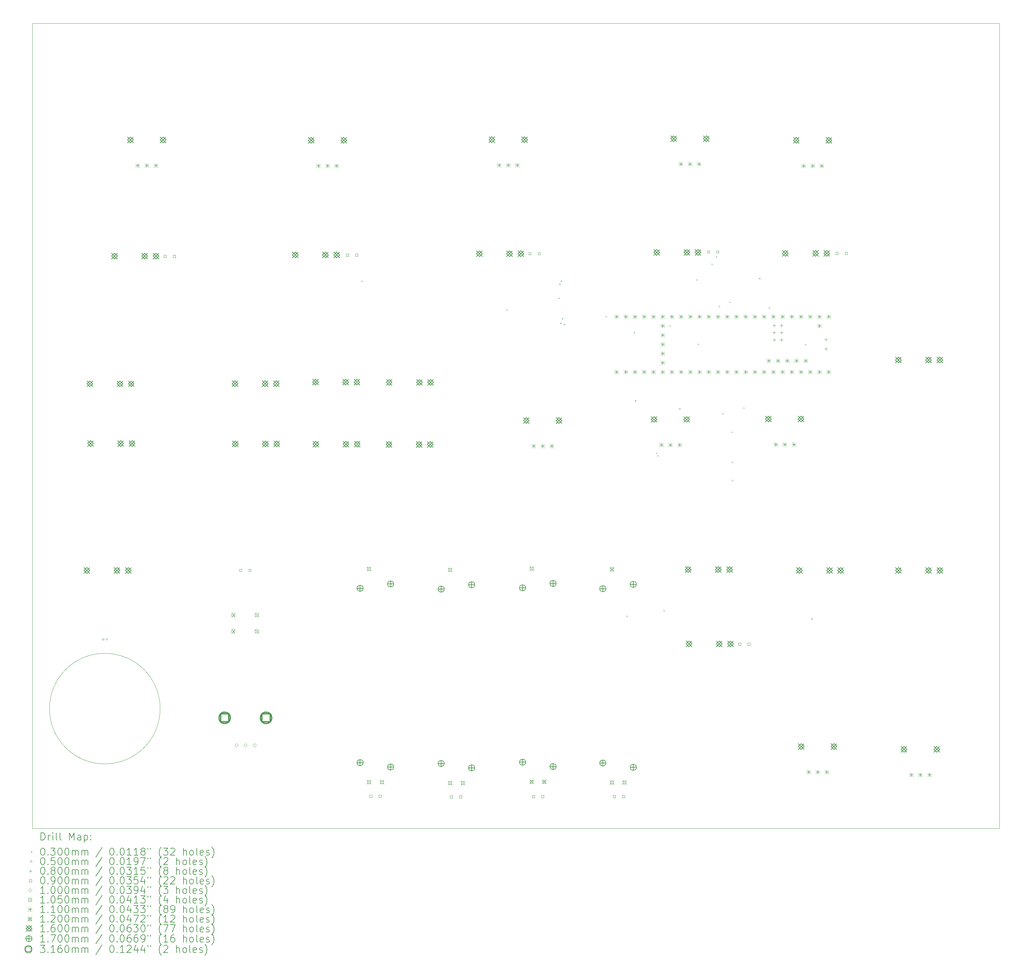
<source format=gbr>
%TF.GenerationSoftware,KiCad,Pcbnew,7.0.2-0*%
%TF.CreationDate,2023-11-13T20:51:34-05:00*%
%TF.ProjectId,Bridge System On Ramp,42726964-6765-4205-9379-7374656d204f,rev?*%
%TF.SameCoordinates,Original*%
%TF.FileFunction,Drillmap*%
%TF.FilePolarity,Positive*%
%FSLAX45Y45*%
G04 Gerber Fmt 4.5, Leading zero omitted, Abs format (unit mm)*
G04 Created by KiCad (PCBNEW 7.0.2-0) date 2023-11-13 20:51:34*
%MOMM*%
%LPD*%
G01*
G04 APERTURE LIST*
%ADD10C,0.100000*%
%ADD11C,0.200000*%
%ADD12C,0.030000*%
%ADD13C,0.050000*%
%ADD14C,0.080000*%
%ADD15C,0.090000*%
%ADD16C,0.105000*%
%ADD17C,0.110000*%
%ADD18C,0.120000*%
%ADD19C,0.160000*%
%ADD20C,0.170000*%
%ADD21C,0.316000*%
G04 APERTURE END LIST*
D10*
X1270160Y-12954000D02*
G75*
G03*
X1270160Y-12954000I-1524160J0D01*
G01*
X-2253768Y5925846D02*
X24384000Y5925846D01*
X24384000Y-16256000D01*
X-2253768Y-16256000D01*
X-2253768Y5925846D01*
D11*
D12*
X6814840Y-1158670D02*
X6844840Y-1188670D01*
X6844840Y-1158670D02*
X6814840Y-1188670D01*
X10801080Y-1951810D02*
X10831080Y-1981810D01*
X10831080Y-1951810D02*
X10801080Y-1981810D01*
X12239830Y-1632680D02*
X12269830Y-1662680D01*
X12269830Y-1632680D02*
X12239830Y-1662680D01*
X12263820Y-1241390D02*
X12293820Y-1271390D01*
X12293820Y-1241390D02*
X12263820Y-1271390D01*
X12287020Y-2318210D02*
X12317020Y-2348210D01*
X12317020Y-2318210D02*
X12287020Y-2348210D01*
X12302820Y-1158670D02*
X12332820Y-1188670D01*
X12332820Y-1158670D02*
X12302820Y-1188670D01*
X12333240Y-2193010D02*
X12363240Y-2223010D01*
X12363240Y-2193010D02*
X12333240Y-2223010D01*
X12381170Y-2352560D02*
X12411170Y-2382560D01*
X12411170Y-2352560D02*
X12381170Y-2382560D01*
X13541620Y-2133480D02*
X13571620Y-2163480D01*
X13571620Y-2133480D02*
X13541620Y-2163480D01*
X14106410Y-10388690D02*
X14136410Y-10418690D01*
X14136410Y-10388690D02*
X14106410Y-10418690D01*
X14315610Y-2574210D02*
X14345610Y-2604210D01*
X14345610Y-2574210D02*
X14315610Y-2604210D01*
X14348410Y-4456120D02*
X14378410Y-4486120D01*
X14378410Y-4456120D02*
X14348410Y-4486120D01*
X14925440Y-5907890D02*
X14955440Y-5937890D01*
X14955440Y-5907890D02*
X14925440Y-5937890D01*
X14962660Y-5971930D02*
X14992660Y-6001930D01*
X14992660Y-5971930D02*
X14962660Y-6001930D01*
X15133250Y-10236180D02*
X15163250Y-10266180D01*
X15163250Y-10236180D02*
X15133250Y-10266180D01*
X15291550Y-2389730D02*
X15321550Y-2419730D01*
X15321550Y-2389730D02*
X15291550Y-2419730D01*
X15565900Y-4678280D02*
X15595900Y-4708280D01*
X15595900Y-4678280D02*
X15565900Y-4708280D01*
X16033020Y-1123120D02*
X16063020Y-1153120D01*
X16063020Y-1123120D02*
X16033020Y-1153120D01*
X16078720Y-2898980D02*
X16108720Y-2928980D01*
X16108720Y-2898980D02*
X16078720Y-2928980D01*
X16451740Y-697250D02*
X16481740Y-727250D01*
X16481740Y-697250D02*
X16451740Y-727250D01*
X16574830Y-489360D02*
X16604830Y-519360D01*
X16604830Y-489360D02*
X16574830Y-519360D01*
X16654780Y-1854220D02*
X16684780Y-1884220D01*
X16684780Y-1854220D02*
X16654780Y-1884220D01*
X16749000Y-4811000D02*
X16779000Y-4841000D01*
X16779000Y-4811000D02*
X16749000Y-4841000D01*
X16947040Y-1740290D02*
X16977040Y-1770290D01*
X16977040Y-1740290D02*
X16947040Y-1770290D01*
X17003000Y-5319000D02*
X17033000Y-5349000D01*
X17033000Y-5319000D02*
X17003000Y-5349000D01*
X17011790Y-6147870D02*
X17041790Y-6177870D01*
X17041790Y-6147870D02*
X17011790Y-6177870D01*
X17011790Y-6646790D02*
X17041790Y-6676790D01*
X17041790Y-6646790D02*
X17011790Y-6676790D01*
X17330780Y-4654930D02*
X17360780Y-4684930D01*
X17360780Y-4654930D02*
X17330780Y-4684930D01*
X17764870Y-1087580D02*
X17794870Y-1117580D01*
X17794870Y-1087580D02*
X17764870Y-1117580D01*
X18026140Y-1899260D02*
X18056140Y-1929260D01*
X18056140Y-1899260D02*
X18026140Y-1929260D01*
X19036600Y-2904890D02*
X19066600Y-2934890D01*
X19066600Y-2904890D02*
X19036600Y-2934890D01*
X19202110Y-10468410D02*
X19232110Y-10498410D01*
X19232110Y-10468410D02*
X19202110Y-10498410D01*
D13*
X-274330Y-11042950D02*
G75*
G03*
X-274330Y-11042950I-25000J0D01*
G01*
X-174330Y-11042950D02*
G75*
G03*
X-174330Y-11042950I-25000J0D01*
G01*
D14*
X18182920Y-2354000D02*
X18182920Y-2434000D01*
X18142920Y-2394000D02*
X18222920Y-2394000D01*
X18182920Y-2554000D02*
X18182920Y-2634000D01*
X18142920Y-2594000D02*
X18222920Y-2594000D01*
X18182920Y-2754000D02*
X18182920Y-2834000D01*
X18142920Y-2794000D02*
X18222920Y-2794000D01*
X18382920Y-2354000D02*
X18382920Y-2434000D01*
X18342920Y-2394000D02*
X18422920Y-2394000D01*
X18382920Y-2554000D02*
X18382920Y-2634000D01*
X18342920Y-2594000D02*
X18422920Y-2594000D01*
X18382920Y-2754000D02*
X18382920Y-2834000D01*
X18342920Y-2794000D02*
X18422920Y-2794000D01*
X19606920Y-2745160D02*
X19606920Y-2825160D01*
X19566920Y-2785160D02*
X19646920Y-2785160D01*
X19606920Y-2999160D02*
X19606920Y-3079160D01*
X19566920Y-3039160D02*
X19646920Y-3039160D01*
D15*
X1436020Y-520960D02*
X1436020Y-457320D01*
X1372380Y-457320D01*
X1372380Y-520960D01*
X1436020Y-520960D01*
X1690020Y-520960D02*
X1690020Y-457320D01*
X1626380Y-457320D01*
X1626380Y-520960D01*
X1690020Y-520960D01*
X3516420Y-9172150D02*
X3516420Y-9108510D01*
X3452780Y-9108510D01*
X3452780Y-9172150D01*
X3516420Y-9172150D01*
X3770420Y-9172150D02*
X3770420Y-9108510D01*
X3706780Y-9108510D01*
X3706780Y-9172150D01*
X3770420Y-9172150D01*
X6456740Y-489340D02*
X6456740Y-425700D01*
X6393100Y-425700D01*
X6393100Y-489340D01*
X6456740Y-489340D01*
X6710740Y-489340D02*
X6710740Y-425700D01*
X6647100Y-425700D01*
X6647100Y-489340D01*
X6710740Y-489340D01*
X7103520Y-15396600D02*
X7103520Y-15332960D01*
X7039880Y-15332960D01*
X7039880Y-15396600D01*
X7103520Y-15396600D01*
X7357520Y-15396600D02*
X7357520Y-15332960D01*
X7293880Y-15332960D01*
X7293880Y-15396600D01*
X7357520Y-15396600D01*
X9320320Y-15413210D02*
X9320320Y-15349570D01*
X9256680Y-15349570D01*
X9256680Y-15413210D01*
X9320320Y-15413210D01*
X9574320Y-15413210D02*
X9574320Y-15349570D01*
X9510680Y-15349570D01*
X9510680Y-15413210D01*
X9574320Y-15413210D01*
X11483340Y-451810D02*
X11483340Y-388170D01*
X11419700Y-388170D01*
X11419700Y-451810D01*
X11483340Y-451810D01*
X11581370Y-15405610D02*
X11581370Y-15341970D01*
X11517730Y-15341970D01*
X11517730Y-15405610D01*
X11581370Y-15405610D01*
X11737340Y-451810D02*
X11737340Y-388170D01*
X11673700Y-388170D01*
X11673700Y-451810D01*
X11737340Y-451810D01*
X11835370Y-15405610D02*
X11835370Y-15341970D01*
X11771730Y-15341970D01*
X11771730Y-15405610D01*
X11835370Y-15405610D01*
X13807660Y-15405610D02*
X13807660Y-15341970D01*
X13744020Y-15341970D01*
X13744020Y-15405610D01*
X13807660Y-15405610D01*
X14061660Y-15405610D02*
X14061660Y-15341970D01*
X13998020Y-15341970D01*
X13998020Y-15405610D01*
X14061660Y-15405610D01*
X16401950Y-400520D02*
X16401950Y-336880D01*
X16338310Y-336880D01*
X16338310Y-400520D01*
X16401950Y-400520D01*
X16655950Y-400520D02*
X16655950Y-336880D01*
X16592310Y-336880D01*
X16592310Y-400520D01*
X16655950Y-400520D01*
X17263690Y-11205160D02*
X17263690Y-11141520D01*
X17200050Y-11141520D01*
X17200050Y-11205160D01*
X17263690Y-11205160D01*
X17517690Y-11205160D02*
X17517690Y-11141520D01*
X17454050Y-11141520D01*
X17454050Y-11205160D01*
X17517690Y-11205160D01*
X19943250Y-438490D02*
X19943250Y-374850D01*
X19879610Y-374850D01*
X19879610Y-438490D01*
X19943250Y-438490D01*
X20197250Y-438490D02*
X20197250Y-374850D01*
X20133610Y-374850D01*
X20133610Y-438490D01*
X20197250Y-438490D01*
D10*
X3368000Y-14008000D02*
X3418000Y-13958000D01*
X3368000Y-13908000D01*
X3318000Y-13958000D01*
X3368000Y-14008000D01*
X3618000Y-14008000D02*
X3668000Y-13958000D01*
X3618000Y-13908000D01*
X3568000Y-13958000D01*
X3618000Y-14008000D01*
X3868000Y-14008000D02*
X3918000Y-13958000D01*
X3868000Y-13908000D01*
X3818000Y-13958000D01*
X3868000Y-14008000D01*
D16*
X3231370Y-10321670D02*
X3336370Y-10426670D01*
X3336370Y-10321670D02*
X3231370Y-10426670D01*
X3336370Y-10374170D02*
G75*
G03*
X3336370Y-10374170I-52500J0D01*
G01*
X3231370Y-10771670D02*
X3336370Y-10876670D01*
X3336370Y-10771670D02*
X3231370Y-10876670D01*
X3336370Y-10824170D02*
G75*
G03*
X3336370Y-10824170I-52500J0D01*
G01*
X3881370Y-10321670D02*
X3986370Y-10426670D01*
X3986370Y-10321670D02*
X3881370Y-10426670D01*
X3986370Y-10374170D02*
G75*
G03*
X3986370Y-10374170I-52500J0D01*
G01*
X3881370Y-10771670D02*
X3986370Y-10876670D01*
X3986370Y-10771670D02*
X3881370Y-10876670D01*
X3986370Y-10824170D02*
G75*
G03*
X3986370Y-10824170I-52500J0D01*
G01*
D17*
X596880Y2070060D02*
X706880Y1960060D01*
X706880Y2070060D02*
X596880Y1960060D01*
X651880Y2070060D02*
X651880Y1960060D01*
X596880Y2015060D02*
X706880Y2015060D01*
X846880Y2070060D02*
X956880Y1960060D01*
X956880Y2070060D02*
X846880Y1960060D01*
X901880Y2070060D02*
X901880Y1960060D01*
X846880Y2015060D02*
X956880Y2015060D01*
X1096880Y2070060D02*
X1206880Y1960060D01*
X1206880Y2070060D02*
X1096880Y1960060D01*
X1151880Y2070060D02*
X1151880Y1960060D01*
X1096880Y2015060D02*
X1206880Y2015060D01*
X5574230Y2060440D02*
X5684230Y1950440D01*
X5684230Y2060440D02*
X5574230Y1950440D01*
X5629230Y2060440D02*
X5629230Y1950440D01*
X5574230Y2005440D02*
X5684230Y2005440D01*
X5824230Y2060440D02*
X5934230Y1950440D01*
X5934230Y2060440D02*
X5824230Y1950440D01*
X5879230Y2060440D02*
X5879230Y1950440D01*
X5824230Y2005440D02*
X5934230Y2005440D01*
X6074230Y2060440D02*
X6184230Y1950440D01*
X6184230Y2060440D02*
X6074230Y1950440D01*
X6129230Y2060440D02*
X6129230Y1950440D01*
X6074230Y2005440D02*
X6184230Y2005440D01*
X10551580Y2076340D02*
X10661580Y1966340D01*
X10661580Y2076340D02*
X10551580Y1966340D01*
X10606580Y2076340D02*
X10606580Y1966340D01*
X10551580Y2021340D02*
X10661580Y2021340D01*
X10801580Y2076340D02*
X10911580Y1966340D01*
X10911580Y2076340D02*
X10801580Y1966340D01*
X10856580Y2076340D02*
X10856580Y1966340D01*
X10801580Y2021340D02*
X10911580Y2021340D01*
X11051580Y2076340D02*
X11161580Y1966340D01*
X11161580Y2076340D02*
X11051580Y1966340D01*
X11106580Y2076340D02*
X11106580Y1966340D01*
X11051580Y2021340D02*
X11161580Y2021340D01*
X11499690Y-5663200D02*
X11609690Y-5773200D01*
X11609690Y-5663200D02*
X11499690Y-5773200D01*
X11554690Y-5663200D02*
X11554690Y-5773200D01*
X11499690Y-5718200D02*
X11609690Y-5718200D01*
X11749690Y-5663200D02*
X11859690Y-5773200D01*
X11859690Y-5663200D02*
X11749690Y-5773200D01*
X11804690Y-5663200D02*
X11804690Y-5773200D01*
X11749690Y-5718200D02*
X11859690Y-5718200D01*
X11999690Y-5663200D02*
X12109690Y-5773200D01*
X12109690Y-5663200D02*
X11999690Y-5773200D01*
X12054690Y-5663200D02*
X12054690Y-5773200D01*
X11999690Y-5718200D02*
X12109690Y-5718200D01*
X13782920Y-2095160D02*
X13892920Y-2205160D01*
X13892920Y-2095160D02*
X13782920Y-2205160D01*
X13837920Y-2095160D02*
X13837920Y-2205160D01*
X13782920Y-2150160D02*
X13892920Y-2150160D01*
X13782920Y-3619160D02*
X13892920Y-3729160D01*
X13892920Y-3619160D02*
X13782920Y-3729160D01*
X13837920Y-3619160D02*
X13837920Y-3729160D01*
X13782920Y-3674160D02*
X13892920Y-3674160D01*
X14036920Y-2095160D02*
X14146920Y-2205160D01*
X14146920Y-2095160D02*
X14036920Y-2205160D01*
X14091920Y-2095160D02*
X14091920Y-2205160D01*
X14036920Y-2150160D02*
X14146920Y-2150160D01*
X14036920Y-3619160D02*
X14146920Y-3729160D01*
X14146920Y-3619160D02*
X14036920Y-3729160D01*
X14091920Y-3619160D02*
X14091920Y-3729160D01*
X14036920Y-3674160D02*
X14146920Y-3674160D01*
X14290920Y-2095160D02*
X14400920Y-2205160D01*
X14400920Y-2095160D02*
X14290920Y-2205160D01*
X14345920Y-2095160D02*
X14345920Y-2205160D01*
X14290920Y-2150160D02*
X14400920Y-2150160D01*
X14290920Y-3619160D02*
X14400920Y-3729160D01*
X14400920Y-3619160D02*
X14290920Y-3729160D01*
X14345920Y-3619160D02*
X14345920Y-3729160D01*
X14290920Y-3674160D02*
X14400920Y-3674160D01*
X14544920Y-2095160D02*
X14654920Y-2205160D01*
X14654920Y-2095160D02*
X14544920Y-2205160D01*
X14599920Y-2095160D02*
X14599920Y-2205160D01*
X14544920Y-2150160D02*
X14654920Y-2150160D01*
X14544920Y-3619160D02*
X14654920Y-3729160D01*
X14654920Y-3619160D02*
X14544920Y-3729160D01*
X14599920Y-3619160D02*
X14599920Y-3729160D01*
X14544920Y-3674160D02*
X14654920Y-3674160D01*
X14798920Y-2095160D02*
X14908920Y-2205160D01*
X14908920Y-2095160D02*
X14798920Y-2205160D01*
X14853920Y-2095160D02*
X14853920Y-2205160D01*
X14798920Y-2150160D02*
X14908920Y-2150160D01*
X14798920Y-3619160D02*
X14908920Y-3729160D01*
X14908920Y-3619160D02*
X14798920Y-3729160D01*
X14853920Y-3619160D02*
X14853920Y-3729160D01*
X14798920Y-3674160D02*
X14908920Y-3674160D01*
X15018790Y-5631390D02*
X15128790Y-5741390D01*
X15128790Y-5631390D02*
X15018790Y-5741390D01*
X15073790Y-5631390D02*
X15073790Y-5741390D01*
X15018790Y-5686390D02*
X15128790Y-5686390D01*
X15052920Y-2095160D02*
X15162920Y-2205160D01*
X15162920Y-2095160D02*
X15052920Y-2205160D01*
X15107920Y-2095160D02*
X15107920Y-2205160D01*
X15052920Y-2150160D02*
X15162920Y-2150160D01*
X15052920Y-2349160D02*
X15162920Y-2459160D01*
X15162920Y-2349160D02*
X15052920Y-2459160D01*
X15107920Y-2349160D02*
X15107920Y-2459160D01*
X15052920Y-2404160D02*
X15162920Y-2404160D01*
X15052920Y-2603160D02*
X15162920Y-2713160D01*
X15162920Y-2603160D02*
X15052920Y-2713160D01*
X15107920Y-2603160D02*
X15107920Y-2713160D01*
X15052920Y-2658160D02*
X15162920Y-2658160D01*
X15052920Y-2857160D02*
X15162920Y-2967160D01*
X15162920Y-2857160D02*
X15052920Y-2967160D01*
X15107920Y-2857160D02*
X15107920Y-2967160D01*
X15052920Y-2912160D02*
X15162920Y-2912160D01*
X15052920Y-3111160D02*
X15162920Y-3221160D01*
X15162920Y-3111160D02*
X15052920Y-3221160D01*
X15107920Y-3111160D02*
X15107920Y-3221160D01*
X15052920Y-3166160D02*
X15162920Y-3166160D01*
X15052920Y-3365160D02*
X15162920Y-3475160D01*
X15162920Y-3365160D02*
X15052920Y-3475160D01*
X15107920Y-3365160D02*
X15107920Y-3475160D01*
X15052920Y-3420160D02*
X15162920Y-3420160D01*
X15052920Y-3619160D02*
X15162920Y-3729160D01*
X15162920Y-3619160D02*
X15052920Y-3729160D01*
X15107920Y-3619160D02*
X15107920Y-3729160D01*
X15052920Y-3674160D02*
X15162920Y-3674160D01*
X15268790Y-5631390D02*
X15378790Y-5741390D01*
X15378790Y-5631390D02*
X15268790Y-5741390D01*
X15323790Y-5631390D02*
X15323790Y-5741390D01*
X15268790Y-5686390D02*
X15378790Y-5686390D01*
X15306920Y-2095160D02*
X15416920Y-2205160D01*
X15416920Y-2095160D02*
X15306920Y-2205160D01*
X15361920Y-2095160D02*
X15361920Y-2205160D01*
X15306920Y-2150160D02*
X15416920Y-2150160D01*
X15306920Y-3619160D02*
X15416920Y-3729160D01*
X15416920Y-3619160D02*
X15306920Y-3729160D01*
X15361920Y-3619160D02*
X15361920Y-3729160D01*
X15306920Y-3674160D02*
X15416920Y-3674160D01*
X15518790Y-5631390D02*
X15628790Y-5741390D01*
X15628790Y-5631390D02*
X15518790Y-5741390D01*
X15573790Y-5631390D02*
X15573790Y-5741390D01*
X15518790Y-5686390D02*
X15628790Y-5686390D01*
X15557360Y2104890D02*
X15667360Y1994890D01*
X15667360Y2104890D02*
X15557360Y1994890D01*
X15612360Y2104890D02*
X15612360Y1994890D01*
X15557360Y2049890D02*
X15667360Y2049890D01*
X15560920Y-2095160D02*
X15670920Y-2205160D01*
X15670920Y-2095160D02*
X15560920Y-2205160D01*
X15615920Y-2095160D02*
X15615920Y-2205160D01*
X15560920Y-2150160D02*
X15670920Y-2150160D01*
X15560920Y-3619160D02*
X15670920Y-3729160D01*
X15670920Y-3619160D02*
X15560920Y-3729160D01*
X15615920Y-3619160D02*
X15615920Y-3729160D01*
X15560920Y-3674160D02*
X15670920Y-3674160D01*
X15807360Y2104890D02*
X15917360Y1994890D01*
X15917360Y2104890D02*
X15807360Y1994890D01*
X15862360Y2104890D02*
X15862360Y1994890D01*
X15807360Y2049890D02*
X15917360Y2049890D01*
X15814920Y-2095160D02*
X15924920Y-2205160D01*
X15924920Y-2095160D02*
X15814920Y-2205160D01*
X15869920Y-2095160D02*
X15869920Y-2205160D01*
X15814920Y-2150160D02*
X15924920Y-2150160D01*
X15814920Y-3619160D02*
X15924920Y-3729160D01*
X15924920Y-3619160D02*
X15814920Y-3729160D01*
X15869920Y-3619160D02*
X15869920Y-3729160D01*
X15814920Y-3674160D02*
X15924920Y-3674160D01*
X16057360Y2104890D02*
X16167360Y1994890D01*
X16167360Y2104890D02*
X16057360Y1994890D01*
X16112360Y2104890D02*
X16112360Y1994890D01*
X16057360Y2049890D02*
X16167360Y2049890D01*
X16068920Y-2095160D02*
X16178920Y-2205160D01*
X16178920Y-2095160D02*
X16068920Y-2205160D01*
X16123920Y-2095160D02*
X16123920Y-2205160D01*
X16068920Y-2150160D02*
X16178920Y-2150160D01*
X16068920Y-3619160D02*
X16178920Y-3729160D01*
X16178920Y-3619160D02*
X16068920Y-3729160D01*
X16123920Y-3619160D02*
X16123920Y-3729160D01*
X16068920Y-3674160D02*
X16178920Y-3674160D01*
X16322920Y-2095160D02*
X16432920Y-2205160D01*
X16432920Y-2095160D02*
X16322920Y-2205160D01*
X16377920Y-2095160D02*
X16377920Y-2205160D01*
X16322920Y-2150160D02*
X16432920Y-2150160D01*
X16322920Y-3619160D02*
X16432920Y-3729160D01*
X16432920Y-3619160D02*
X16322920Y-3729160D01*
X16377920Y-3619160D02*
X16377920Y-3729160D01*
X16322920Y-3674160D02*
X16432920Y-3674160D01*
X16576920Y-2095160D02*
X16686920Y-2205160D01*
X16686920Y-2095160D02*
X16576920Y-2205160D01*
X16631920Y-2095160D02*
X16631920Y-2205160D01*
X16576920Y-2150160D02*
X16686920Y-2150160D01*
X16576920Y-3619160D02*
X16686920Y-3729160D01*
X16686920Y-3619160D02*
X16576920Y-3729160D01*
X16631920Y-3619160D02*
X16631920Y-3729160D01*
X16576920Y-3674160D02*
X16686920Y-3674160D01*
X16830920Y-2095160D02*
X16940920Y-2205160D01*
X16940920Y-2095160D02*
X16830920Y-2205160D01*
X16885920Y-2095160D02*
X16885920Y-2205160D01*
X16830920Y-2150160D02*
X16940920Y-2150160D01*
X16830920Y-3619160D02*
X16940920Y-3729160D01*
X16940920Y-3619160D02*
X16830920Y-3729160D01*
X16885920Y-3619160D02*
X16885920Y-3729160D01*
X16830920Y-3674160D02*
X16940920Y-3674160D01*
X17084920Y-2095160D02*
X17194920Y-2205160D01*
X17194920Y-2095160D02*
X17084920Y-2205160D01*
X17139920Y-2095160D02*
X17139920Y-2205160D01*
X17084920Y-2150160D02*
X17194920Y-2150160D01*
X17084920Y-3619160D02*
X17194920Y-3729160D01*
X17194920Y-3619160D02*
X17084920Y-3729160D01*
X17139920Y-3619160D02*
X17139920Y-3729160D01*
X17084920Y-3674160D02*
X17194920Y-3674160D01*
X17338920Y-2095160D02*
X17448920Y-2205160D01*
X17448920Y-2095160D02*
X17338920Y-2205160D01*
X17393920Y-2095160D02*
X17393920Y-2205160D01*
X17338920Y-2150160D02*
X17448920Y-2150160D01*
X17338920Y-3619160D02*
X17448920Y-3729160D01*
X17448920Y-3619160D02*
X17338920Y-3729160D01*
X17393920Y-3619160D02*
X17393920Y-3729160D01*
X17338920Y-3674160D02*
X17448920Y-3674160D01*
X17592920Y-2095160D02*
X17702920Y-2205160D01*
X17702920Y-2095160D02*
X17592920Y-2205160D01*
X17647920Y-2095160D02*
X17647920Y-2205160D01*
X17592920Y-2150160D02*
X17702920Y-2150160D01*
X17592920Y-3619160D02*
X17702920Y-3729160D01*
X17702920Y-3619160D02*
X17592920Y-3729160D01*
X17647920Y-3619160D02*
X17647920Y-3729160D01*
X17592920Y-3674160D02*
X17702920Y-3674160D01*
X17846920Y-2095160D02*
X17956920Y-2205160D01*
X17956920Y-2095160D02*
X17846920Y-2205160D01*
X17901920Y-2095160D02*
X17901920Y-2205160D01*
X17846920Y-2150160D02*
X17956920Y-2150160D01*
X17846920Y-3619160D02*
X17956920Y-3729160D01*
X17956920Y-3619160D02*
X17846920Y-3729160D01*
X17901920Y-3619160D02*
X17901920Y-3729160D01*
X17846920Y-3674160D02*
X17956920Y-3674160D01*
X17979000Y-3314080D02*
X18089000Y-3424080D01*
X18089000Y-3314080D02*
X17979000Y-3424080D01*
X18034000Y-3314080D02*
X18034000Y-3424080D01*
X17979000Y-3369080D02*
X18089000Y-3369080D01*
X18100920Y-2095160D02*
X18210920Y-2205160D01*
X18210920Y-2095160D02*
X18100920Y-2205160D01*
X18155920Y-2095160D02*
X18155920Y-2205160D01*
X18100920Y-2150160D02*
X18210920Y-2150160D01*
X18100920Y-3619160D02*
X18210920Y-3729160D01*
X18210920Y-3619160D02*
X18100920Y-3729160D01*
X18155920Y-3619160D02*
X18155920Y-3729160D01*
X18100920Y-3674160D02*
X18210920Y-3674160D01*
X18167410Y-5621060D02*
X18277410Y-5731060D01*
X18277410Y-5621060D02*
X18167410Y-5731060D01*
X18222410Y-5621060D02*
X18222410Y-5731060D01*
X18167410Y-5676060D02*
X18277410Y-5676060D01*
X18233000Y-3314080D02*
X18343000Y-3424080D01*
X18343000Y-3314080D02*
X18233000Y-3424080D01*
X18288000Y-3314080D02*
X18288000Y-3424080D01*
X18233000Y-3369080D02*
X18343000Y-3369080D01*
X18354920Y-2095160D02*
X18464920Y-2205160D01*
X18464920Y-2095160D02*
X18354920Y-2205160D01*
X18409920Y-2095160D02*
X18409920Y-2205160D01*
X18354920Y-2150160D02*
X18464920Y-2150160D01*
X18354920Y-3619160D02*
X18464920Y-3729160D01*
X18464920Y-3619160D02*
X18354920Y-3729160D01*
X18409920Y-3619160D02*
X18409920Y-3729160D01*
X18354920Y-3674160D02*
X18464920Y-3674160D01*
X18417410Y-5621060D02*
X18527410Y-5731060D01*
X18527410Y-5621060D02*
X18417410Y-5731060D01*
X18472410Y-5621060D02*
X18472410Y-5731060D01*
X18417410Y-5676060D02*
X18527410Y-5676060D01*
X18487000Y-3314080D02*
X18597000Y-3424080D01*
X18597000Y-3314080D02*
X18487000Y-3424080D01*
X18542000Y-3314080D02*
X18542000Y-3424080D01*
X18487000Y-3369080D02*
X18597000Y-3369080D01*
X18608920Y-2095160D02*
X18718920Y-2205160D01*
X18718920Y-2095160D02*
X18608920Y-2205160D01*
X18663920Y-2095160D02*
X18663920Y-2205160D01*
X18608920Y-2150160D02*
X18718920Y-2150160D01*
X18608920Y-3619160D02*
X18718920Y-3729160D01*
X18718920Y-3619160D02*
X18608920Y-3729160D01*
X18663920Y-3619160D02*
X18663920Y-3729160D01*
X18608920Y-3674160D02*
X18718920Y-3674160D01*
X18667410Y-5621060D02*
X18777410Y-5731060D01*
X18777410Y-5621060D02*
X18667410Y-5731060D01*
X18722410Y-5621060D02*
X18722410Y-5731060D01*
X18667410Y-5676060D02*
X18777410Y-5676060D01*
X18741000Y-3314080D02*
X18851000Y-3424080D01*
X18851000Y-3314080D02*
X18741000Y-3424080D01*
X18796000Y-3314080D02*
X18796000Y-3424080D01*
X18741000Y-3369080D02*
X18851000Y-3369080D01*
X18862920Y-2095160D02*
X18972920Y-2205160D01*
X18972920Y-2095160D02*
X18862920Y-2205160D01*
X18917920Y-2095160D02*
X18917920Y-2205160D01*
X18862920Y-2150160D02*
X18972920Y-2150160D01*
X18862920Y-3619160D02*
X18972920Y-3729160D01*
X18972920Y-3619160D02*
X18862920Y-3729160D01*
X18917920Y-3619160D02*
X18917920Y-3729160D01*
X18862920Y-3674160D02*
X18972920Y-3674160D01*
X18933340Y2057180D02*
X19043340Y1947180D01*
X19043340Y2057180D02*
X18933340Y1947180D01*
X18988340Y2057180D02*
X18988340Y1947180D01*
X18933340Y2002180D02*
X19043340Y2002180D01*
X18995000Y-3314080D02*
X19105000Y-3424080D01*
X19105000Y-3314080D02*
X18995000Y-3424080D01*
X19050000Y-3314080D02*
X19050000Y-3424080D01*
X18995000Y-3369080D02*
X19105000Y-3369080D01*
X19072120Y-14643330D02*
X19182120Y-14753330D01*
X19182120Y-14643330D02*
X19072120Y-14753330D01*
X19127120Y-14643330D02*
X19127120Y-14753330D01*
X19072120Y-14698330D02*
X19182120Y-14698330D01*
X19116920Y-2095160D02*
X19226920Y-2205160D01*
X19226920Y-2095160D02*
X19116920Y-2205160D01*
X19171920Y-2095160D02*
X19171920Y-2205160D01*
X19116920Y-2150160D02*
X19226920Y-2150160D01*
X19116920Y-3619160D02*
X19226920Y-3729160D01*
X19226920Y-3619160D02*
X19116920Y-3729160D01*
X19171920Y-3619160D02*
X19171920Y-3729160D01*
X19116920Y-3674160D02*
X19226920Y-3674160D01*
X19183340Y2057180D02*
X19293340Y1947180D01*
X19293340Y2057180D02*
X19183340Y1947180D01*
X19238340Y2057180D02*
X19238340Y1947180D01*
X19183340Y2002180D02*
X19293340Y2002180D01*
X19322120Y-14643330D02*
X19432120Y-14753330D01*
X19432120Y-14643330D02*
X19322120Y-14753330D01*
X19377120Y-14643330D02*
X19377120Y-14753330D01*
X19322120Y-14698330D02*
X19432120Y-14698330D01*
X19370920Y-2095160D02*
X19480920Y-2205160D01*
X19480920Y-2095160D02*
X19370920Y-2205160D01*
X19425920Y-2095160D02*
X19425920Y-2205160D01*
X19370920Y-2150160D02*
X19480920Y-2150160D01*
X19370920Y-2349160D02*
X19480920Y-2459160D01*
X19480920Y-2349160D02*
X19370920Y-2459160D01*
X19425920Y-2349160D02*
X19425920Y-2459160D01*
X19370920Y-2404160D02*
X19480920Y-2404160D01*
X19370920Y-3619160D02*
X19480920Y-3729160D01*
X19480920Y-3619160D02*
X19370920Y-3729160D01*
X19425920Y-3619160D02*
X19425920Y-3729160D01*
X19370920Y-3674160D02*
X19480920Y-3674160D01*
X19433340Y2057180D02*
X19543340Y1947180D01*
X19543340Y2057180D02*
X19433340Y1947180D01*
X19488340Y2057180D02*
X19488340Y1947180D01*
X19433340Y2002180D02*
X19543340Y2002180D01*
X19572120Y-14643330D02*
X19682120Y-14753330D01*
X19682120Y-14643330D02*
X19572120Y-14753330D01*
X19627120Y-14643330D02*
X19627120Y-14753330D01*
X19572120Y-14698330D02*
X19682120Y-14698330D01*
X19624920Y-2095160D02*
X19734920Y-2205160D01*
X19734920Y-2095160D02*
X19624920Y-2205160D01*
X19679920Y-2095160D02*
X19679920Y-2205160D01*
X19624920Y-2150160D02*
X19734920Y-2150160D01*
X19624920Y-3619160D02*
X19734920Y-3729160D01*
X19734920Y-3619160D02*
X19624920Y-3729160D01*
X19679920Y-3619160D02*
X19679920Y-3729160D01*
X19624920Y-3674160D02*
X19734920Y-3674160D01*
X21903320Y-14721660D02*
X22013320Y-14831660D01*
X22013320Y-14721660D02*
X21903320Y-14831660D01*
X21958320Y-14721660D02*
X21958320Y-14831660D01*
X21903320Y-14776660D02*
X22013320Y-14776660D01*
X22153320Y-14721660D02*
X22263320Y-14831660D01*
X22263320Y-14721660D02*
X22153320Y-14831660D01*
X22208320Y-14721660D02*
X22208320Y-14831660D01*
X22153320Y-14776660D02*
X22263320Y-14776660D01*
X22403320Y-14721660D02*
X22513320Y-14831660D01*
X22513320Y-14721660D02*
X22403320Y-14831660D01*
X22458320Y-14721660D02*
X22458320Y-14831660D01*
X22403320Y-14776660D02*
X22513320Y-14776660D01*
D18*
X6962150Y-9044440D02*
X7082150Y-9164440D01*
X7082150Y-9044440D02*
X6962150Y-9164440D01*
X7064577Y-9146867D02*
X7064577Y-9062013D01*
X6979723Y-9062013D01*
X6979723Y-9146867D01*
X7064577Y-9146867D01*
X6962150Y-14918440D02*
X7082150Y-15038440D01*
X7082150Y-14918440D02*
X6962150Y-15038440D01*
X7064577Y-15020867D02*
X7064577Y-14936013D01*
X6979723Y-14936013D01*
X6979723Y-15020867D01*
X7064577Y-15020867D01*
X7312150Y-14918440D02*
X7432150Y-15038440D01*
X7432150Y-14918440D02*
X7312150Y-15038440D01*
X7414577Y-15020867D02*
X7414577Y-14936013D01*
X7329723Y-14936013D01*
X7329723Y-15020867D01*
X7414577Y-15020867D01*
X9195250Y-9066770D02*
X9315250Y-9186770D01*
X9315250Y-9066770D02*
X9195250Y-9186770D01*
X9297677Y-9169197D02*
X9297677Y-9084343D01*
X9212823Y-9084343D01*
X9212823Y-9169197D01*
X9297677Y-9169197D01*
X9195250Y-14940770D02*
X9315250Y-15060770D01*
X9315250Y-14940770D02*
X9195250Y-15060770D01*
X9297677Y-15043197D02*
X9297677Y-14958343D01*
X9212823Y-14958343D01*
X9212823Y-15043197D01*
X9297677Y-15043197D01*
X9545250Y-14940770D02*
X9665250Y-15060770D01*
X9665250Y-14940770D02*
X9545250Y-15060770D01*
X9647677Y-15043197D02*
X9647677Y-14958343D01*
X9562823Y-14958343D01*
X9562823Y-15043197D01*
X9647677Y-15043197D01*
X11436930Y-9030460D02*
X11556930Y-9150460D01*
X11556930Y-9030460D02*
X11436930Y-9150460D01*
X11539357Y-9132887D02*
X11539357Y-9048033D01*
X11454503Y-9048033D01*
X11454503Y-9132887D01*
X11539357Y-9132887D01*
X11436930Y-14904460D02*
X11556930Y-15024460D01*
X11556930Y-14904460D02*
X11436930Y-15024460D01*
X11539357Y-15006887D02*
X11539357Y-14922033D01*
X11454503Y-14922033D01*
X11454503Y-15006887D01*
X11539357Y-15006887D01*
X11786930Y-14904460D02*
X11906930Y-15024460D01*
X11906930Y-14904460D02*
X11786930Y-15024460D01*
X11889357Y-15006887D02*
X11889357Y-14922033D01*
X11804503Y-14922033D01*
X11804503Y-15006887D01*
X11889357Y-15006887D01*
X13647000Y-9053710D02*
X13767000Y-9173710D01*
X13767000Y-9053710D02*
X13647000Y-9173710D01*
X13749427Y-9156137D02*
X13749427Y-9071283D01*
X13664573Y-9071283D01*
X13664573Y-9156137D01*
X13749427Y-9156137D01*
X13647000Y-14927710D02*
X13767000Y-15047710D01*
X13767000Y-14927710D02*
X13647000Y-15047710D01*
X13749427Y-15030137D02*
X13749427Y-14945283D01*
X13664573Y-14945283D01*
X13664573Y-15030137D01*
X13749427Y-15030137D01*
X13997000Y-14927710D02*
X14117000Y-15047710D01*
X14117000Y-14927710D02*
X13997000Y-15047710D01*
X14099427Y-15030137D02*
X14099427Y-14945283D01*
X14014573Y-14945283D01*
X14014573Y-15030137D01*
X14099427Y-15030137D01*
D19*
X-826000Y-9064000D02*
X-666000Y-9224000D01*
X-666000Y-9064000D02*
X-826000Y-9224000D01*
X-746000Y-9224000D02*
X-666000Y-9144000D01*
X-746000Y-9064000D01*
X-826000Y-9144000D01*
X-746000Y-9224000D01*
X-744820Y-3924340D02*
X-584820Y-4084340D01*
X-584820Y-3924340D02*
X-744820Y-4084340D01*
X-664820Y-4084340D02*
X-584820Y-4004340D01*
X-664820Y-3924340D01*
X-744820Y-4004340D01*
X-664820Y-4084340D01*
X-723770Y-5569630D02*
X-563770Y-5729630D01*
X-563770Y-5569630D02*
X-723770Y-5729630D01*
X-643770Y-5729630D02*
X-563770Y-5649630D01*
X-643770Y-5569630D01*
X-723770Y-5649630D01*
X-643770Y-5729630D01*
X-64710Y-405140D02*
X95290Y-565140D01*
X95290Y-405140D02*
X-64710Y-565140D01*
X15290Y-565140D02*
X95290Y-485140D01*
X15290Y-405140D01*
X-64710Y-485140D01*
X15290Y-565140D01*
X4000Y-9064000D02*
X164000Y-9224000D01*
X164000Y-9064000D02*
X4000Y-9224000D01*
X84000Y-9224000D02*
X164000Y-9144000D01*
X84000Y-9064000D01*
X4000Y-9144000D01*
X84000Y-9224000D01*
X85180Y-3924340D02*
X245180Y-4084340D01*
X245180Y-3924340D02*
X85180Y-4084340D01*
X165180Y-4084340D02*
X245180Y-4004340D01*
X165180Y-3924340D01*
X85180Y-4004340D01*
X165180Y-4084340D01*
X106230Y-5569630D02*
X266230Y-5729630D01*
X266230Y-5569630D02*
X106230Y-5729630D01*
X186230Y-5729630D02*
X266230Y-5649630D01*
X186230Y-5569630D01*
X106230Y-5649630D01*
X186230Y-5729630D01*
X314000Y-9064000D02*
X474000Y-9224000D01*
X474000Y-9064000D02*
X314000Y-9224000D01*
X394000Y-9224000D02*
X474000Y-9144000D01*
X394000Y-9064000D01*
X314000Y-9144000D01*
X394000Y-9224000D01*
X371880Y2795060D02*
X531880Y2635060D01*
X531880Y2795060D02*
X371880Y2635060D01*
X451880Y2635060D02*
X531880Y2715060D01*
X451880Y2795060D01*
X371880Y2715060D01*
X451880Y2635060D01*
X395180Y-3924340D02*
X555180Y-4084340D01*
X555180Y-3924340D02*
X395180Y-4084340D01*
X475180Y-4084340D02*
X555180Y-4004340D01*
X475180Y-3924340D01*
X395180Y-4004340D01*
X475180Y-4084340D01*
X416230Y-5569630D02*
X576230Y-5729630D01*
X576230Y-5569630D02*
X416230Y-5729630D01*
X496230Y-5729630D02*
X576230Y-5649630D01*
X496230Y-5569630D01*
X416230Y-5649630D01*
X496230Y-5729630D01*
X765290Y-405140D02*
X925290Y-565140D01*
X925290Y-405140D02*
X765290Y-565140D01*
X845290Y-565140D02*
X925290Y-485140D01*
X845290Y-405140D01*
X765290Y-485140D01*
X845290Y-565140D01*
X1075290Y-405140D02*
X1235290Y-565140D01*
X1235290Y-405140D02*
X1075290Y-565140D01*
X1155290Y-565140D02*
X1235290Y-485140D01*
X1155290Y-405140D01*
X1075290Y-485140D01*
X1155290Y-565140D01*
X1271880Y2795060D02*
X1431880Y2635060D01*
X1431880Y2795060D02*
X1271880Y2635060D01*
X1351880Y2635060D02*
X1431880Y2715060D01*
X1351880Y2795060D01*
X1271880Y2715060D01*
X1351880Y2635060D01*
X3251670Y-3921790D02*
X3411670Y-4081790D01*
X3411670Y-3921790D02*
X3251670Y-4081790D01*
X3331670Y-4081790D02*
X3411670Y-4001790D01*
X3331670Y-3921790D01*
X3251670Y-4001790D01*
X3331670Y-4081790D01*
X3259820Y-5581630D02*
X3419820Y-5741630D01*
X3419820Y-5581630D02*
X3259820Y-5741630D01*
X3339820Y-5741630D02*
X3419820Y-5661630D01*
X3339820Y-5581630D01*
X3259820Y-5661630D01*
X3339820Y-5741630D01*
X4081670Y-3921790D02*
X4241670Y-4081790D01*
X4241670Y-3921790D02*
X4081670Y-4081790D01*
X4161670Y-4081790D02*
X4241670Y-4001790D01*
X4161670Y-3921790D01*
X4081670Y-4001790D01*
X4161670Y-4081790D01*
X4089820Y-5581630D02*
X4249820Y-5741630D01*
X4249820Y-5581630D02*
X4089820Y-5741630D01*
X4169820Y-5741630D02*
X4249820Y-5661630D01*
X4169820Y-5581630D01*
X4089820Y-5661630D01*
X4169820Y-5741630D01*
X4391670Y-3921790D02*
X4551670Y-4081790D01*
X4551670Y-3921790D02*
X4391670Y-4081790D01*
X4471670Y-4081790D02*
X4551670Y-4001790D01*
X4471670Y-3921790D01*
X4391670Y-4001790D01*
X4471670Y-4081790D01*
X4399820Y-5581630D02*
X4559820Y-5741630D01*
X4559820Y-5581630D02*
X4399820Y-5741630D01*
X4479820Y-5741630D02*
X4559820Y-5661630D01*
X4479820Y-5581630D01*
X4399820Y-5661630D01*
X4479820Y-5741630D01*
X4912640Y-374300D02*
X5072640Y-534300D01*
X5072640Y-374300D02*
X4912640Y-534300D01*
X4992640Y-534300D02*
X5072640Y-454300D01*
X4992640Y-374300D01*
X4912640Y-454300D01*
X4992640Y-534300D01*
X5349230Y2785440D02*
X5509230Y2625440D01*
X5509230Y2785440D02*
X5349230Y2625440D01*
X5429230Y2625440D02*
X5509230Y2705440D01*
X5429230Y2785440D01*
X5349230Y2705440D01*
X5429230Y2625440D01*
X5469670Y-3881020D02*
X5629670Y-4041020D01*
X5629670Y-3881020D02*
X5469670Y-4041020D01*
X5549670Y-4041020D02*
X5629670Y-3961020D01*
X5549670Y-3881020D01*
X5469670Y-3961020D01*
X5549670Y-4041020D01*
X5477830Y-5585290D02*
X5637830Y-5745290D01*
X5637830Y-5585290D02*
X5477830Y-5745290D01*
X5557830Y-5745290D02*
X5637830Y-5665290D01*
X5557830Y-5585290D01*
X5477830Y-5665290D01*
X5557830Y-5745290D01*
X5742640Y-374300D02*
X5902640Y-534300D01*
X5902640Y-374300D02*
X5742640Y-534300D01*
X5822640Y-534300D02*
X5902640Y-454300D01*
X5822640Y-374300D01*
X5742640Y-454300D01*
X5822640Y-534300D01*
X6052640Y-374300D02*
X6212640Y-534300D01*
X6212640Y-374300D02*
X6052640Y-534300D01*
X6132640Y-534300D02*
X6212640Y-454300D01*
X6132640Y-374300D01*
X6052640Y-454300D01*
X6132640Y-534300D01*
X6249230Y2785440D02*
X6409230Y2625440D01*
X6409230Y2785440D02*
X6249230Y2625440D01*
X6329230Y2625440D02*
X6409230Y2705440D01*
X6329230Y2785440D01*
X6249230Y2705440D01*
X6329230Y2625440D01*
X6299670Y-3881020D02*
X6459670Y-4041020D01*
X6459670Y-3881020D02*
X6299670Y-4041020D01*
X6379670Y-4041020D02*
X6459670Y-3961020D01*
X6379670Y-3881020D01*
X6299670Y-3961020D01*
X6379670Y-4041020D01*
X6307830Y-5585290D02*
X6467830Y-5745290D01*
X6467830Y-5585290D02*
X6307830Y-5745290D01*
X6387830Y-5745290D02*
X6467830Y-5665290D01*
X6387830Y-5585290D01*
X6307830Y-5665290D01*
X6387830Y-5745290D01*
X6609670Y-3881020D02*
X6769670Y-4041020D01*
X6769670Y-3881020D02*
X6609670Y-4041020D01*
X6689670Y-4041020D02*
X6769670Y-3961020D01*
X6689670Y-3881020D01*
X6609670Y-3961020D01*
X6689670Y-4041020D01*
X6617830Y-5585290D02*
X6777830Y-5745290D01*
X6777830Y-5585290D02*
X6617830Y-5745290D01*
X6697830Y-5745290D02*
X6777830Y-5665290D01*
X6697830Y-5585290D01*
X6617830Y-5665290D01*
X6697830Y-5745290D01*
X7491970Y-5593450D02*
X7651970Y-5753450D01*
X7651970Y-5593450D02*
X7491970Y-5753450D01*
X7571970Y-5753450D02*
X7651970Y-5673450D01*
X7571970Y-5593450D01*
X7491970Y-5673450D01*
X7571970Y-5753450D01*
X7498940Y-3883210D02*
X7658940Y-4043210D01*
X7658940Y-3883210D02*
X7498940Y-4043210D01*
X7578940Y-4043210D02*
X7658940Y-3963210D01*
X7578940Y-3883210D01*
X7498940Y-3963210D01*
X7578940Y-4043210D01*
X8321970Y-5593450D02*
X8481970Y-5753450D01*
X8481970Y-5593450D02*
X8321970Y-5753450D01*
X8401970Y-5753450D02*
X8481970Y-5673450D01*
X8401970Y-5593450D01*
X8321970Y-5673450D01*
X8401970Y-5753450D01*
X8328940Y-3883210D02*
X8488940Y-4043210D01*
X8488940Y-3883210D02*
X8328940Y-4043210D01*
X8408940Y-4043210D02*
X8488940Y-3963210D01*
X8408940Y-3883210D01*
X8328940Y-3963210D01*
X8408940Y-4043210D01*
X8631970Y-5593450D02*
X8791970Y-5753450D01*
X8791970Y-5593450D02*
X8631970Y-5753450D01*
X8711970Y-5753450D02*
X8791970Y-5673450D01*
X8711970Y-5593450D01*
X8631970Y-5673450D01*
X8711970Y-5753450D01*
X8638940Y-3883210D02*
X8798940Y-4043210D01*
X8798940Y-3883210D02*
X8638940Y-4043210D01*
X8718940Y-4043210D02*
X8798940Y-3963210D01*
X8718940Y-3883210D01*
X8638940Y-3963210D01*
X8718940Y-4043210D01*
X9985400Y-341530D02*
X10145400Y-501530D01*
X10145400Y-341530D02*
X9985400Y-501530D01*
X10065400Y-501530D02*
X10145400Y-421530D01*
X10065400Y-341530D01*
X9985400Y-421530D01*
X10065400Y-501530D01*
X10326580Y2801340D02*
X10486580Y2641340D01*
X10486580Y2801340D02*
X10326580Y2641340D01*
X10406580Y2641340D02*
X10486580Y2721340D01*
X10406580Y2801340D01*
X10326580Y2721340D01*
X10406580Y2641340D01*
X10815400Y-341530D02*
X10975400Y-501530D01*
X10975400Y-341530D02*
X10815400Y-501530D01*
X10895400Y-501530D02*
X10975400Y-421530D01*
X10895400Y-341530D01*
X10815400Y-421530D01*
X10895400Y-501530D01*
X11125400Y-341530D02*
X11285400Y-501530D01*
X11285400Y-341530D02*
X11125400Y-501530D01*
X11205400Y-501530D02*
X11285400Y-421530D01*
X11205400Y-341530D01*
X11125400Y-421530D01*
X11205400Y-501530D01*
X11226580Y2801340D02*
X11386580Y2641340D01*
X11386580Y2801340D02*
X11226580Y2641340D01*
X11306580Y2641340D02*
X11386580Y2721340D01*
X11306580Y2801340D01*
X11226580Y2721340D01*
X11306580Y2641340D01*
X11274690Y-4938200D02*
X11434690Y-5098200D01*
X11434690Y-4938200D02*
X11274690Y-5098200D01*
X11354690Y-5098200D02*
X11434690Y-5018200D01*
X11354690Y-4938200D01*
X11274690Y-5018200D01*
X11354690Y-5098200D01*
X12174690Y-4938200D02*
X12334690Y-5098200D01*
X12334690Y-4938200D02*
X12174690Y-5098200D01*
X12254690Y-5098200D02*
X12334690Y-5018200D01*
X12254690Y-4938200D01*
X12174690Y-5018200D01*
X12254690Y-5098200D01*
X14793790Y-4906390D02*
X14953790Y-5066390D01*
X14953790Y-4906390D02*
X14793790Y-5066390D01*
X14873790Y-5066390D02*
X14953790Y-4986390D01*
X14873790Y-4906390D01*
X14793790Y-4986390D01*
X14873790Y-5066390D01*
X14865750Y-302820D02*
X15025750Y-462820D01*
X15025750Y-302820D02*
X14865750Y-462820D01*
X14945750Y-462820D02*
X15025750Y-382820D01*
X14945750Y-302820D01*
X14865750Y-382820D01*
X14945750Y-462820D01*
X15332360Y2829890D02*
X15492360Y2669890D01*
X15492360Y2829890D02*
X15332360Y2669890D01*
X15412360Y2669890D02*
X15492360Y2749890D01*
X15412360Y2829890D01*
X15332360Y2749890D01*
X15412360Y2669890D01*
X15693790Y-4906390D02*
X15853790Y-5066390D01*
X15853790Y-4906390D02*
X15693790Y-5066390D01*
X15773790Y-5066390D02*
X15853790Y-4986390D01*
X15773790Y-4906390D01*
X15693790Y-4986390D01*
X15773790Y-5066390D01*
X15695750Y-302820D02*
X15855750Y-462820D01*
X15855750Y-302820D02*
X15695750Y-462820D01*
X15775750Y-462820D02*
X15855750Y-382820D01*
X15775750Y-302820D01*
X15695750Y-382820D01*
X15775750Y-462820D01*
X15731840Y-9044270D02*
X15891840Y-9204270D01*
X15891840Y-9044270D02*
X15731840Y-9204270D01*
X15811840Y-9204270D02*
X15891840Y-9124270D01*
X15811840Y-9044270D01*
X15731840Y-9124270D01*
X15811840Y-9204270D01*
X15757530Y-11087720D02*
X15917530Y-11247720D01*
X15917530Y-11087720D02*
X15757530Y-11247720D01*
X15837530Y-11247720D02*
X15917530Y-11167720D01*
X15837530Y-11087720D01*
X15757530Y-11167720D01*
X15837530Y-11247720D01*
X16005750Y-302820D02*
X16165750Y-462820D01*
X16165750Y-302820D02*
X16005750Y-462820D01*
X16085750Y-462820D02*
X16165750Y-382820D01*
X16085750Y-302820D01*
X16005750Y-382820D01*
X16085750Y-462820D01*
X16232360Y2829890D02*
X16392360Y2669890D01*
X16392360Y2829890D02*
X16232360Y2669890D01*
X16312360Y2669890D02*
X16392360Y2749890D01*
X16312360Y2829890D01*
X16232360Y2749890D01*
X16312360Y2669890D01*
X16561840Y-9044270D02*
X16721840Y-9204270D01*
X16721840Y-9044270D02*
X16561840Y-9204270D01*
X16641840Y-9204270D02*
X16721840Y-9124270D01*
X16641840Y-9044270D01*
X16561840Y-9124270D01*
X16641840Y-9204270D01*
X16587530Y-11087720D02*
X16747530Y-11247720D01*
X16747530Y-11087720D02*
X16587530Y-11247720D01*
X16667530Y-11247720D02*
X16747530Y-11167720D01*
X16667530Y-11087720D01*
X16587530Y-11167720D01*
X16667530Y-11247720D01*
X16871840Y-9044270D02*
X17031840Y-9204270D01*
X17031840Y-9044270D02*
X16871840Y-9204270D01*
X16951840Y-9204270D02*
X17031840Y-9124270D01*
X16951840Y-9044270D01*
X16871840Y-9124270D01*
X16951840Y-9204270D01*
X16897530Y-11087720D02*
X17057530Y-11247720D01*
X17057530Y-11087720D02*
X16897530Y-11247720D01*
X16977530Y-11247720D02*
X17057530Y-11167720D01*
X16977530Y-11087720D01*
X16897530Y-11167720D01*
X16977530Y-11247720D01*
X17942410Y-4896060D02*
X18102410Y-5056060D01*
X18102410Y-4896060D02*
X17942410Y-5056060D01*
X18022410Y-5056060D02*
X18102410Y-4976060D01*
X18022410Y-4896060D01*
X17942410Y-4976060D01*
X18022410Y-5056060D01*
X18411500Y-331070D02*
X18571500Y-491070D01*
X18571500Y-331070D02*
X18411500Y-491070D01*
X18491500Y-491070D02*
X18571500Y-411070D01*
X18491500Y-331070D01*
X18411500Y-411070D01*
X18491500Y-491070D01*
X18708340Y2782180D02*
X18868340Y2622180D01*
X18868340Y2782180D02*
X18708340Y2622180D01*
X18788340Y2622180D02*
X18868340Y2702180D01*
X18788340Y2782180D01*
X18708340Y2702180D01*
X18788340Y2622180D01*
X18794340Y-9070400D02*
X18954340Y-9230400D01*
X18954340Y-9070400D02*
X18794340Y-9230400D01*
X18874340Y-9230400D02*
X18954340Y-9150400D01*
X18874340Y-9070400D01*
X18794340Y-9150400D01*
X18874340Y-9230400D01*
X18842410Y-4896060D02*
X19002410Y-5056060D01*
X19002410Y-4896060D02*
X18842410Y-5056060D01*
X18922410Y-5056060D02*
X19002410Y-4976060D01*
X18922410Y-4896060D01*
X18842410Y-4976060D01*
X18922410Y-5056060D01*
X18847120Y-13918330D02*
X19007120Y-14078330D01*
X19007120Y-13918330D02*
X18847120Y-14078330D01*
X18927120Y-14078330D02*
X19007120Y-13998330D01*
X18927120Y-13918330D01*
X18847120Y-13998330D01*
X18927120Y-14078330D01*
X19241500Y-331070D02*
X19401500Y-491070D01*
X19401500Y-331070D02*
X19241500Y-491070D01*
X19321500Y-491070D02*
X19401500Y-411070D01*
X19321500Y-331070D01*
X19241500Y-411070D01*
X19321500Y-491070D01*
X19551500Y-331070D02*
X19711500Y-491070D01*
X19711500Y-331070D02*
X19551500Y-491070D01*
X19631500Y-491070D02*
X19711500Y-411070D01*
X19631500Y-331070D01*
X19551500Y-411070D01*
X19631500Y-491070D01*
X19608340Y2782180D02*
X19768340Y2622180D01*
X19768340Y2782180D02*
X19608340Y2622180D01*
X19688340Y2622180D02*
X19768340Y2702180D01*
X19688340Y2782180D01*
X19608340Y2702180D01*
X19688340Y2622180D01*
X19624340Y-9070400D02*
X19784340Y-9230400D01*
X19784340Y-9070400D02*
X19624340Y-9230400D01*
X19704340Y-9230400D02*
X19784340Y-9150400D01*
X19704340Y-9070400D01*
X19624340Y-9150400D01*
X19704340Y-9230400D01*
X19747120Y-13918330D02*
X19907120Y-14078330D01*
X19907120Y-13918330D02*
X19747120Y-14078330D01*
X19827120Y-14078330D02*
X19907120Y-13998330D01*
X19827120Y-13918330D01*
X19747120Y-13998330D01*
X19827120Y-14078330D01*
X19934340Y-9070400D02*
X20094340Y-9230400D01*
X20094340Y-9070400D02*
X19934340Y-9230400D01*
X20014340Y-9230400D02*
X20094340Y-9150400D01*
X20014340Y-9070400D01*
X19934340Y-9150400D01*
X20014340Y-9230400D01*
X21524320Y-3269880D02*
X21684320Y-3429880D01*
X21684320Y-3269880D02*
X21524320Y-3429880D01*
X21604320Y-3429880D02*
X21684320Y-3349880D01*
X21604320Y-3269880D01*
X21524320Y-3349880D01*
X21604320Y-3429880D01*
X21526000Y-9064000D02*
X21686000Y-9224000D01*
X21686000Y-9064000D02*
X21526000Y-9224000D01*
X21606000Y-9224000D02*
X21686000Y-9144000D01*
X21606000Y-9064000D01*
X21526000Y-9144000D01*
X21606000Y-9224000D01*
X21678320Y-13996660D02*
X21838320Y-14156660D01*
X21838320Y-13996660D02*
X21678320Y-14156660D01*
X21758320Y-14156660D02*
X21838320Y-14076660D01*
X21758320Y-13996660D01*
X21678320Y-14076660D01*
X21758320Y-14156660D01*
X22354320Y-3269880D02*
X22514320Y-3429880D01*
X22514320Y-3269880D02*
X22354320Y-3429880D01*
X22434320Y-3429880D02*
X22514320Y-3349880D01*
X22434320Y-3269880D01*
X22354320Y-3349880D01*
X22434320Y-3429880D01*
X22356000Y-9064000D02*
X22516000Y-9224000D01*
X22516000Y-9064000D02*
X22356000Y-9224000D01*
X22436000Y-9224000D02*
X22516000Y-9144000D01*
X22436000Y-9064000D01*
X22356000Y-9144000D01*
X22436000Y-9224000D01*
X22578320Y-13996660D02*
X22738320Y-14156660D01*
X22738320Y-13996660D02*
X22578320Y-14156660D01*
X22658320Y-14156660D02*
X22738320Y-14076660D01*
X22658320Y-13996660D01*
X22578320Y-14076660D01*
X22658320Y-14156660D01*
X22664320Y-3269880D02*
X22824320Y-3429880D01*
X22824320Y-3269880D02*
X22664320Y-3429880D01*
X22744320Y-3429880D02*
X22824320Y-3349880D01*
X22744320Y-3269880D01*
X22664320Y-3349880D01*
X22744320Y-3429880D01*
X22666000Y-9064000D02*
X22826000Y-9224000D01*
X22826000Y-9064000D02*
X22666000Y-9224000D01*
X22746000Y-9224000D02*
X22826000Y-9144000D01*
X22746000Y-9064000D01*
X22666000Y-9144000D01*
X22746000Y-9224000D01*
D20*
X6777150Y-9554440D02*
X6777150Y-9724440D01*
X6692150Y-9639440D02*
X6862150Y-9639440D01*
X6862150Y-9639440D02*
G75*
G03*
X6862150Y-9639440I-85000J0D01*
G01*
X6777150Y-14358440D02*
X6777150Y-14528440D01*
X6692150Y-14443440D02*
X6862150Y-14443440D01*
X6862150Y-14443440D02*
G75*
G03*
X6862150Y-14443440I-85000J0D01*
G01*
X7617150Y-9434440D02*
X7617150Y-9604440D01*
X7532150Y-9519440D02*
X7702150Y-9519440D01*
X7702150Y-9519440D02*
G75*
G03*
X7702150Y-9519440I-85000J0D01*
G01*
X7617150Y-14478440D02*
X7617150Y-14648440D01*
X7532150Y-14563440D02*
X7702150Y-14563440D01*
X7702150Y-14563440D02*
G75*
G03*
X7702150Y-14563440I-85000J0D01*
G01*
X9010250Y-9576770D02*
X9010250Y-9746770D01*
X8925250Y-9661770D02*
X9095250Y-9661770D01*
X9095250Y-9661770D02*
G75*
G03*
X9095250Y-9661770I-85000J0D01*
G01*
X9010250Y-14380770D02*
X9010250Y-14550770D01*
X8925250Y-14465770D02*
X9095250Y-14465770D01*
X9095250Y-14465770D02*
G75*
G03*
X9095250Y-14465770I-85000J0D01*
G01*
X9850250Y-9456770D02*
X9850250Y-9626770D01*
X9765250Y-9541770D02*
X9935250Y-9541770D01*
X9935250Y-9541770D02*
G75*
G03*
X9935250Y-9541770I-85000J0D01*
G01*
X9850250Y-14500770D02*
X9850250Y-14670770D01*
X9765250Y-14585770D02*
X9935250Y-14585770D01*
X9935250Y-14585770D02*
G75*
G03*
X9935250Y-14585770I-85000J0D01*
G01*
X11251930Y-9540460D02*
X11251930Y-9710460D01*
X11166930Y-9625460D02*
X11336930Y-9625460D01*
X11336930Y-9625460D02*
G75*
G03*
X11336930Y-9625460I-85000J0D01*
G01*
X11251930Y-14344460D02*
X11251930Y-14514460D01*
X11166930Y-14429460D02*
X11336930Y-14429460D01*
X11336930Y-14429460D02*
G75*
G03*
X11336930Y-14429460I-85000J0D01*
G01*
X12091930Y-9420460D02*
X12091930Y-9590460D01*
X12006930Y-9505460D02*
X12176930Y-9505460D01*
X12176930Y-9505460D02*
G75*
G03*
X12176930Y-9505460I-85000J0D01*
G01*
X12091930Y-14464460D02*
X12091930Y-14634460D01*
X12006930Y-14549460D02*
X12176930Y-14549460D01*
X12176930Y-14549460D02*
G75*
G03*
X12176930Y-14549460I-85000J0D01*
G01*
X13462000Y-9563710D02*
X13462000Y-9733710D01*
X13377000Y-9648710D02*
X13547000Y-9648710D01*
X13547000Y-9648710D02*
G75*
G03*
X13547000Y-9648710I-85000J0D01*
G01*
X13462000Y-14367710D02*
X13462000Y-14537710D01*
X13377000Y-14452710D02*
X13547000Y-14452710D01*
X13547000Y-14452710D02*
G75*
G03*
X13547000Y-14452710I-85000J0D01*
G01*
X14302000Y-9443710D02*
X14302000Y-9613710D01*
X14217000Y-9528710D02*
X14387000Y-9528710D01*
X14387000Y-9528710D02*
G75*
G03*
X14387000Y-9528710I-85000J0D01*
G01*
X14302000Y-14487710D02*
X14302000Y-14657710D01*
X14217000Y-14572710D02*
X14387000Y-14572710D01*
X14387000Y-14572710D02*
G75*
G03*
X14387000Y-14572710I-85000J0D01*
G01*
D21*
X3159724Y-13319724D02*
X3159724Y-13096276D01*
X2936276Y-13096276D01*
X2936276Y-13319724D01*
X3159724Y-13319724D01*
X3206000Y-13208000D02*
G75*
G03*
X3206000Y-13208000I-158000J0D01*
G01*
X4299724Y-13319724D02*
X4299724Y-13096276D01*
X4076276Y-13096276D01*
X4076276Y-13319724D01*
X4299724Y-13319724D01*
X4346000Y-13208000D02*
G75*
G03*
X4346000Y-13208000I-158000J0D01*
G01*
D11*
X-2011149Y-16573524D02*
X-2011149Y-16373524D01*
X-2011149Y-16373524D02*
X-1963530Y-16373524D01*
X-1963530Y-16373524D02*
X-1934958Y-16383048D01*
X-1934958Y-16383048D02*
X-1915911Y-16402095D01*
X-1915911Y-16402095D02*
X-1906387Y-16421143D01*
X-1906387Y-16421143D02*
X-1896863Y-16459238D01*
X-1896863Y-16459238D02*
X-1896863Y-16487809D01*
X-1896863Y-16487809D02*
X-1906387Y-16525905D01*
X-1906387Y-16525905D02*
X-1915911Y-16544952D01*
X-1915911Y-16544952D02*
X-1934958Y-16564000D01*
X-1934958Y-16564000D02*
X-1963530Y-16573524D01*
X-1963530Y-16573524D02*
X-2011149Y-16573524D01*
X-1811149Y-16573524D02*
X-1811149Y-16440190D01*
X-1811149Y-16478286D02*
X-1801625Y-16459238D01*
X-1801625Y-16459238D02*
X-1792101Y-16449714D01*
X-1792101Y-16449714D02*
X-1773054Y-16440190D01*
X-1773054Y-16440190D02*
X-1754006Y-16440190D01*
X-1687339Y-16573524D02*
X-1687339Y-16440190D01*
X-1687339Y-16373524D02*
X-1696863Y-16383048D01*
X-1696863Y-16383048D02*
X-1687339Y-16392571D01*
X-1687339Y-16392571D02*
X-1677816Y-16383048D01*
X-1677816Y-16383048D02*
X-1687339Y-16373524D01*
X-1687339Y-16373524D02*
X-1687339Y-16392571D01*
X-1563530Y-16573524D02*
X-1582578Y-16564000D01*
X-1582578Y-16564000D02*
X-1592101Y-16544952D01*
X-1592101Y-16544952D02*
X-1592101Y-16373524D01*
X-1458768Y-16573524D02*
X-1477816Y-16564000D01*
X-1477816Y-16564000D02*
X-1487339Y-16544952D01*
X-1487339Y-16544952D02*
X-1487339Y-16373524D01*
X-1230197Y-16573524D02*
X-1230197Y-16373524D01*
X-1230197Y-16373524D02*
X-1163530Y-16516381D01*
X-1163530Y-16516381D02*
X-1096863Y-16373524D01*
X-1096863Y-16373524D02*
X-1096863Y-16573524D01*
X-915911Y-16573524D02*
X-915911Y-16468762D01*
X-915911Y-16468762D02*
X-925435Y-16449714D01*
X-925435Y-16449714D02*
X-944482Y-16440190D01*
X-944482Y-16440190D02*
X-982578Y-16440190D01*
X-982578Y-16440190D02*
X-1001625Y-16449714D01*
X-915911Y-16564000D02*
X-934958Y-16573524D01*
X-934958Y-16573524D02*
X-982578Y-16573524D01*
X-982578Y-16573524D02*
X-1001625Y-16564000D01*
X-1001625Y-16564000D02*
X-1011149Y-16544952D01*
X-1011149Y-16544952D02*
X-1011149Y-16525905D01*
X-1011149Y-16525905D02*
X-1001625Y-16506857D01*
X-1001625Y-16506857D02*
X-982578Y-16497333D01*
X-982578Y-16497333D02*
X-934958Y-16497333D01*
X-934958Y-16497333D02*
X-915911Y-16487809D01*
X-820673Y-16440190D02*
X-820673Y-16640190D01*
X-820673Y-16449714D02*
X-801625Y-16440190D01*
X-801625Y-16440190D02*
X-763530Y-16440190D01*
X-763530Y-16440190D02*
X-744482Y-16449714D01*
X-744482Y-16449714D02*
X-734958Y-16459238D01*
X-734958Y-16459238D02*
X-725435Y-16478286D01*
X-725435Y-16478286D02*
X-725435Y-16535428D01*
X-725435Y-16535428D02*
X-734958Y-16554476D01*
X-734958Y-16554476D02*
X-744482Y-16564000D01*
X-744482Y-16564000D02*
X-763530Y-16573524D01*
X-763530Y-16573524D02*
X-801625Y-16573524D01*
X-801625Y-16573524D02*
X-820673Y-16564000D01*
X-639720Y-16554476D02*
X-630197Y-16564000D01*
X-630197Y-16564000D02*
X-639720Y-16573524D01*
X-639720Y-16573524D02*
X-649244Y-16564000D01*
X-649244Y-16564000D02*
X-639720Y-16554476D01*
X-639720Y-16554476D02*
X-639720Y-16573524D01*
X-639720Y-16449714D02*
X-630197Y-16459238D01*
X-630197Y-16459238D02*
X-639720Y-16468762D01*
X-639720Y-16468762D02*
X-649244Y-16459238D01*
X-649244Y-16459238D02*
X-639720Y-16449714D01*
X-639720Y-16449714D02*
X-639720Y-16468762D01*
D12*
X-2288768Y-16886000D02*
X-2258768Y-16916000D01*
X-2258768Y-16886000D02*
X-2288768Y-16916000D01*
D11*
X-1973054Y-16793524D02*
X-1954006Y-16793524D01*
X-1954006Y-16793524D02*
X-1934958Y-16803048D01*
X-1934958Y-16803048D02*
X-1925435Y-16812571D01*
X-1925435Y-16812571D02*
X-1915911Y-16831619D01*
X-1915911Y-16831619D02*
X-1906387Y-16869714D01*
X-1906387Y-16869714D02*
X-1906387Y-16917333D01*
X-1906387Y-16917333D02*
X-1915911Y-16955429D01*
X-1915911Y-16955429D02*
X-1925435Y-16974476D01*
X-1925435Y-16974476D02*
X-1934958Y-16984000D01*
X-1934958Y-16984000D02*
X-1954006Y-16993524D01*
X-1954006Y-16993524D02*
X-1973054Y-16993524D01*
X-1973054Y-16993524D02*
X-1992101Y-16984000D01*
X-1992101Y-16984000D02*
X-2001625Y-16974476D01*
X-2001625Y-16974476D02*
X-2011149Y-16955429D01*
X-2011149Y-16955429D02*
X-2020673Y-16917333D01*
X-2020673Y-16917333D02*
X-2020673Y-16869714D01*
X-2020673Y-16869714D02*
X-2011149Y-16831619D01*
X-2011149Y-16831619D02*
X-2001625Y-16812571D01*
X-2001625Y-16812571D02*
X-1992101Y-16803048D01*
X-1992101Y-16803048D02*
X-1973054Y-16793524D01*
X-1820673Y-16974476D02*
X-1811149Y-16984000D01*
X-1811149Y-16984000D02*
X-1820673Y-16993524D01*
X-1820673Y-16993524D02*
X-1830197Y-16984000D01*
X-1830197Y-16984000D02*
X-1820673Y-16974476D01*
X-1820673Y-16974476D02*
X-1820673Y-16993524D01*
X-1744482Y-16793524D02*
X-1620673Y-16793524D01*
X-1620673Y-16793524D02*
X-1687339Y-16869714D01*
X-1687339Y-16869714D02*
X-1658768Y-16869714D01*
X-1658768Y-16869714D02*
X-1639720Y-16879238D01*
X-1639720Y-16879238D02*
X-1630197Y-16888762D01*
X-1630197Y-16888762D02*
X-1620673Y-16907810D01*
X-1620673Y-16907810D02*
X-1620673Y-16955429D01*
X-1620673Y-16955429D02*
X-1630197Y-16974476D01*
X-1630197Y-16974476D02*
X-1639720Y-16984000D01*
X-1639720Y-16984000D02*
X-1658768Y-16993524D01*
X-1658768Y-16993524D02*
X-1715911Y-16993524D01*
X-1715911Y-16993524D02*
X-1734958Y-16984000D01*
X-1734958Y-16984000D02*
X-1744482Y-16974476D01*
X-1496863Y-16793524D02*
X-1477816Y-16793524D01*
X-1477816Y-16793524D02*
X-1458768Y-16803048D01*
X-1458768Y-16803048D02*
X-1449244Y-16812571D01*
X-1449244Y-16812571D02*
X-1439720Y-16831619D01*
X-1439720Y-16831619D02*
X-1430197Y-16869714D01*
X-1430197Y-16869714D02*
X-1430197Y-16917333D01*
X-1430197Y-16917333D02*
X-1439720Y-16955429D01*
X-1439720Y-16955429D02*
X-1449244Y-16974476D01*
X-1449244Y-16974476D02*
X-1458768Y-16984000D01*
X-1458768Y-16984000D02*
X-1477816Y-16993524D01*
X-1477816Y-16993524D02*
X-1496863Y-16993524D01*
X-1496863Y-16993524D02*
X-1515911Y-16984000D01*
X-1515911Y-16984000D02*
X-1525435Y-16974476D01*
X-1525435Y-16974476D02*
X-1534958Y-16955429D01*
X-1534958Y-16955429D02*
X-1544482Y-16917333D01*
X-1544482Y-16917333D02*
X-1544482Y-16869714D01*
X-1544482Y-16869714D02*
X-1534958Y-16831619D01*
X-1534958Y-16831619D02*
X-1525435Y-16812571D01*
X-1525435Y-16812571D02*
X-1515911Y-16803048D01*
X-1515911Y-16803048D02*
X-1496863Y-16793524D01*
X-1306387Y-16793524D02*
X-1287339Y-16793524D01*
X-1287339Y-16793524D02*
X-1268292Y-16803048D01*
X-1268292Y-16803048D02*
X-1258768Y-16812571D01*
X-1258768Y-16812571D02*
X-1249244Y-16831619D01*
X-1249244Y-16831619D02*
X-1239720Y-16869714D01*
X-1239720Y-16869714D02*
X-1239720Y-16917333D01*
X-1239720Y-16917333D02*
X-1249244Y-16955429D01*
X-1249244Y-16955429D02*
X-1258768Y-16974476D01*
X-1258768Y-16974476D02*
X-1268292Y-16984000D01*
X-1268292Y-16984000D02*
X-1287339Y-16993524D01*
X-1287339Y-16993524D02*
X-1306387Y-16993524D01*
X-1306387Y-16993524D02*
X-1325435Y-16984000D01*
X-1325435Y-16984000D02*
X-1334959Y-16974476D01*
X-1334959Y-16974476D02*
X-1344482Y-16955429D01*
X-1344482Y-16955429D02*
X-1354006Y-16917333D01*
X-1354006Y-16917333D02*
X-1354006Y-16869714D01*
X-1354006Y-16869714D02*
X-1344482Y-16831619D01*
X-1344482Y-16831619D02*
X-1334959Y-16812571D01*
X-1334959Y-16812571D02*
X-1325435Y-16803048D01*
X-1325435Y-16803048D02*
X-1306387Y-16793524D01*
X-1154006Y-16993524D02*
X-1154006Y-16860190D01*
X-1154006Y-16879238D02*
X-1144482Y-16869714D01*
X-1144482Y-16869714D02*
X-1125435Y-16860190D01*
X-1125435Y-16860190D02*
X-1096863Y-16860190D01*
X-1096863Y-16860190D02*
X-1077816Y-16869714D01*
X-1077816Y-16869714D02*
X-1068292Y-16888762D01*
X-1068292Y-16888762D02*
X-1068292Y-16993524D01*
X-1068292Y-16888762D02*
X-1058768Y-16869714D01*
X-1058768Y-16869714D02*
X-1039720Y-16860190D01*
X-1039720Y-16860190D02*
X-1011149Y-16860190D01*
X-1011149Y-16860190D02*
X-992101Y-16869714D01*
X-992101Y-16869714D02*
X-982577Y-16888762D01*
X-982577Y-16888762D02*
X-982577Y-16993524D01*
X-887339Y-16993524D02*
X-887339Y-16860190D01*
X-887339Y-16879238D02*
X-877816Y-16869714D01*
X-877816Y-16869714D02*
X-858768Y-16860190D01*
X-858768Y-16860190D02*
X-830196Y-16860190D01*
X-830196Y-16860190D02*
X-811149Y-16869714D01*
X-811149Y-16869714D02*
X-801625Y-16888762D01*
X-801625Y-16888762D02*
X-801625Y-16993524D01*
X-801625Y-16888762D02*
X-792101Y-16869714D01*
X-792101Y-16869714D02*
X-773054Y-16860190D01*
X-773054Y-16860190D02*
X-744482Y-16860190D01*
X-744482Y-16860190D02*
X-725435Y-16869714D01*
X-725435Y-16869714D02*
X-715911Y-16888762D01*
X-715911Y-16888762D02*
X-715911Y-16993524D01*
X-325435Y-16784000D02*
X-496863Y-17041143D01*
X-68292Y-16793524D02*
X-49244Y-16793524D01*
X-49244Y-16793524D02*
X-30196Y-16803048D01*
X-30196Y-16803048D02*
X-20673Y-16812571D01*
X-20673Y-16812571D02*
X-11149Y-16831619D01*
X-11149Y-16831619D02*
X-1625Y-16869714D01*
X-1625Y-16869714D02*
X-1625Y-16917333D01*
X-1625Y-16917333D02*
X-11149Y-16955429D01*
X-11149Y-16955429D02*
X-20673Y-16974476D01*
X-20673Y-16974476D02*
X-30196Y-16984000D01*
X-30196Y-16984000D02*
X-49244Y-16993524D01*
X-49244Y-16993524D02*
X-68292Y-16993524D01*
X-68292Y-16993524D02*
X-87339Y-16984000D01*
X-87339Y-16984000D02*
X-96863Y-16974476D01*
X-96863Y-16974476D02*
X-106387Y-16955429D01*
X-106387Y-16955429D02*
X-115911Y-16917333D01*
X-115911Y-16917333D02*
X-115911Y-16869714D01*
X-115911Y-16869714D02*
X-106387Y-16831619D01*
X-106387Y-16831619D02*
X-96863Y-16812571D01*
X-96863Y-16812571D02*
X-87339Y-16803048D01*
X-87339Y-16803048D02*
X-68292Y-16793524D01*
X84089Y-16974476D02*
X93613Y-16984000D01*
X93613Y-16984000D02*
X84089Y-16993524D01*
X84089Y-16993524D02*
X74565Y-16984000D01*
X74565Y-16984000D02*
X84089Y-16974476D01*
X84089Y-16974476D02*
X84089Y-16993524D01*
X217422Y-16793524D02*
X236470Y-16793524D01*
X236470Y-16793524D02*
X255518Y-16803048D01*
X255518Y-16803048D02*
X265042Y-16812571D01*
X265042Y-16812571D02*
X274565Y-16831619D01*
X274565Y-16831619D02*
X284089Y-16869714D01*
X284089Y-16869714D02*
X284089Y-16917333D01*
X284089Y-16917333D02*
X274565Y-16955429D01*
X274565Y-16955429D02*
X265042Y-16974476D01*
X265042Y-16974476D02*
X255518Y-16984000D01*
X255518Y-16984000D02*
X236470Y-16993524D01*
X236470Y-16993524D02*
X217422Y-16993524D01*
X217422Y-16993524D02*
X198375Y-16984000D01*
X198375Y-16984000D02*
X188851Y-16974476D01*
X188851Y-16974476D02*
X179327Y-16955429D01*
X179327Y-16955429D02*
X169804Y-16917333D01*
X169804Y-16917333D02*
X169804Y-16869714D01*
X169804Y-16869714D02*
X179327Y-16831619D01*
X179327Y-16831619D02*
X188851Y-16812571D01*
X188851Y-16812571D02*
X198375Y-16803048D01*
X198375Y-16803048D02*
X217422Y-16793524D01*
X474565Y-16993524D02*
X360280Y-16993524D01*
X417422Y-16993524D02*
X417422Y-16793524D01*
X417422Y-16793524D02*
X398375Y-16822095D01*
X398375Y-16822095D02*
X379327Y-16841143D01*
X379327Y-16841143D02*
X360280Y-16850667D01*
X665042Y-16993524D02*
X550756Y-16993524D01*
X607899Y-16993524D02*
X607899Y-16793524D01*
X607899Y-16793524D02*
X588851Y-16822095D01*
X588851Y-16822095D02*
X569804Y-16841143D01*
X569804Y-16841143D02*
X550756Y-16850667D01*
X779327Y-16879238D02*
X760280Y-16869714D01*
X760280Y-16869714D02*
X750756Y-16860190D01*
X750756Y-16860190D02*
X741232Y-16841143D01*
X741232Y-16841143D02*
X741232Y-16831619D01*
X741232Y-16831619D02*
X750756Y-16812571D01*
X750756Y-16812571D02*
X760280Y-16803048D01*
X760280Y-16803048D02*
X779327Y-16793524D01*
X779327Y-16793524D02*
X817423Y-16793524D01*
X817423Y-16793524D02*
X836470Y-16803048D01*
X836470Y-16803048D02*
X845994Y-16812571D01*
X845994Y-16812571D02*
X855518Y-16831619D01*
X855518Y-16831619D02*
X855518Y-16841143D01*
X855518Y-16841143D02*
X845994Y-16860190D01*
X845994Y-16860190D02*
X836470Y-16869714D01*
X836470Y-16869714D02*
X817423Y-16879238D01*
X817423Y-16879238D02*
X779327Y-16879238D01*
X779327Y-16879238D02*
X760280Y-16888762D01*
X760280Y-16888762D02*
X750756Y-16898286D01*
X750756Y-16898286D02*
X741232Y-16917333D01*
X741232Y-16917333D02*
X741232Y-16955429D01*
X741232Y-16955429D02*
X750756Y-16974476D01*
X750756Y-16974476D02*
X760280Y-16984000D01*
X760280Y-16984000D02*
X779327Y-16993524D01*
X779327Y-16993524D02*
X817423Y-16993524D01*
X817423Y-16993524D02*
X836470Y-16984000D01*
X836470Y-16984000D02*
X845994Y-16974476D01*
X845994Y-16974476D02*
X855518Y-16955429D01*
X855518Y-16955429D02*
X855518Y-16917333D01*
X855518Y-16917333D02*
X845994Y-16898286D01*
X845994Y-16898286D02*
X836470Y-16888762D01*
X836470Y-16888762D02*
X817423Y-16879238D01*
X931708Y-16793524D02*
X931708Y-16831619D01*
X1007899Y-16793524D02*
X1007899Y-16831619D01*
X1303137Y-17069714D02*
X1293613Y-17060190D01*
X1293613Y-17060190D02*
X1274566Y-17031619D01*
X1274566Y-17031619D02*
X1265042Y-17012571D01*
X1265042Y-17012571D02*
X1255518Y-16984000D01*
X1255518Y-16984000D02*
X1245994Y-16936381D01*
X1245994Y-16936381D02*
X1245994Y-16898286D01*
X1245994Y-16898286D02*
X1255518Y-16850667D01*
X1255518Y-16850667D02*
X1265042Y-16822095D01*
X1265042Y-16822095D02*
X1274566Y-16803048D01*
X1274566Y-16803048D02*
X1293613Y-16774476D01*
X1293613Y-16774476D02*
X1303137Y-16764952D01*
X1360280Y-16793524D02*
X1484089Y-16793524D01*
X1484089Y-16793524D02*
X1417423Y-16869714D01*
X1417423Y-16869714D02*
X1445994Y-16869714D01*
X1445994Y-16869714D02*
X1465042Y-16879238D01*
X1465042Y-16879238D02*
X1474565Y-16888762D01*
X1474565Y-16888762D02*
X1484089Y-16907810D01*
X1484089Y-16907810D02*
X1484089Y-16955429D01*
X1484089Y-16955429D02*
X1474565Y-16974476D01*
X1474565Y-16974476D02*
X1465042Y-16984000D01*
X1465042Y-16984000D02*
X1445994Y-16993524D01*
X1445994Y-16993524D02*
X1388851Y-16993524D01*
X1388851Y-16993524D02*
X1369804Y-16984000D01*
X1369804Y-16984000D02*
X1360280Y-16974476D01*
X1560280Y-16812571D02*
X1569804Y-16803048D01*
X1569804Y-16803048D02*
X1588851Y-16793524D01*
X1588851Y-16793524D02*
X1636470Y-16793524D01*
X1636470Y-16793524D02*
X1655518Y-16803048D01*
X1655518Y-16803048D02*
X1665042Y-16812571D01*
X1665042Y-16812571D02*
X1674565Y-16831619D01*
X1674565Y-16831619D02*
X1674565Y-16850667D01*
X1674565Y-16850667D02*
X1665042Y-16879238D01*
X1665042Y-16879238D02*
X1550756Y-16993524D01*
X1550756Y-16993524D02*
X1674565Y-16993524D01*
X1912661Y-16993524D02*
X1912661Y-16793524D01*
X1998375Y-16993524D02*
X1998375Y-16888762D01*
X1998375Y-16888762D02*
X1988851Y-16869714D01*
X1988851Y-16869714D02*
X1969804Y-16860190D01*
X1969804Y-16860190D02*
X1941232Y-16860190D01*
X1941232Y-16860190D02*
X1922185Y-16869714D01*
X1922185Y-16869714D02*
X1912661Y-16879238D01*
X2122185Y-16993524D02*
X2103137Y-16984000D01*
X2103137Y-16984000D02*
X2093613Y-16974476D01*
X2093613Y-16974476D02*
X2084089Y-16955429D01*
X2084089Y-16955429D02*
X2084089Y-16898286D01*
X2084089Y-16898286D02*
X2093613Y-16879238D01*
X2093613Y-16879238D02*
X2103137Y-16869714D01*
X2103137Y-16869714D02*
X2122185Y-16860190D01*
X2122185Y-16860190D02*
X2150756Y-16860190D01*
X2150756Y-16860190D02*
X2169804Y-16869714D01*
X2169804Y-16869714D02*
X2179328Y-16879238D01*
X2179328Y-16879238D02*
X2188851Y-16898286D01*
X2188851Y-16898286D02*
X2188851Y-16955429D01*
X2188851Y-16955429D02*
X2179328Y-16974476D01*
X2179328Y-16974476D02*
X2169804Y-16984000D01*
X2169804Y-16984000D02*
X2150756Y-16993524D01*
X2150756Y-16993524D02*
X2122185Y-16993524D01*
X2303137Y-16993524D02*
X2284089Y-16984000D01*
X2284089Y-16984000D02*
X2274566Y-16964952D01*
X2274566Y-16964952D02*
X2274566Y-16793524D01*
X2455518Y-16984000D02*
X2436470Y-16993524D01*
X2436470Y-16993524D02*
X2398375Y-16993524D01*
X2398375Y-16993524D02*
X2379328Y-16984000D01*
X2379328Y-16984000D02*
X2369804Y-16964952D01*
X2369804Y-16964952D02*
X2369804Y-16888762D01*
X2369804Y-16888762D02*
X2379328Y-16869714D01*
X2379328Y-16869714D02*
X2398375Y-16860190D01*
X2398375Y-16860190D02*
X2436470Y-16860190D01*
X2436470Y-16860190D02*
X2455518Y-16869714D01*
X2455518Y-16869714D02*
X2465042Y-16888762D01*
X2465042Y-16888762D02*
X2465042Y-16907810D01*
X2465042Y-16907810D02*
X2369804Y-16926857D01*
X2541232Y-16984000D02*
X2560280Y-16993524D01*
X2560280Y-16993524D02*
X2598375Y-16993524D01*
X2598375Y-16993524D02*
X2617423Y-16984000D01*
X2617423Y-16984000D02*
X2626947Y-16964952D01*
X2626947Y-16964952D02*
X2626947Y-16955429D01*
X2626947Y-16955429D02*
X2617423Y-16936381D01*
X2617423Y-16936381D02*
X2598375Y-16926857D01*
X2598375Y-16926857D02*
X2569804Y-16926857D01*
X2569804Y-16926857D02*
X2550756Y-16917333D01*
X2550756Y-16917333D02*
X2541232Y-16898286D01*
X2541232Y-16898286D02*
X2541232Y-16888762D01*
X2541232Y-16888762D02*
X2550756Y-16869714D01*
X2550756Y-16869714D02*
X2569804Y-16860190D01*
X2569804Y-16860190D02*
X2598375Y-16860190D01*
X2598375Y-16860190D02*
X2617423Y-16869714D01*
X2693613Y-17069714D02*
X2703137Y-17060190D01*
X2703137Y-17060190D02*
X2722185Y-17031619D01*
X2722185Y-17031619D02*
X2731709Y-17012571D01*
X2731709Y-17012571D02*
X2741232Y-16984000D01*
X2741232Y-16984000D02*
X2750756Y-16936381D01*
X2750756Y-16936381D02*
X2750756Y-16898286D01*
X2750756Y-16898286D02*
X2741232Y-16850667D01*
X2741232Y-16850667D02*
X2731709Y-16822095D01*
X2731709Y-16822095D02*
X2722185Y-16803048D01*
X2722185Y-16803048D02*
X2703137Y-16774476D01*
X2703137Y-16774476D02*
X2693613Y-16764952D01*
D13*
X-2258768Y-17165000D02*
G75*
G03*
X-2258768Y-17165000I-25000J0D01*
G01*
D11*
X-1973054Y-17057524D02*
X-1954006Y-17057524D01*
X-1954006Y-17057524D02*
X-1934958Y-17067048D01*
X-1934958Y-17067048D02*
X-1925435Y-17076571D01*
X-1925435Y-17076571D02*
X-1915911Y-17095619D01*
X-1915911Y-17095619D02*
X-1906387Y-17133714D01*
X-1906387Y-17133714D02*
X-1906387Y-17181333D01*
X-1906387Y-17181333D02*
X-1915911Y-17219429D01*
X-1915911Y-17219429D02*
X-1925435Y-17238476D01*
X-1925435Y-17238476D02*
X-1934958Y-17248000D01*
X-1934958Y-17248000D02*
X-1954006Y-17257524D01*
X-1954006Y-17257524D02*
X-1973054Y-17257524D01*
X-1973054Y-17257524D02*
X-1992101Y-17248000D01*
X-1992101Y-17248000D02*
X-2001625Y-17238476D01*
X-2001625Y-17238476D02*
X-2011149Y-17219429D01*
X-2011149Y-17219429D02*
X-2020673Y-17181333D01*
X-2020673Y-17181333D02*
X-2020673Y-17133714D01*
X-2020673Y-17133714D02*
X-2011149Y-17095619D01*
X-2011149Y-17095619D02*
X-2001625Y-17076571D01*
X-2001625Y-17076571D02*
X-1992101Y-17067048D01*
X-1992101Y-17067048D02*
X-1973054Y-17057524D01*
X-1820673Y-17238476D02*
X-1811149Y-17248000D01*
X-1811149Y-17248000D02*
X-1820673Y-17257524D01*
X-1820673Y-17257524D02*
X-1830197Y-17248000D01*
X-1830197Y-17248000D02*
X-1820673Y-17238476D01*
X-1820673Y-17238476D02*
X-1820673Y-17257524D01*
X-1630197Y-17057524D02*
X-1725435Y-17057524D01*
X-1725435Y-17057524D02*
X-1734958Y-17152762D01*
X-1734958Y-17152762D02*
X-1725435Y-17143238D01*
X-1725435Y-17143238D02*
X-1706387Y-17133714D01*
X-1706387Y-17133714D02*
X-1658768Y-17133714D01*
X-1658768Y-17133714D02*
X-1639720Y-17143238D01*
X-1639720Y-17143238D02*
X-1630197Y-17152762D01*
X-1630197Y-17152762D02*
X-1620673Y-17171810D01*
X-1620673Y-17171810D02*
X-1620673Y-17219429D01*
X-1620673Y-17219429D02*
X-1630197Y-17238476D01*
X-1630197Y-17238476D02*
X-1639720Y-17248000D01*
X-1639720Y-17248000D02*
X-1658768Y-17257524D01*
X-1658768Y-17257524D02*
X-1706387Y-17257524D01*
X-1706387Y-17257524D02*
X-1725435Y-17248000D01*
X-1725435Y-17248000D02*
X-1734958Y-17238476D01*
X-1496863Y-17057524D02*
X-1477816Y-17057524D01*
X-1477816Y-17057524D02*
X-1458768Y-17067048D01*
X-1458768Y-17067048D02*
X-1449244Y-17076571D01*
X-1449244Y-17076571D02*
X-1439720Y-17095619D01*
X-1439720Y-17095619D02*
X-1430197Y-17133714D01*
X-1430197Y-17133714D02*
X-1430197Y-17181333D01*
X-1430197Y-17181333D02*
X-1439720Y-17219429D01*
X-1439720Y-17219429D02*
X-1449244Y-17238476D01*
X-1449244Y-17238476D02*
X-1458768Y-17248000D01*
X-1458768Y-17248000D02*
X-1477816Y-17257524D01*
X-1477816Y-17257524D02*
X-1496863Y-17257524D01*
X-1496863Y-17257524D02*
X-1515911Y-17248000D01*
X-1515911Y-17248000D02*
X-1525435Y-17238476D01*
X-1525435Y-17238476D02*
X-1534958Y-17219429D01*
X-1534958Y-17219429D02*
X-1544482Y-17181333D01*
X-1544482Y-17181333D02*
X-1544482Y-17133714D01*
X-1544482Y-17133714D02*
X-1534958Y-17095619D01*
X-1534958Y-17095619D02*
X-1525435Y-17076571D01*
X-1525435Y-17076571D02*
X-1515911Y-17067048D01*
X-1515911Y-17067048D02*
X-1496863Y-17057524D01*
X-1306387Y-17057524D02*
X-1287339Y-17057524D01*
X-1287339Y-17057524D02*
X-1268292Y-17067048D01*
X-1268292Y-17067048D02*
X-1258768Y-17076571D01*
X-1258768Y-17076571D02*
X-1249244Y-17095619D01*
X-1249244Y-17095619D02*
X-1239720Y-17133714D01*
X-1239720Y-17133714D02*
X-1239720Y-17181333D01*
X-1239720Y-17181333D02*
X-1249244Y-17219429D01*
X-1249244Y-17219429D02*
X-1258768Y-17238476D01*
X-1258768Y-17238476D02*
X-1268292Y-17248000D01*
X-1268292Y-17248000D02*
X-1287339Y-17257524D01*
X-1287339Y-17257524D02*
X-1306387Y-17257524D01*
X-1306387Y-17257524D02*
X-1325435Y-17248000D01*
X-1325435Y-17248000D02*
X-1334959Y-17238476D01*
X-1334959Y-17238476D02*
X-1344482Y-17219429D01*
X-1344482Y-17219429D02*
X-1354006Y-17181333D01*
X-1354006Y-17181333D02*
X-1354006Y-17133714D01*
X-1354006Y-17133714D02*
X-1344482Y-17095619D01*
X-1344482Y-17095619D02*
X-1334959Y-17076571D01*
X-1334959Y-17076571D02*
X-1325435Y-17067048D01*
X-1325435Y-17067048D02*
X-1306387Y-17057524D01*
X-1154006Y-17257524D02*
X-1154006Y-17124190D01*
X-1154006Y-17143238D02*
X-1144482Y-17133714D01*
X-1144482Y-17133714D02*
X-1125435Y-17124190D01*
X-1125435Y-17124190D02*
X-1096863Y-17124190D01*
X-1096863Y-17124190D02*
X-1077816Y-17133714D01*
X-1077816Y-17133714D02*
X-1068292Y-17152762D01*
X-1068292Y-17152762D02*
X-1068292Y-17257524D01*
X-1068292Y-17152762D02*
X-1058768Y-17133714D01*
X-1058768Y-17133714D02*
X-1039720Y-17124190D01*
X-1039720Y-17124190D02*
X-1011149Y-17124190D01*
X-1011149Y-17124190D02*
X-992101Y-17133714D01*
X-992101Y-17133714D02*
X-982577Y-17152762D01*
X-982577Y-17152762D02*
X-982577Y-17257524D01*
X-887339Y-17257524D02*
X-887339Y-17124190D01*
X-887339Y-17143238D02*
X-877816Y-17133714D01*
X-877816Y-17133714D02*
X-858768Y-17124190D01*
X-858768Y-17124190D02*
X-830196Y-17124190D01*
X-830196Y-17124190D02*
X-811149Y-17133714D01*
X-811149Y-17133714D02*
X-801625Y-17152762D01*
X-801625Y-17152762D02*
X-801625Y-17257524D01*
X-801625Y-17152762D02*
X-792101Y-17133714D01*
X-792101Y-17133714D02*
X-773054Y-17124190D01*
X-773054Y-17124190D02*
X-744482Y-17124190D01*
X-744482Y-17124190D02*
X-725435Y-17133714D01*
X-725435Y-17133714D02*
X-715911Y-17152762D01*
X-715911Y-17152762D02*
X-715911Y-17257524D01*
X-325435Y-17048000D02*
X-496863Y-17305143D01*
X-68292Y-17057524D02*
X-49244Y-17057524D01*
X-49244Y-17057524D02*
X-30196Y-17067048D01*
X-30196Y-17067048D02*
X-20673Y-17076571D01*
X-20673Y-17076571D02*
X-11149Y-17095619D01*
X-11149Y-17095619D02*
X-1625Y-17133714D01*
X-1625Y-17133714D02*
X-1625Y-17181333D01*
X-1625Y-17181333D02*
X-11149Y-17219429D01*
X-11149Y-17219429D02*
X-20673Y-17238476D01*
X-20673Y-17238476D02*
X-30196Y-17248000D01*
X-30196Y-17248000D02*
X-49244Y-17257524D01*
X-49244Y-17257524D02*
X-68292Y-17257524D01*
X-68292Y-17257524D02*
X-87339Y-17248000D01*
X-87339Y-17248000D02*
X-96863Y-17238476D01*
X-96863Y-17238476D02*
X-106387Y-17219429D01*
X-106387Y-17219429D02*
X-115911Y-17181333D01*
X-115911Y-17181333D02*
X-115911Y-17133714D01*
X-115911Y-17133714D02*
X-106387Y-17095619D01*
X-106387Y-17095619D02*
X-96863Y-17076571D01*
X-96863Y-17076571D02*
X-87339Y-17067048D01*
X-87339Y-17067048D02*
X-68292Y-17057524D01*
X84089Y-17238476D02*
X93613Y-17248000D01*
X93613Y-17248000D02*
X84089Y-17257524D01*
X84089Y-17257524D02*
X74565Y-17248000D01*
X74565Y-17248000D02*
X84089Y-17238476D01*
X84089Y-17238476D02*
X84089Y-17257524D01*
X217422Y-17057524D02*
X236470Y-17057524D01*
X236470Y-17057524D02*
X255518Y-17067048D01*
X255518Y-17067048D02*
X265042Y-17076571D01*
X265042Y-17076571D02*
X274565Y-17095619D01*
X274565Y-17095619D02*
X284089Y-17133714D01*
X284089Y-17133714D02*
X284089Y-17181333D01*
X284089Y-17181333D02*
X274565Y-17219429D01*
X274565Y-17219429D02*
X265042Y-17238476D01*
X265042Y-17238476D02*
X255518Y-17248000D01*
X255518Y-17248000D02*
X236470Y-17257524D01*
X236470Y-17257524D02*
X217422Y-17257524D01*
X217422Y-17257524D02*
X198375Y-17248000D01*
X198375Y-17248000D02*
X188851Y-17238476D01*
X188851Y-17238476D02*
X179327Y-17219429D01*
X179327Y-17219429D02*
X169804Y-17181333D01*
X169804Y-17181333D02*
X169804Y-17133714D01*
X169804Y-17133714D02*
X179327Y-17095619D01*
X179327Y-17095619D02*
X188851Y-17076571D01*
X188851Y-17076571D02*
X198375Y-17067048D01*
X198375Y-17067048D02*
X217422Y-17057524D01*
X474565Y-17257524D02*
X360280Y-17257524D01*
X417422Y-17257524D02*
X417422Y-17057524D01*
X417422Y-17057524D02*
X398375Y-17086095D01*
X398375Y-17086095D02*
X379327Y-17105143D01*
X379327Y-17105143D02*
X360280Y-17114667D01*
X569804Y-17257524D02*
X607899Y-17257524D01*
X607899Y-17257524D02*
X626946Y-17248000D01*
X626946Y-17248000D02*
X636470Y-17238476D01*
X636470Y-17238476D02*
X655518Y-17209905D01*
X655518Y-17209905D02*
X665042Y-17171810D01*
X665042Y-17171810D02*
X665042Y-17095619D01*
X665042Y-17095619D02*
X655518Y-17076571D01*
X655518Y-17076571D02*
X645994Y-17067048D01*
X645994Y-17067048D02*
X626946Y-17057524D01*
X626946Y-17057524D02*
X588851Y-17057524D01*
X588851Y-17057524D02*
X569804Y-17067048D01*
X569804Y-17067048D02*
X560280Y-17076571D01*
X560280Y-17076571D02*
X550756Y-17095619D01*
X550756Y-17095619D02*
X550756Y-17143238D01*
X550756Y-17143238D02*
X560280Y-17162286D01*
X560280Y-17162286D02*
X569804Y-17171810D01*
X569804Y-17171810D02*
X588851Y-17181333D01*
X588851Y-17181333D02*
X626946Y-17181333D01*
X626946Y-17181333D02*
X645994Y-17171810D01*
X645994Y-17171810D02*
X655518Y-17162286D01*
X655518Y-17162286D02*
X665042Y-17143238D01*
X731708Y-17057524D02*
X865042Y-17057524D01*
X865042Y-17057524D02*
X779327Y-17257524D01*
X931708Y-17057524D02*
X931708Y-17095619D01*
X1007899Y-17057524D02*
X1007899Y-17095619D01*
X1303137Y-17333714D02*
X1293613Y-17324190D01*
X1293613Y-17324190D02*
X1274566Y-17295619D01*
X1274566Y-17295619D02*
X1265042Y-17276571D01*
X1265042Y-17276571D02*
X1255518Y-17248000D01*
X1255518Y-17248000D02*
X1245994Y-17200381D01*
X1245994Y-17200381D02*
X1245994Y-17162286D01*
X1245994Y-17162286D02*
X1255518Y-17114667D01*
X1255518Y-17114667D02*
X1265042Y-17086095D01*
X1265042Y-17086095D02*
X1274566Y-17067048D01*
X1274566Y-17067048D02*
X1293613Y-17038476D01*
X1293613Y-17038476D02*
X1303137Y-17028952D01*
X1369804Y-17076571D02*
X1379327Y-17067048D01*
X1379327Y-17067048D02*
X1398375Y-17057524D01*
X1398375Y-17057524D02*
X1445994Y-17057524D01*
X1445994Y-17057524D02*
X1465042Y-17067048D01*
X1465042Y-17067048D02*
X1474565Y-17076571D01*
X1474565Y-17076571D02*
X1484089Y-17095619D01*
X1484089Y-17095619D02*
X1484089Y-17114667D01*
X1484089Y-17114667D02*
X1474565Y-17143238D01*
X1474565Y-17143238D02*
X1360280Y-17257524D01*
X1360280Y-17257524D02*
X1484089Y-17257524D01*
X1722185Y-17257524D02*
X1722185Y-17057524D01*
X1807899Y-17257524D02*
X1807899Y-17152762D01*
X1807899Y-17152762D02*
X1798375Y-17133714D01*
X1798375Y-17133714D02*
X1779327Y-17124190D01*
X1779327Y-17124190D02*
X1750756Y-17124190D01*
X1750756Y-17124190D02*
X1731708Y-17133714D01*
X1731708Y-17133714D02*
X1722185Y-17143238D01*
X1931708Y-17257524D02*
X1912661Y-17248000D01*
X1912661Y-17248000D02*
X1903137Y-17238476D01*
X1903137Y-17238476D02*
X1893613Y-17219429D01*
X1893613Y-17219429D02*
X1893613Y-17162286D01*
X1893613Y-17162286D02*
X1903137Y-17143238D01*
X1903137Y-17143238D02*
X1912661Y-17133714D01*
X1912661Y-17133714D02*
X1931708Y-17124190D01*
X1931708Y-17124190D02*
X1960280Y-17124190D01*
X1960280Y-17124190D02*
X1979327Y-17133714D01*
X1979327Y-17133714D02*
X1988851Y-17143238D01*
X1988851Y-17143238D02*
X1998375Y-17162286D01*
X1998375Y-17162286D02*
X1998375Y-17219429D01*
X1998375Y-17219429D02*
X1988851Y-17238476D01*
X1988851Y-17238476D02*
X1979327Y-17248000D01*
X1979327Y-17248000D02*
X1960280Y-17257524D01*
X1960280Y-17257524D02*
X1931708Y-17257524D01*
X2112661Y-17257524D02*
X2093613Y-17248000D01*
X2093613Y-17248000D02*
X2084089Y-17228952D01*
X2084089Y-17228952D02*
X2084089Y-17057524D01*
X2265042Y-17248000D02*
X2245994Y-17257524D01*
X2245994Y-17257524D02*
X2207899Y-17257524D01*
X2207899Y-17257524D02*
X2188851Y-17248000D01*
X2188851Y-17248000D02*
X2179328Y-17228952D01*
X2179328Y-17228952D02*
X2179328Y-17152762D01*
X2179328Y-17152762D02*
X2188851Y-17133714D01*
X2188851Y-17133714D02*
X2207899Y-17124190D01*
X2207899Y-17124190D02*
X2245994Y-17124190D01*
X2245994Y-17124190D02*
X2265042Y-17133714D01*
X2265042Y-17133714D02*
X2274566Y-17152762D01*
X2274566Y-17152762D02*
X2274566Y-17171810D01*
X2274566Y-17171810D02*
X2179328Y-17190857D01*
X2350756Y-17248000D02*
X2369804Y-17257524D01*
X2369804Y-17257524D02*
X2407899Y-17257524D01*
X2407899Y-17257524D02*
X2426947Y-17248000D01*
X2426947Y-17248000D02*
X2436470Y-17228952D01*
X2436470Y-17228952D02*
X2436470Y-17219429D01*
X2436470Y-17219429D02*
X2426947Y-17200381D01*
X2426947Y-17200381D02*
X2407899Y-17190857D01*
X2407899Y-17190857D02*
X2379328Y-17190857D01*
X2379328Y-17190857D02*
X2360280Y-17181333D01*
X2360280Y-17181333D02*
X2350756Y-17162286D01*
X2350756Y-17162286D02*
X2350756Y-17152762D01*
X2350756Y-17152762D02*
X2360280Y-17133714D01*
X2360280Y-17133714D02*
X2379328Y-17124190D01*
X2379328Y-17124190D02*
X2407899Y-17124190D01*
X2407899Y-17124190D02*
X2426947Y-17133714D01*
X2503137Y-17333714D02*
X2512661Y-17324190D01*
X2512661Y-17324190D02*
X2531709Y-17295619D01*
X2531709Y-17295619D02*
X2541232Y-17276571D01*
X2541232Y-17276571D02*
X2550756Y-17248000D01*
X2550756Y-17248000D02*
X2560280Y-17200381D01*
X2560280Y-17200381D02*
X2560280Y-17162286D01*
X2560280Y-17162286D02*
X2550756Y-17114667D01*
X2550756Y-17114667D02*
X2541232Y-17086095D01*
X2541232Y-17086095D02*
X2531709Y-17067048D01*
X2531709Y-17067048D02*
X2512661Y-17038476D01*
X2512661Y-17038476D02*
X2503137Y-17028952D01*
D14*
X-2298768Y-17389000D02*
X-2298768Y-17469000D01*
X-2338768Y-17429000D02*
X-2258768Y-17429000D01*
D11*
X-1973054Y-17321524D02*
X-1954006Y-17321524D01*
X-1954006Y-17321524D02*
X-1934958Y-17331048D01*
X-1934958Y-17331048D02*
X-1925435Y-17340571D01*
X-1925435Y-17340571D02*
X-1915911Y-17359619D01*
X-1915911Y-17359619D02*
X-1906387Y-17397714D01*
X-1906387Y-17397714D02*
X-1906387Y-17445333D01*
X-1906387Y-17445333D02*
X-1915911Y-17483429D01*
X-1915911Y-17483429D02*
X-1925435Y-17502476D01*
X-1925435Y-17502476D02*
X-1934958Y-17512000D01*
X-1934958Y-17512000D02*
X-1954006Y-17521524D01*
X-1954006Y-17521524D02*
X-1973054Y-17521524D01*
X-1973054Y-17521524D02*
X-1992101Y-17512000D01*
X-1992101Y-17512000D02*
X-2001625Y-17502476D01*
X-2001625Y-17502476D02*
X-2011149Y-17483429D01*
X-2011149Y-17483429D02*
X-2020673Y-17445333D01*
X-2020673Y-17445333D02*
X-2020673Y-17397714D01*
X-2020673Y-17397714D02*
X-2011149Y-17359619D01*
X-2011149Y-17359619D02*
X-2001625Y-17340571D01*
X-2001625Y-17340571D02*
X-1992101Y-17331048D01*
X-1992101Y-17331048D02*
X-1973054Y-17321524D01*
X-1820673Y-17502476D02*
X-1811149Y-17512000D01*
X-1811149Y-17512000D02*
X-1820673Y-17521524D01*
X-1820673Y-17521524D02*
X-1830197Y-17512000D01*
X-1830197Y-17512000D02*
X-1820673Y-17502476D01*
X-1820673Y-17502476D02*
X-1820673Y-17521524D01*
X-1696863Y-17407238D02*
X-1715911Y-17397714D01*
X-1715911Y-17397714D02*
X-1725435Y-17388190D01*
X-1725435Y-17388190D02*
X-1734958Y-17369143D01*
X-1734958Y-17369143D02*
X-1734958Y-17359619D01*
X-1734958Y-17359619D02*
X-1725435Y-17340571D01*
X-1725435Y-17340571D02*
X-1715911Y-17331048D01*
X-1715911Y-17331048D02*
X-1696863Y-17321524D01*
X-1696863Y-17321524D02*
X-1658768Y-17321524D01*
X-1658768Y-17321524D02*
X-1639720Y-17331048D01*
X-1639720Y-17331048D02*
X-1630197Y-17340571D01*
X-1630197Y-17340571D02*
X-1620673Y-17359619D01*
X-1620673Y-17359619D02*
X-1620673Y-17369143D01*
X-1620673Y-17369143D02*
X-1630197Y-17388190D01*
X-1630197Y-17388190D02*
X-1639720Y-17397714D01*
X-1639720Y-17397714D02*
X-1658768Y-17407238D01*
X-1658768Y-17407238D02*
X-1696863Y-17407238D01*
X-1696863Y-17407238D02*
X-1715911Y-17416762D01*
X-1715911Y-17416762D02*
X-1725435Y-17426286D01*
X-1725435Y-17426286D02*
X-1734958Y-17445333D01*
X-1734958Y-17445333D02*
X-1734958Y-17483429D01*
X-1734958Y-17483429D02*
X-1725435Y-17502476D01*
X-1725435Y-17502476D02*
X-1715911Y-17512000D01*
X-1715911Y-17512000D02*
X-1696863Y-17521524D01*
X-1696863Y-17521524D02*
X-1658768Y-17521524D01*
X-1658768Y-17521524D02*
X-1639720Y-17512000D01*
X-1639720Y-17512000D02*
X-1630197Y-17502476D01*
X-1630197Y-17502476D02*
X-1620673Y-17483429D01*
X-1620673Y-17483429D02*
X-1620673Y-17445333D01*
X-1620673Y-17445333D02*
X-1630197Y-17426286D01*
X-1630197Y-17426286D02*
X-1639720Y-17416762D01*
X-1639720Y-17416762D02*
X-1658768Y-17407238D01*
X-1496863Y-17321524D02*
X-1477816Y-17321524D01*
X-1477816Y-17321524D02*
X-1458768Y-17331048D01*
X-1458768Y-17331048D02*
X-1449244Y-17340571D01*
X-1449244Y-17340571D02*
X-1439720Y-17359619D01*
X-1439720Y-17359619D02*
X-1430197Y-17397714D01*
X-1430197Y-17397714D02*
X-1430197Y-17445333D01*
X-1430197Y-17445333D02*
X-1439720Y-17483429D01*
X-1439720Y-17483429D02*
X-1449244Y-17502476D01*
X-1449244Y-17502476D02*
X-1458768Y-17512000D01*
X-1458768Y-17512000D02*
X-1477816Y-17521524D01*
X-1477816Y-17521524D02*
X-1496863Y-17521524D01*
X-1496863Y-17521524D02*
X-1515911Y-17512000D01*
X-1515911Y-17512000D02*
X-1525435Y-17502476D01*
X-1525435Y-17502476D02*
X-1534958Y-17483429D01*
X-1534958Y-17483429D02*
X-1544482Y-17445333D01*
X-1544482Y-17445333D02*
X-1544482Y-17397714D01*
X-1544482Y-17397714D02*
X-1534958Y-17359619D01*
X-1534958Y-17359619D02*
X-1525435Y-17340571D01*
X-1525435Y-17340571D02*
X-1515911Y-17331048D01*
X-1515911Y-17331048D02*
X-1496863Y-17321524D01*
X-1306387Y-17321524D02*
X-1287339Y-17321524D01*
X-1287339Y-17321524D02*
X-1268292Y-17331048D01*
X-1268292Y-17331048D02*
X-1258768Y-17340571D01*
X-1258768Y-17340571D02*
X-1249244Y-17359619D01*
X-1249244Y-17359619D02*
X-1239720Y-17397714D01*
X-1239720Y-17397714D02*
X-1239720Y-17445333D01*
X-1239720Y-17445333D02*
X-1249244Y-17483429D01*
X-1249244Y-17483429D02*
X-1258768Y-17502476D01*
X-1258768Y-17502476D02*
X-1268292Y-17512000D01*
X-1268292Y-17512000D02*
X-1287339Y-17521524D01*
X-1287339Y-17521524D02*
X-1306387Y-17521524D01*
X-1306387Y-17521524D02*
X-1325435Y-17512000D01*
X-1325435Y-17512000D02*
X-1334959Y-17502476D01*
X-1334959Y-17502476D02*
X-1344482Y-17483429D01*
X-1344482Y-17483429D02*
X-1354006Y-17445333D01*
X-1354006Y-17445333D02*
X-1354006Y-17397714D01*
X-1354006Y-17397714D02*
X-1344482Y-17359619D01*
X-1344482Y-17359619D02*
X-1334959Y-17340571D01*
X-1334959Y-17340571D02*
X-1325435Y-17331048D01*
X-1325435Y-17331048D02*
X-1306387Y-17321524D01*
X-1154006Y-17521524D02*
X-1154006Y-17388190D01*
X-1154006Y-17407238D02*
X-1144482Y-17397714D01*
X-1144482Y-17397714D02*
X-1125435Y-17388190D01*
X-1125435Y-17388190D02*
X-1096863Y-17388190D01*
X-1096863Y-17388190D02*
X-1077816Y-17397714D01*
X-1077816Y-17397714D02*
X-1068292Y-17416762D01*
X-1068292Y-17416762D02*
X-1068292Y-17521524D01*
X-1068292Y-17416762D02*
X-1058768Y-17397714D01*
X-1058768Y-17397714D02*
X-1039720Y-17388190D01*
X-1039720Y-17388190D02*
X-1011149Y-17388190D01*
X-1011149Y-17388190D02*
X-992101Y-17397714D01*
X-992101Y-17397714D02*
X-982577Y-17416762D01*
X-982577Y-17416762D02*
X-982577Y-17521524D01*
X-887339Y-17521524D02*
X-887339Y-17388190D01*
X-887339Y-17407238D02*
X-877816Y-17397714D01*
X-877816Y-17397714D02*
X-858768Y-17388190D01*
X-858768Y-17388190D02*
X-830196Y-17388190D01*
X-830196Y-17388190D02*
X-811149Y-17397714D01*
X-811149Y-17397714D02*
X-801625Y-17416762D01*
X-801625Y-17416762D02*
X-801625Y-17521524D01*
X-801625Y-17416762D02*
X-792101Y-17397714D01*
X-792101Y-17397714D02*
X-773054Y-17388190D01*
X-773054Y-17388190D02*
X-744482Y-17388190D01*
X-744482Y-17388190D02*
X-725435Y-17397714D01*
X-725435Y-17397714D02*
X-715911Y-17416762D01*
X-715911Y-17416762D02*
X-715911Y-17521524D01*
X-325435Y-17312000D02*
X-496863Y-17569143D01*
X-68292Y-17321524D02*
X-49244Y-17321524D01*
X-49244Y-17321524D02*
X-30196Y-17331048D01*
X-30196Y-17331048D02*
X-20673Y-17340571D01*
X-20673Y-17340571D02*
X-11149Y-17359619D01*
X-11149Y-17359619D02*
X-1625Y-17397714D01*
X-1625Y-17397714D02*
X-1625Y-17445333D01*
X-1625Y-17445333D02*
X-11149Y-17483429D01*
X-11149Y-17483429D02*
X-20673Y-17502476D01*
X-20673Y-17502476D02*
X-30196Y-17512000D01*
X-30196Y-17512000D02*
X-49244Y-17521524D01*
X-49244Y-17521524D02*
X-68292Y-17521524D01*
X-68292Y-17521524D02*
X-87339Y-17512000D01*
X-87339Y-17512000D02*
X-96863Y-17502476D01*
X-96863Y-17502476D02*
X-106387Y-17483429D01*
X-106387Y-17483429D02*
X-115911Y-17445333D01*
X-115911Y-17445333D02*
X-115911Y-17397714D01*
X-115911Y-17397714D02*
X-106387Y-17359619D01*
X-106387Y-17359619D02*
X-96863Y-17340571D01*
X-96863Y-17340571D02*
X-87339Y-17331048D01*
X-87339Y-17331048D02*
X-68292Y-17321524D01*
X84089Y-17502476D02*
X93613Y-17512000D01*
X93613Y-17512000D02*
X84089Y-17521524D01*
X84089Y-17521524D02*
X74565Y-17512000D01*
X74565Y-17512000D02*
X84089Y-17502476D01*
X84089Y-17502476D02*
X84089Y-17521524D01*
X217422Y-17321524D02*
X236470Y-17321524D01*
X236470Y-17321524D02*
X255518Y-17331048D01*
X255518Y-17331048D02*
X265042Y-17340571D01*
X265042Y-17340571D02*
X274565Y-17359619D01*
X274565Y-17359619D02*
X284089Y-17397714D01*
X284089Y-17397714D02*
X284089Y-17445333D01*
X284089Y-17445333D02*
X274565Y-17483429D01*
X274565Y-17483429D02*
X265042Y-17502476D01*
X265042Y-17502476D02*
X255518Y-17512000D01*
X255518Y-17512000D02*
X236470Y-17521524D01*
X236470Y-17521524D02*
X217422Y-17521524D01*
X217422Y-17521524D02*
X198375Y-17512000D01*
X198375Y-17512000D02*
X188851Y-17502476D01*
X188851Y-17502476D02*
X179327Y-17483429D01*
X179327Y-17483429D02*
X169804Y-17445333D01*
X169804Y-17445333D02*
X169804Y-17397714D01*
X169804Y-17397714D02*
X179327Y-17359619D01*
X179327Y-17359619D02*
X188851Y-17340571D01*
X188851Y-17340571D02*
X198375Y-17331048D01*
X198375Y-17331048D02*
X217422Y-17321524D01*
X350756Y-17321524D02*
X474565Y-17321524D01*
X474565Y-17321524D02*
X407899Y-17397714D01*
X407899Y-17397714D02*
X436470Y-17397714D01*
X436470Y-17397714D02*
X455518Y-17407238D01*
X455518Y-17407238D02*
X465042Y-17416762D01*
X465042Y-17416762D02*
X474565Y-17435810D01*
X474565Y-17435810D02*
X474565Y-17483429D01*
X474565Y-17483429D02*
X465042Y-17502476D01*
X465042Y-17502476D02*
X455518Y-17512000D01*
X455518Y-17512000D02*
X436470Y-17521524D01*
X436470Y-17521524D02*
X379327Y-17521524D01*
X379327Y-17521524D02*
X360280Y-17512000D01*
X360280Y-17512000D02*
X350756Y-17502476D01*
X665042Y-17521524D02*
X550756Y-17521524D01*
X607899Y-17521524D02*
X607899Y-17321524D01*
X607899Y-17321524D02*
X588851Y-17350095D01*
X588851Y-17350095D02*
X569804Y-17369143D01*
X569804Y-17369143D02*
X550756Y-17378667D01*
X845994Y-17321524D02*
X750756Y-17321524D01*
X750756Y-17321524D02*
X741232Y-17416762D01*
X741232Y-17416762D02*
X750756Y-17407238D01*
X750756Y-17407238D02*
X769803Y-17397714D01*
X769803Y-17397714D02*
X817423Y-17397714D01*
X817423Y-17397714D02*
X836470Y-17407238D01*
X836470Y-17407238D02*
X845994Y-17416762D01*
X845994Y-17416762D02*
X855518Y-17435810D01*
X855518Y-17435810D02*
X855518Y-17483429D01*
X855518Y-17483429D02*
X845994Y-17502476D01*
X845994Y-17502476D02*
X836470Y-17512000D01*
X836470Y-17512000D02*
X817423Y-17521524D01*
X817423Y-17521524D02*
X769803Y-17521524D01*
X769803Y-17521524D02*
X750756Y-17512000D01*
X750756Y-17512000D02*
X741232Y-17502476D01*
X931708Y-17321524D02*
X931708Y-17359619D01*
X1007899Y-17321524D02*
X1007899Y-17359619D01*
X1303137Y-17597714D02*
X1293613Y-17588190D01*
X1293613Y-17588190D02*
X1274566Y-17559619D01*
X1274566Y-17559619D02*
X1265042Y-17540571D01*
X1265042Y-17540571D02*
X1255518Y-17512000D01*
X1255518Y-17512000D02*
X1245994Y-17464381D01*
X1245994Y-17464381D02*
X1245994Y-17426286D01*
X1245994Y-17426286D02*
X1255518Y-17378667D01*
X1255518Y-17378667D02*
X1265042Y-17350095D01*
X1265042Y-17350095D02*
X1274566Y-17331048D01*
X1274566Y-17331048D02*
X1293613Y-17302476D01*
X1293613Y-17302476D02*
X1303137Y-17292952D01*
X1407899Y-17407238D02*
X1388851Y-17397714D01*
X1388851Y-17397714D02*
X1379327Y-17388190D01*
X1379327Y-17388190D02*
X1369804Y-17369143D01*
X1369804Y-17369143D02*
X1369804Y-17359619D01*
X1369804Y-17359619D02*
X1379327Y-17340571D01*
X1379327Y-17340571D02*
X1388851Y-17331048D01*
X1388851Y-17331048D02*
X1407899Y-17321524D01*
X1407899Y-17321524D02*
X1445994Y-17321524D01*
X1445994Y-17321524D02*
X1465042Y-17331048D01*
X1465042Y-17331048D02*
X1474565Y-17340571D01*
X1474565Y-17340571D02*
X1484089Y-17359619D01*
X1484089Y-17359619D02*
X1484089Y-17369143D01*
X1484089Y-17369143D02*
X1474565Y-17388190D01*
X1474565Y-17388190D02*
X1465042Y-17397714D01*
X1465042Y-17397714D02*
X1445994Y-17407238D01*
X1445994Y-17407238D02*
X1407899Y-17407238D01*
X1407899Y-17407238D02*
X1388851Y-17416762D01*
X1388851Y-17416762D02*
X1379327Y-17426286D01*
X1379327Y-17426286D02*
X1369804Y-17445333D01*
X1369804Y-17445333D02*
X1369804Y-17483429D01*
X1369804Y-17483429D02*
X1379327Y-17502476D01*
X1379327Y-17502476D02*
X1388851Y-17512000D01*
X1388851Y-17512000D02*
X1407899Y-17521524D01*
X1407899Y-17521524D02*
X1445994Y-17521524D01*
X1445994Y-17521524D02*
X1465042Y-17512000D01*
X1465042Y-17512000D02*
X1474565Y-17502476D01*
X1474565Y-17502476D02*
X1484089Y-17483429D01*
X1484089Y-17483429D02*
X1484089Y-17445333D01*
X1484089Y-17445333D02*
X1474565Y-17426286D01*
X1474565Y-17426286D02*
X1465042Y-17416762D01*
X1465042Y-17416762D02*
X1445994Y-17407238D01*
X1722185Y-17521524D02*
X1722185Y-17321524D01*
X1807899Y-17521524D02*
X1807899Y-17416762D01*
X1807899Y-17416762D02*
X1798375Y-17397714D01*
X1798375Y-17397714D02*
X1779327Y-17388190D01*
X1779327Y-17388190D02*
X1750756Y-17388190D01*
X1750756Y-17388190D02*
X1731708Y-17397714D01*
X1731708Y-17397714D02*
X1722185Y-17407238D01*
X1931708Y-17521524D02*
X1912661Y-17512000D01*
X1912661Y-17512000D02*
X1903137Y-17502476D01*
X1903137Y-17502476D02*
X1893613Y-17483429D01*
X1893613Y-17483429D02*
X1893613Y-17426286D01*
X1893613Y-17426286D02*
X1903137Y-17407238D01*
X1903137Y-17407238D02*
X1912661Y-17397714D01*
X1912661Y-17397714D02*
X1931708Y-17388190D01*
X1931708Y-17388190D02*
X1960280Y-17388190D01*
X1960280Y-17388190D02*
X1979327Y-17397714D01*
X1979327Y-17397714D02*
X1988851Y-17407238D01*
X1988851Y-17407238D02*
X1998375Y-17426286D01*
X1998375Y-17426286D02*
X1998375Y-17483429D01*
X1998375Y-17483429D02*
X1988851Y-17502476D01*
X1988851Y-17502476D02*
X1979327Y-17512000D01*
X1979327Y-17512000D02*
X1960280Y-17521524D01*
X1960280Y-17521524D02*
X1931708Y-17521524D01*
X2112661Y-17521524D02*
X2093613Y-17512000D01*
X2093613Y-17512000D02*
X2084089Y-17492952D01*
X2084089Y-17492952D02*
X2084089Y-17321524D01*
X2265042Y-17512000D02*
X2245994Y-17521524D01*
X2245994Y-17521524D02*
X2207899Y-17521524D01*
X2207899Y-17521524D02*
X2188851Y-17512000D01*
X2188851Y-17512000D02*
X2179328Y-17492952D01*
X2179328Y-17492952D02*
X2179328Y-17416762D01*
X2179328Y-17416762D02*
X2188851Y-17397714D01*
X2188851Y-17397714D02*
X2207899Y-17388190D01*
X2207899Y-17388190D02*
X2245994Y-17388190D01*
X2245994Y-17388190D02*
X2265042Y-17397714D01*
X2265042Y-17397714D02*
X2274566Y-17416762D01*
X2274566Y-17416762D02*
X2274566Y-17435810D01*
X2274566Y-17435810D02*
X2179328Y-17454857D01*
X2350756Y-17512000D02*
X2369804Y-17521524D01*
X2369804Y-17521524D02*
X2407899Y-17521524D01*
X2407899Y-17521524D02*
X2426947Y-17512000D01*
X2426947Y-17512000D02*
X2436470Y-17492952D01*
X2436470Y-17492952D02*
X2436470Y-17483429D01*
X2436470Y-17483429D02*
X2426947Y-17464381D01*
X2426947Y-17464381D02*
X2407899Y-17454857D01*
X2407899Y-17454857D02*
X2379328Y-17454857D01*
X2379328Y-17454857D02*
X2360280Y-17445333D01*
X2360280Y-17445333D02*
X2350756Y-17426286D01*
X2350756Y-17426286D02*
X2350756Y-17416762D01*
X2350756Y-17416762D02*
X2360280Y-17397714D01*
X2360280Y-17397714D02*
X2379328Y-17388190D01*
X2379328Y-17388190D02*
X2407899Y-17388190D01*
X2407899Y-17388190D02*
X2426947Y-17397714D01*
X2503137Y-17597714D02*
X2512661Y-17588190D01*
X2512661Y-17588190D02*
X2531709Y-17559619D01*
X2531709Y-17559619D02*
X2541232Y-17540571D01*
X2541232Y-17540571D02*
X2550756Y-17512000D01*
X2550756Y-17512000D02*
X2560280Y-17464381D01*
X2560280Y-17464381D02*
X2560280Y-17426286D01*
X2560280Y-17426286D02*
X2550756Y-17378667D01*
X2550756Y-17378667D02*
X2541232Y-17350095D01*
X2541232Y-17350095D02*
X2531709Y-17331048D01*
X2531709Y-17331048D02*
X2512661Y-17302476D01*
X2512661Y-17302476D02*
X2503137Y-17292952D01*
D15*
X-2271948Y-17724820D02*
X-2271948Y-17661180D01*
X-2335588Y-17661180D01*
X-2335588Y-17724820D01*
X-2271948Y-17724820D01*
D11*
X-1973054Y-17585524D02*
X-1954006Y-17585524D01*
X-1954006Y-17585524D02*
X-1934958Y-17595048D01*
X-1934958Y-17595048D02*
X-1925435Y-17604571D01*
X-1925435Y-17604571D02*
X-1915911Y-17623619D01*
X-1915911Y-17623619D02*
X-1906387Y-17661714D01*
X-1906387Y-17661714D02*
X-1906387Y-17709333D01*
X-1906387Y-17709333D02*
X-1915911Y-17747429D01*
X-1915911Y-17747429D02*
X-1925435Y-17766476D01*
X-1925435Y-17766476D02*
X-1934958Y-17776000D01*
X-1934958Y-17776000D02*
X-1954006Y-17785524D01*
X-1954006Y-17785524D02*
X-1973054Y-17785524D01*
X-1973054Y-17785524D02*
X-1992101Y-17776000D01*
X-1992101Y-17776000D02*
X-2001625Y-17766476D01*
X-2001625Y-17766476D02*
X-2011149Y-17747429D01*
X-2011149Y-17747429D02*
X-2020673Y-17709333D01*
X-2020673Y-17709333D02*
X-2020673Y-17661714D01*
X-2020673Y-17661714D02*
X-2011149Y-17623619D01*
X-2011149Y-17623619D02*
X-2001625Y-17604571D01*
X-2001625Y-17604571D02*
X-1992101Y-17595048D01*
X-1992101Y-17595048D02*
X-1973054Y-17585524D01*
X-1820673Y-17766476D02*
X-1811149Y-17776000D01*
X-1811149Y-17776000D02*
X-1820673Y-17785524D01*
X-1820673Y-17785524D02*
X-1830197Y-17776000D01*
X-1830197Y-17776000D02*
X-1820673Y-17766476D01*
X-1820673Y-17766476D02*
X-1820673Y-17785524D01*
X-1715911Y-17785524D02*
X-1677816Y-17785524D01*
X-1677816Y-17785524D02*
X-1658768Y-17776000D01*
X-1658768Y-17776000D02*
X-1649244Y-17766476D01*
X-1649244Y-17766476D02*
X-1630197Y-17737905D01*
X-1630197Y-17737905D02*
X-1620673Y-17699810D01*
X-1620673Y-17699810D02*
X-1620673Y-17623619D01*
X-1620673Y-17623619D02*
X-1630197Y-17604571D01*
X-1630197Y-17604571D02*
X-1639720Y-17595048D01*
X-1639720Y-17595048D02*
X-1658768Y-17585524D01*
X-1658768Y-17585524D02*
X-1696863Y-17585524D01*
X-1696863Y-17585524D02*
X-1715911Y-17595048D01*
X-1715911Y-17595048D02*
X-1725435Y-17604571D01*
X-1725435Y-17604571D02*
X-1734958Y-17623619D01*
X-1734958Y-17623619D02*
X-1734958Y-17671238D01*
X-1734958Y-17671238D02*
X-1725435Y-17690286D01*
X-1725435Y-17690286D02*
X-1715911Y-17699810D01*
X-1715911Y-17699810D02*
X-1696863Y-17709333D01*
X-1696863Y-17709333D02*
X-1658768Y-17709333D01*
X-1658768Y-17709333D02*
X-1639720Y-17699810D01*
X-1639720Y-17699810D02*
X-1630197Y-17690286D01*
X-1630197Y-17690286D02*
X-1620673Y-17671238D01*
X-1496863Y-17585524D02*
X-1477816Y-17585524D01*
X-1477816Y-17585524D02*
X-1458768Y-17595048D01*
X-1458768Y-17595048D02*
X-1449244Y-17604571D01*
X-1449244Y-17604571D02*
X-1439720Y-17623619D01*
X-1439720Y-17623619D02*
X-1430197Y-17661714D01*
X-1430197Y-17661714D02*
X-1430197Y-17709333D01*
X-1430197Y-17709333D02*
X-1439720Y-17747429D01*
X-1439720Y-17747429D02*
X-1449244Y-17766476D01*
X-1449244Y-17766476D02*
X-1458768Y-17776000D01*
X-1458768Y-17776000D02*
X-1477816Y-17785524D01*
X-1477816Y-17785524D02*
X-1496863Y-17785524D01*
X-1496863Y-17785524D02*
X-1515911Y-17776000D01*
X-1515911Y-17776000D02*
X-1525435Y-17766476D01*
X-1525435Y-17766476D02*
X-1534958Y-17747429D01*
X-1534958Y-17747429D02*
X-1544482Y-17709333D01*
X-1544482Y-17709333D02*
X-1544482Y-17661714D01*
X-1544482Y-17661714D02*
X-1534958Y-17623619D01*
X-1534958Y-17623619D02*
X-1525435Y-17604571D01*
X-1525435Y-17604571D02*
X-1515911Y-17595048D01*
X-1515911Y-17595048D02*
X-1496863Y-17585524D01*
X-1306387Y-17585524D02*
X-1287339Y-17585524D01*
X-1287339Y-17585524D02*
X-1268292Y-17595048D01*
X-1268292Y-17595048D02*
X-1258768Y-17604571D01*
X-1258768Y-17604571D02*
X-1249244Y-17623619D01*
X-1249244Y-17623619D02*
X-1239720Y-17661714D01*
X-1239720Y-17661714D02*
X-1239720Y-17709333D01*
X-1239720Y-17709333D02*
X-1249244Y-17747429D01*
X-1249244Y-17747429D02*
X-1258768Y-17766476D01*
X-1258768Y-17766476D02*
X-1268292Y-17776000D01*
X-1268292Y-17776000D02*
X-1287339Y-17785524D01*
X-1287339Y-17785524D02*
X-1306387Y-17785524D01*
X-1306387Y-17785524D02*
X-1325435Y-17776000D01*
X-1325435Y-17776000D02*
X-1334959Y-17766476D01*
X-1334959Y-17766476D02*
X-1344482Y-17747429D01*
X-1344482Y-17747429D02*
X-1354006Y-17709333D01*
X-1354006Y-17709333D02*
X-1354006Y-17661714D01*
X-1354006Y-17661714D02*
X-1344482Y-17623619D01*
X-1344482Y-17623619D02*
X-1334959Y-17604571D01*
X-1334959Y-17604571D02*
X-1325435Y-17595048D01*
X-1325435Y-17595048D02*
X-1306387Y-17585524D01*
X-1154006Y-17785524D02*
X-1154006Y-17652190D01*
X-1154006Y-17671238D02*
X-1144482Y-17661714D01*
X-1144482Y-17661714D02*
X-1125435Y-17652190D01*
X-1125435Y-17652190D02*
X-1096863Y-17652190D01*
X-1096863Y-17652190D02*
X-1077816Y-17661714D01*
X-1077816Y-17661714D02*
X-1068292Y-17680762D01*
X-1068292Y-17680762D02*
X-1068292Y-17785524D01*
X-1068292Y-17680762D02*
X-1058768Y-17661714D01*
X-1058768Y-17661714D02*
X-1039720Y-17652190D01*
X-1039720Y-17652190D02*
X-1011149Y-17652190D01*
X-1011149Y-17652190D02*
X-992101Y-17661714D01*
X-992101Y-17661714D02*
X-982577Y-17680762D01*
X-982577Y-17680762D02*
X-982577Y-17785524D01*
X-887339Y-17785524D02*
X-887339Y-17652190D01*
X-887339Y-17671238D02*
X-877816Y-17661714D01*
X-877816Y-17661714D02*
X-858768Y-17652190D01*
X-858768Y-17652190D02*
X-830196Y-17652190D01*
X-830196Y-17652190D02*
X-811149Y-17661714D01*
X-811149Y-17661714D02*
X-801625Y-17680762D01*
X-801625Y-17680762D02*
X-801625Y-17785524D01*
X-801625Y-17680762D02*
X-792101Y-17661714D01*
X-792101Y-17661714D02*
X-773054Y-17652190D01*
X-773054Y-17652190D02*
X-744482Y-17652190D01*
X-744482Y-17652190D02*
X-725435Y-17661714D01*
X-725435Y-17661714D02*
X-715911Y-17680762D01*
X-715911Y-17680762D02*
X-715911Y-17785524D01*
X-325435Y-17576000D02*
X-496863Y-17833143D01*
X-68292Y-17585524D02*
X-49244Y-17585524D01*
X-49244Y-17585524D02*
X-30196Y-17595048D01*
X-30196Y-17595048D02*
X-20673Y-17604571D01*
X-20673Y-17604571D02*
X-11149Y-17623619D01*
X-11149Y-17623619D02*
X-1625Y-17661714D01*
X-1625Y-17661714D02*
X-1625Y-17709333D01*
X-1625Y-17709333D02*
X-11149Y-17747429D01*
X-11149Y-17747429D02*
X-20673Y-17766476D01*
X-20673Y-17766476D02*
X-30196Y-17776000D01*
X-30196Y-17776000D02*
X-49244Y-17785524D01*
X-49244Y-17785524D02*
X-68292Y-17785524D01*
X-68292Y-17785524D02*
X-87339Y-17776000D01*
X-87339Y-17776000D02*
X-96863Y-17766476D01*
X-96863Y-17766476D02*
X-106387Y-17747429D01*
X-106387Y-17747429D02*
X-115911Y-17709333D01*
X-115911Y-17709333D02*
X-115911Y-17661714D01*
X-115911Y-17661714D02*
X-106387Y-17623619D01*
X-106387Y-17623619D02*
X-96863Y-17604571D01*
X-96863Y-17604571D02*
X-87339Y-17595048D01*
X-87339Y-17595048D02*
X-68292Y-17585524D01*
X84089Y-17766476D02*
X93613Y-17776000D01*
X93613Y-17776000D02*
X84089Y-17785524D01*
X84089Y-17785524D02*
X74565Y-17776000D01*
X74565Y-17776000D02*
X84089Y-17766476D01*
X84089Y-17766476D02*
X84089Y-17785524D01*
X217422Y-17585524D02*
X236470Y-17585524D01*
X236470Y-17585524D02*
X255518Y-17595048D01*
X255518Y-17595048D02*
X265042Y-17604571D01*
X265042Y-17604571D02*
X274565Y-17623619D01*
X274565Y-17623619D02*
X284089Y-17661714D01*
X284089Y-17661714D02*
X284089Y-17709333D01*
X284089Y-17709333D02*
X274565Y-17747429D01*
X274565Y-17747429D02*
X265042Y-17766476D01*
X265042Y-17766476D02*
X255518Y-17776000D01*
X255518Y-17776000D02*
X236470Y-17785524D01*
X236470Y-17785524D02*
X217422Y-17785524D01*
X217422Y-17785524D02*
X198375Y-17776000D01*
X198375Y-17776000D02*
X188851Y-17766476D01*
X188851Y-17766476D02*
X179327Y-17747429D01*
X179327Y-17747429D02*
X169804Y-17709333D01*
X169804Y-17709333D02*
X169804Y-17661714D01*
X169804Y-17661714D02*
X179327Y-17623619D01*
X179327Y-17623619D02*
X188851Y-17604571D01*
X188851Y-17604571D02*
X198375Y-17595048D01*
X198375Y-17595048D02*
X217422Y-17585524D01*
X350756Y-17585524D02*
X474565Y-17585524D01*
X474565Y-17585524D02*
X407899Y-17661714D01*
X407899Y-17661714D02*
X436470Y-17661714D01*
X436470Y-17661714D02*
X455518Y-17671238D01*
X455518Y-17671238D02*
X465042Y-17680762D01*
X465042Y-17680762D02*
X474565Y-17699810D01*
X474565Y-17699810D02*
X474565Y-17747429D01*
X474565Y-17747429D02*
X465042Y-17766476D01*
X465042Y-17766476D02*
X455518Y-17776000D01*
X455518Y-17776000D02*
X436470Y-17785524D01*
X436470Y-17785524D02*
X379327Y-17785524D01*
X379327Y-17785524D02*
X360280Y-17776000D01*
X360280Y-17776000D02*
X350756Y-17766476D01*
X655518Y-17585524D02*
X560280Y-17585524D01*
X560280Y-17585524D02*
X550756Y-17680762D01*
X550756Y-17680762D02*
X560280Y-17671238D01*
X560280Y-17671238D02*
X579327Y-17661714D01*
X579327Y-17661714D02*
X626946Y-17661714D01*
X626946Y-17661714D02*
X645994Y-17671238D01*
X645994Y-17671238D02*
X655518Y-17680762D01*
X655518Y-17680762D02*
X665042Y-17699810D01*
X665042Y-17699810D02*
X665042Y-17747429D01*
X665042Y-17747429D02*
X655518Y-17766476D01*
X655518Y-17766476D02*
X645994Y-17776000D01*
X645994Y-17776000D02*
X626946Y-17785524D01*
X626946Y-17785524D02*
X579327Y-17785524D01*
X579327Y-17785524D02*
X560280Y-17776000D01*
X560280Y-17776000D02*
X550756Y-17766476D01*
X836470Y-17652190D02*
X836470Y-17785524D01*
X788851Y-17576000D02*
X741232Y-17718857D01*
X741232Y-17718857D02*
X865042Y-17718857D01*
X931708Y-17585524D02*
X931708Y-17623619D01*
X1007899Y-17585524D02*
X1007899Y-17623619D01*
X1303137Y-17861714D02*
X1293613Y-17852190D01*
X1293613Y-17852190D02*
X1274566Y-17823619D01*
X1274566Y-17823619D02*
X1265042Y-17804571D01*
X1265042Y-17804571D02*
X1255518Y-17776000D01*
X1255518Y-17776000D02*
X1245994Y-17728381D01*
X1245994Y-17728381D02*
X1245994Y-17690286D01*
X1245994Y-17690286D02*
X1255518Y-17642667D01*
X1255518Y-17642667D02*
X1265042Y-17614095D01*
X1265042Y-17614095D02*
X1274566Y-17595048D01*
X1274566Y-17595048D02*
X1293613Y-17566476D01*
X1293613Y-17566476D02*
X1303137Y-17556952D01*
X1369804Y-17604571D02*
X1379327Y-17595048D01*
X1379327Y-17595048D02*
X1398375Y-17585524D01*
X1398375Y-17585524D02*
X1445994Y-17585524D01*
X1445994Y-17585524D02*
X1465042Y-17595048D01*
X1465042Y-17595048D02*
X1474565Y-17604571D01*
X1474565Y-17604571D02*
X1484089Y-17623619D01*
X1484089Y-17623619D02*
X1484089Y-17642667D01*
X1484089Y-17642667D02*
X1474565Y-17671238D01*
X1474565Y-17671238D02*
X1360280Y-17785524D01*
X1360280Y-17785524D02*
X1484089Y-17785524D01*
X1560280Y-17604571D02*
X1569804Y-17595048D01*
X1569804Y-17595048D02*
X1588851Y-17585524D01*
X1588851Y-17585524D02*
X1636470Y-17585524D01*
X1636470Y-17585524D02*
X1655518Y-17595048D01*
X1655518Y-17595048D02*
X1665042Y-17604571D01*
X1665042Y-17604571D02*
X1674565Y-17623619D01*
X1674565Y-17623619D02*
X1674565Y-17642667D01*
X1674565Y-17642667D02*
X1665042Y-17671238D01*
X1665042Y-17671238D02*
X1550756Y-17785524D01*
X1550756Y-17785524D02*
X1674565Y-17785524D01*
X1912661Y-17785524D02*
X1912661Y-17585524D01*
X1998375Y-17785524D02*
X1998375Y-17680762D01*
X1998375Y-17680762D02*
X1988851Y-17661714D01*
X1988851Y-17661714D02*
X1969804Y-17652190D01*
X1969804Y-17652190D02*
X1941232Y-17652190D01*
X1941232Y-17652190D02*
X1922185Y-17661714D01*
X1922185Y-17661714D02*
X1912661Y-17671238D01*
X2122185Y-17785524D02*
X2103137Y-17776000D01*
X2103137Y-17776000D02*
X2093613Y-17766476D01*
X2093613Y-17766476D02*
X2084089Y-17747429D01*
X2084089Y-17747429D02*
X2084089Y-17690286D01*
X2084089Y-17690286D02*
X2093613Y-17671238D01*
X2093613Y-17671238D02*
X2103137Y-17661714D01*
X2103137Y-17661714D02*
X2122185Y-17652190D01*
X2122185Y-17652190D02*
X2150756Y-17652190D01*
X2150756Y-17652190D02*
X2169804Y-17661714D01*
X2169804Y-17661714D02*
X2179328Y-17671238D01*
X2179328Y-17671238D02*
X2188851Y-17690286D01*
X2188851Y-17690286D02*
X2188851Y-17747429D01*
X2188851Y-17747429D02*
X2179328Y-17766476D01*
X2179328Y-17766476D02*
X2169804Y-17776000D01*
X2169804Y-17776000D02*
X2150756Y-17785524D01*
X2150756Y-17785524D02*
X2122185Y-17785524D01*
X2303137Y-17785524D02*
X2284089Y-17776000D01*
X2284089Y-17776000D02*
X2274566Y-17756952D01*
X2274566Y-17756952D02*
X2274566Y-17585524D01*
X2455518Y-17776000D02*
X2436470Y-17785524D01*
X2436470Y-17785524D02*
X2398375Y-17785524D01*
X2398375Y-17785524D02*
X2379328Y-17776000D01*
X2379328Y-17776000D02*
X2369804Y-17756952D01*
X2369804Y-17756952D02*
X2369804Y-17680762D01*
X2369804Y-17680762D02*
X2379328Y-17661714D01*
X2379328Y-17661714D02*
X2398375Y-17652190D01*
X2398375Y-17652190D02*
X2436470Y-17652190D01*
X2436470Y-17652190D02*
X2455518Y-17661714D01*
X2455518Y-17661714D02*
X2465042Y-17680762D01*
X2465042Y-17680762D02*
X2465042Y-17699810D01*
X2465042Y-17699810D02*
X2369804Y-17718857D01*
X2541232Y-17776000D02*
X2560280Y-17785524D01*
X2560280Y-17785524D02*
X2598375Y-17785524D01*
X2598375Y-17785524D02*
X2617423Y-17776000D01*
X2617423Y-17776000D02*
X2626947Y-17756952D01*
X2626947Y-17756952D02*
X2626947Y-17747429D01*
X2626947Y-17747429D02*
X2617423Y-17728381D01*
X2617423Y-17728381D02*
X2598375Y-17718857D01*
X2598375Y-17718857D02*
X2569804Y-17718857D01*
X2569804Y-17718857D02*
X2550756Y-17709333D01*
X2550756Y-17709333D02*
X2541232Y-17690286D01*
X2541232Y-17690286D02*
X2541232Y-17680762D01*
X2541232Y-17680762D02*
X2550756Y-17661714D01*
X2550756Y-17661714D02*
X2569804Y-17652190D01*
X2569804Y-17652190D02*
X2598375Y-17652190D01*
X2598375Y-17652190D02*
X2617423Y-17661714D01*
X2693613Y-17861714D02*
X2703137Y-17852190D01*
X2703137Y-17852190D02*
X2722185Y-17823619D01*
X2722185Y-17823619D02*
X2731709Y-17804571D01*
X2731709Y-17804571D02*
X2741232Y-17776000D01*
X2741232Y-17776000D02*
X2750756Y-17728381D01*
X2750756Y-17728381D02*
X2750756Y-17690286D01*
X2750756Y-17690286D02*
X2741232Y-17642667D01*
X2741232Y-17642667D02*
X2731709Y-17614095D01*
X2731709Y-17614095D02*
X2722185Y-17595048D01*
X2722185Y-17595048D02*
X2703137Y-17566476D01*
X2703137Y-17566476D02*
X2693613Y-17556952D01*
D10*
X-2308768Y-18007000D02*
X-2258768Y-17957000D01*
X-2308768Y-17907000D01*
X-2358768Y-17957000D01*
X-2308768Y-18007000D01*
D11*
X-1906387Y-18049524D02*
X-2020673Y-18049524D01*
X-1963530Y-18049524D02*
X-1963530Y-17849524D01*
X-1963530Y-17849524D02*
X-1982578Y-17878095D01*
X-1982578Y-17878095D02*
X-2001625Y-17897143D01*
X-2001625Y-17897143D02*
X-2020673Y-17906667D01*
X-1820673Y-18030476D02*
X-1811149Y-18040000D01*
X-1811149Y-18040000D02*
X-1820673Y-18049524D01*
X-1820673Y-18049524D02*
X-1830197Y-18040000D01*
X-1830197Y-18040000D02*
X-1820673Y-18030476D01*
X-1820673Y-18030476D02*
X-1820673Y-18049524D01*
X-1687339Y-17849524D02*
X-1668292Y-17849524D01*
X-1668292Y-17849524D02*
X-1649244Y-17859048D01*
X-1649244Y-17859048D02*
X-1639720Y-17868571D01*
X-1639720Y-17868571D02*
X-1630197Y-17887619D01*
X-1630197Y-17887619D02*
X-1620673Y-17925714D01*
X-1620673Y-17925714D02*
X-1620673Y-17973333D01*
X-1620673Y-17973333D02*
X-1630197Y-18011429D01*
X-1630197Y-18011429D02*
X-1639720Y-18030476D01*
X-1639720Y-18030476D02*
X-1649244Y-18040000D01*
X-1649244Y-18040000D02*
X-1668292Y-18049524D01*
X-1668292Y-18049524D02*
X-1687339Y-18049524D01*
X-1687339Y-18049524D02*
X-1706387Y-18040000D01*
X-1706387Y-18040000D02*
X-1715911Y-18030476D01*
X-1715911Y-18030476D02*
X-1725435Y-18011429D01*
X-1725435Y-18011429D02*
X-1734958Y-17973333D01*
X-1734958Y-17973333D02*
X-1734958Y-17925714D01*
X-1734958Y-17925714D02*
X-1725435Y-17887619D01*
X-1725435Y-17887619D02*
X-1715911Y-17868571D01*
X-1715911Y-17868571D02*
X-1706387Y-17859048D01*
X-1706387Y-17859048D02*
X-1687339Y-17849524D01*
X-1496863Y-17849524D02*
X-1477816Y-17849524D01*
X-1477816Y-17849524D02*
X-1458768Y-17859048D01*
X-1458768Y-17859048D02*
X-1449244Y-17868571D01*
X-1449244Y-17868571D02*
X-1439720Y-17887619D01*
X-1439720Y-17887619D02*
X-1430197Y-17925714D01*
X-1430197Y-17925714D02*
X-1430197Y-17973333D01*
X-1430197Y-17973333D02*
X-1439720Y-18011429D01*
X-1439720Y-18011429D02*
X-1449244Y-18030476D01*
X-1449244Y-18030476D02*
X-1458768Y-18040000D01*
X-1458768Y-18040000D02*
X-1477816Y-18049524D01*
X-1477816Y-18049524D02*
X-1496863Y-18049524D01*
X-1496863Y-18049524D02*
X-1515911Y-18040000D01*
X-1515911Y-18040000D02*
X-1525435Y-18030476D01*
X-1525435Y-18030476D02*
X-1534958Y-18011429D01*
X-1534958Y-18011429D02*
X-1544482Y-17973333D01*
X-1544482Y-17973333D02*
X-1544482Y-17925714D01*
X-1544482Y-17925714D02*
X-1534958Y-17887619D01*
X-1534958Y-17887619D02*
X-1525435Y-17868571D01*
X-1525435Y-17868571D02*
X-1515911Y-17859048D01*
X-1515911Y-17859048D02*
X-1496863Y-17849524D01*
X-1306387Y-17849524D02*
X-1287339Y-17849524D01*
X-1287339Y-17849524D02*
X-1268292Y-17859048D01*
X-1268292Y-17859048D02*
X-1258768Y-17868571D01*
X-1258768Y-17868571D02*
X-1249244Y-17887619D01*
X-1249244Y-17887619D02*
X-1239720Y-17925714D01*
X-1239720Y-17925714D02*
X-1239720Y-17973333D01*
X-1239720Y-17973333D02*
X-1249244Y-18011429D01*
X-1249244Y-18011429D02*
X-1258768Y-18030476D01*
X-1258768Y-18030476D02*
X-1268292Y-18040000D01*
X-1268292Y-18040000D02*
X-1287339Y-18049524D01*
X-1287339Y-18049524D02*
X-1306387Y-18049524D01*
X-1306387Y-18049524D02*
X-1325435Y-18040000D01*
X-1325435Y-18040000D02*
X-1334959Y-18030476D01*
X-1334959Y-18030476D02*
X-1344482Y-18011429D01*
X-1344482Y-18011429D02*
X-1354006Y-17973333D01*
X-1354006Y-17973333D02*
X-1354006Y-17925714D01*
X-1354006Y-17925714D02*
X-1344482Y-17887619D01*
X-1344482Y-17887619D02*
X-1334959Y-17868571D01*
X-1334959Y-17868571D02*
X-1325435Y-17859048D01*
X-1325435Y-17859048D02*
X-1306387Y-17849524D01*
X-1154006Y-18049524D02*
X-1154006Y-17916190D01*
X-1154006Y-17935238D02*
X-1144482Y-17925714D01*
X-1144482Y-17925714D02*
X-1125435Y-17916190D01*
X-1125435Y-17916190D02*
X-1096863Y-17916190D01*
X-1096863Y-17916190D02*
X-1077816Y-17925714D01*
X-1077816Y-17925714D02*
X-1068292Y-17944762D01*
X-1068292Y-17944762D02*
X-1068292Y-18049524D01*
X-1068292Y-17944762D02*
X-1058768Y-17925714D01*
X-1058768Y-17925714D02*
X-1039720Y-17916190D01*
X-1039720Y-17916190D02*
X-1011149Y-17916190D01*
X-1011149Y-17916190D02*
X-992101Y-17925714D01*
X-992101Y-17925714D02*
X-982577Y-17944762D01*
X-982577Y-17944762D02*
X-982577Y-18049524D01*
X-887339Y-18049524D02*
X-887339Y-17916190D01*
X-887339Y-17935238D02*
X-877816Y-17925714D01*
X-877816Y-17925714D02*
X-858768Y-17916190D01*
X-858768Y-17916190D02*
X-830196Y-17916190D01*
X-830196Y-17916190D02*
X-811149Y-17925714D01*
X-811149Y-17925714D02*
X-801625Y-17944762D01*
X-801625Y-17944762D02*
X-801625Y-18049524D01*
X-801625Y-17944762D02*
X-792101Y-17925714D01*
X-792101Y-17925714D02*
X-773054Y-17916190D01*
X-773054Y-17916190D02*
X-744482Y-17916190D01*
X-744482Y-17916190D02*
X-725435Y-17925714D01*
X-725435Y-17925714D02*
X-715911Y-17944762D01*
X-715911Y-17944762D02*
X-715911Y-18049524D01*
X-325435Y-17840000D02*
X-496863Y-18097143D01*
X-68292Y-17849524D02*
X-49244Y-17849524D01*
X-49244Y-17849524D02*
X-30196Y-17859048D01*
X-30196Y-17859048D02*
X-20673Y-17868571D01*
X-20673Y-17868571D02*
X-11149Y-17887619D01*
X-11149Y-17887619D02*
X-1625Y-17925714D01*
X-1625Y-17925714D02*
X-1625Y-17973333D01*
X-1625Y-17973333D02*
X-11149Y-18011429D01*
X-11149Y-18011429D02*
X-20673Y-18030476D01*
X-20673Y-18030476D02*
X-30196Y-18040000D01*
X-30196Y-18040000D02*
X-49244Y-18049524D01*
X-49244Y-18049524D02*
X-68292Y-18049524D01*
X-68292Y-18049524D02*
X-87339Y-18040000D01*
X-87339Y-18040000D02*
X-96863Y-18030476D01*
X-96863Y-18030476D02*
X-106387Y-18011429D01*
X-106387Y-18011429D02*
X-115911Y-17973333D01*
X-115911Y-17973333D02*
X-115911Y-17925714D01*
X-115911Y-17925714D02*
X-106387Y-17887619D01*
X-106387Y-17887619D02*
X-96863Y-17868571D01*
X-96863Y-17868571D02*
X-87339Y-17859048D01*
X-87339Y-17859048D02*
X-68292Y-17849524D01*
X84089Y-18030476D02*
X93613Y-18040000D01*
X93613Y-18040000D02*
X84089Y-18049524D01*
X84089Y-18049524D02*
X74565Y-18040000D01*
X74565Y-18040000D02*
X84089Y-18030476D01*
X84089Y-18030476D02*
X84089Y-18049524D01*
X217422Y-17849524D02*
X236470Y-17849524D01*
X236470Y-17849524D02*
X255518Y-17859048D01*
X255518Y-17859048D02*
X265042Y-17868571D01*
X265042Y-17868571D02*
X274565Y-17887619D01*
X274565Y-17887619D02*
X284089Y-17925714D01*
X284089Y-17925714D02*
X284089Y-17973333D01*
X284089Y-17973333D02*
X274565Y-18011429D01*
X274565Y-18011429D02*
X265042Y-18030476D01*
X265042Y-18030476D02*
X255518Y-18040000D01*
X255518Y-18040000D02*
X236470Y-18049524D01*
X236470Y-18049524D02*
X217422Y-18049524D01*
X217422Y-18049524D02*
X198375Y-18040000D01*
X198375Y-18040000D02*
X188851Y-18030476D01*
X188851Y-18030476D02*
X179327Y-18011429D01*
X179327Y-18011429D02*
X169804Y-17973333D01*
X169804Y-17973333D02*
X169804Y-17925714D01*
X169804Y-17925714D02*
X179327Y-17887619D01*
X179327Y-17887619D02*
X188851Y-17868571D01*
X188851Y-17868571D02*
X198375Y-17859048D01*
X198375Y-17859048D02*
X217422Y-17849524D01*
X350756Y-17849524D02*
X474565Y-17849524D01*
X474565Y-17849524D02*
X407899Y-17925714D01*
X407899Y-17925714D02*
X436470Y-17925714D01*
X436470Y-17925714D02*
X455518Y-17935238D01*
X455518Y-17935238D02*
X465042Y-17944762D01*
X465042Y-17944762D02*
X474565Y-17963810D01*
X474565Y-17963810D02*
X474565Y-18011429D01*
X474565Y-18011429D02*
X465042Y-18030476D01*
X465042Y-18030476D02*
X455518Y-18040000D01*
X455518Y-18040000D02*
X436470Y-18049524D01*
X436470Y-18049524D02*
X379327Y-18049524D01*
X379327Y-18049524D02*
X360280Y-18040000D01*
X360280Y-18040000D02*
X350756Y-18030476D01*
X569804Y-18049524D02*
X607899Y-18049524D01*
X607899Y-18049524D02*
X626946Y-18040000D01*
X626946Y-18040000D02*
X636470Y-18030476D01*
X636470Y-18030476D02*
X655518Y-18001905D01*
X655518Y-18001905D02*
X665042Y-17963810D01*
X665042Y-17963810D02*
X665042Y-17887619D01*
X665042Y-17887619D02*
X655518Y-17868571D01*
X655518Y-17868571D02*
X645994Y-17859048D01*
X645994Y-17859048D02*
X626946Y-17849524D01*
X626946Y-17849524D02*
X588851Y-17849524D01*
X588851Y-17849524D02*
X569804Y-17859048D01*
X569804Y-17859048D02*
X560280Y-17868571D01*
X560280Y-17868571D02*
X550756Y-17887619D01*
X550756Y-17887619D02*
X550756Y-17935238D01*
X550756Y-17935238D02*
X560280Y-17954286D01*
X560280Y-17954286D02*
X569804Y-17963810D01*
X569804Y-17963810D02*
X588851Y-17973333D01*
X588851Y-17973333D02*
X626946Y-17973333D01*
X626946Y-17973333D02*
X645994Y-17963810D01*
X645994Y-17963810D02*
X655518Y-17954286D01*
X655518Y-17954286D02*
X665042Y-17935238D01*
X836470Y-17916190D02*
X836470Y-18049524D01*
X788851Y-17840000D02*
X741232Y-17982857D01*
X741232Y-17982857D02*
X865042Y-17982857D01*
X931708Y-17849524D02*
X931708Y-17887619D01*
X1007899Y-17849524D02*
X1007899Y-17887619D01*
X1303137Y-18125714D02*
X1293613Y-18116190D01*
X1293613Y-18116190D02*
X1274566Y-18087619D01*
X1274566Y-18087619D02*
X1265042Y-18068571D01*
X1265042Y-18068571D02*
X1255518Y-18040000D01*
X1255518Y-18040000D02*
X1245994Y-17992381D01*
X1245994Y-17992381D02*
X1245994Y-17954286D01*
X1245994Y-17954286D02*
X1255518Y-17906667D01*
X1255518Y-17906667D02*
X1265042Y-17878095D01*
X1265042Y-17878095D02*
X1274566Y-17859048D01*
X1274566Y-17859048D02*
X1293613Y-17830476D01*
X1293613Y-17830476D02*
X1303137Y-17820952D01*
X1360280Y-17849524D02*
X1484089Y-17849524D01*
X1484089Y-17849524D02*
X1417423Y-17925714D01*
X1417423Y-17925714D02*
X1445994Y-17925714D01*
X1445994Y-17925714D02*
X1465042Y-17935238D01*
X1465042Y-17935238D02*
X1474565Y-17944762D01*
X1474565Y-17944762D02*
X1484089Y-17963810D01*
X1484089Y-17963810D02*
X1484089Y-18011429D01*
X1484089Y-18011429D02*
X1474565Y-18030476D01*
X1474565Y-18030476D02*
X1465042Y-18040000D01*
X1465042Y-18040000D02*
X1445994Y-18049524D01*
X1445994Y-18049524D02*
X1388851Y-18049524D01*
X1388851Y-18049524D02*
X1369804Y-18040000D01*
X1369804Y-18040000D02*
X1360280Y-18030476D01*
X1722185Y-18049524D02*
X1722185Y-17849524D01*
X1807899Y-18049524D02*
X1807899Y-17944762D01*
X1807899Y-17944762D02*
X1798375Y-17925714D01*
X1798375Y-17925714D02*
X1779327Y-17916190D01*
X1779327Y-17916190D02*
X1750756Y-17916190D01*
X1750756Y-17916190D02*
X1731708Y-17925714D01*
X1731708Y-17925714D02*
X1722185Y-17935238D01*
X1931708Y-18049524D02*
X1912661Y-18040000D01*
X1912661Y-18040000D02*
X1903137Y-18030476D01*
X1903137Y-18030476D02*
X1893613Y-18011429D01*
X1893613Y-18011429D02*
X1893613Y-17954286D01*
X1893613Y-17954286D02*
X1903137Y-17935238D01*
X1903137Y-17935238D02*
X1912661Y-17925714D01*
X1912661Y-17925714D02*
X1931708Y-17916190D01*
X1931708Y-17916190D02*
X1960280Y-17916190D01*
X1960280Y-17916190D02*
X1979327Y-17925714D01*
X1979327Y-17925714D02*
X1988851Y-17935238D01*
X1988851Y-17935238D02*
X1998375Y-17954286D01*
X1998375Y-17954286D02*
X1998375Y-18011429D01*
X1998375Y-18011429D02*
X1988851Y-18030476D01*
X1988851Y-18030476D02*
X1979327Y-18040000D01*
X1979327Y-18040000D02*
X1960280Y-18049524D01*
X1960280Y-18049524D02*
X1931708Y-18049524D01*
X2112661Y-18049524D02*
X2093613Y-18040000D01*
X2093613Y-18040000D02*
X2084089Y-18020952D01*
X2084089Y-18020952D02*
X2084089Y-17849524D01*
X2265042Y-18040000D02*
X2245994Y-18049524D01*
X2245994Y-18049524D02*
X2207899Y-18049524D01*
X2207899Y-18049524D02*
X2188851Y-18040000D01*
X2188851Y-18040000D02*
X2179328Y-18020952D01*
X2179328Y-18020952D02*
X2179328Y-17944762D01*
X2179328Y-17944762D02*
X2188851Y-17925714D01*
X2188851Y-17925714D02*
X2207899Y-17916190D01*
X2207899Y-17916190D02*
X2245994Y-17916190D01*
X2245994Y-17916190D02*
X2265042Y-17925714D01*
X2265042Y-17925714D02*
X2274566Y-17944762D01*
X2274566Y-17944762D02*
X2274566Y-17963810D01*
X2274566Y-17963810D02*
X2179328Y-17982857D01*
X2350756Y-18040000D02*
X2369804Y-18049524D01*
X2369804Y-18049524D02*
X2407899Y-18049524D01*
X2407899Y-18049524D02*
X2426947Y-18040000D01*
X2426947Y-18040000D02*
X2436470Y-18020952D01*
X2436470Y-18020952D02*
X2436470Y-18011429D01*
X2436470Y-18011429D02*
X2426947Y-17992381D01*
X2426947Y-17992381D02*
X2407899Y-17982857D01*
X2407899Y-17982857D02*
X2379328Y-17982857D01*
X2379328Y-17982857D02*
X2360280Y-17973333D01*
X2360280Y-17973333D02*
X2350756Y-17954286D01*
X2350756Y-17954286D02*
X2350756Y-17944762D01*
X2350756Y-17944762D02*
X2360280Y-17925714D01*
X2360280Y-17925714D02*
X2379328Y-17916190D01*
X2379328Y-17916190D02*
X2407899Y-17916190D01*
X2407899Y-17916190D02*
X2426947Y-17925714D01*
X2503137Y-18125714D02*
X2512661Y-18116190D01*
X2512661Y-18116190D02*
X2531709Y-18087619D01*
X2531709Y-18087619D02*
X2541232Y-18068571D01*
X2541232Y-18068571D02*
X2550756Y-18040000D01*
X2550756Y-18040000D02*
X2560280Y-17992381D01*
X2560280Y-17992381D02*
X2560280Y-17954286D01*
X2560280Y-17954286D02*
X2550756Y-17906667D01*
X2550756Y-17906667D02*
X2541232Y-17878095D01*
X2541232Y-17878095D02*
X2531709Y-17859048D01*
X2531709Y-17859048D02*
X2512661Y-17830476D01*
X2512661Y-17830476D02*
X2503137Y-17820952D01*
D16*
X-2363768Y-18168500D02*
X-2258768Y-18273500D01*
X-2258768Y-18168500D02*
X-2363768Y-18273500D01*
X-2258768Y-18221000D02*
G75*
G03*
X-2258768Y-18221000I-52500J0D01*
G01*
D11*
X-1906387Y-18313524D02*
X-2020673Y-18313524D01*
X-1963530Y-18313524D02*
X-1963530Y-18113524D01*
X-1963530Y-18113524D02*
X-1982578Y-18142095D01*
X-1982578Y-18142095D02*
X-2001625Y-18161143D01*
X-2001625Y-18161143D02*
X-2020673Y-18170667D01*
X-1820673Y-18294476D02*
X-1811149Y-18304000D01*
X-1811149Y-18304000D02*
X-1820673Y-18313524D01*
X-1820673Y-18313524D02*
X-1830197Y-18304000D01*
X-1830197Y-18304000D02*
X-1820673Y-18294476D01*
X-1820673Y-18294476D02*
X-1820673Y-18313524D01*
X-1687339Y-18113524D02*
X-1668292Y-18113524D01*
X-1668292Y-18113524D02*
X-1649244Y-18123048D01*
X-1649244Y-18123048D02*
X-1639720Y-18132571D01*
X-1639720Y-18132571D02*
X-1630197Y-18151619D01*
X-1630197Y-18151619D02*
X-1620673Y-18189714D01*
X-1620673Y-18189714D02*
X-1620673Y-18237333D01*
X-1620673Y-18237333D02*
X-1630197Y-18275429D01*
X-1630197Y-18275429D02*
X-1639720Y-18294476D01*
X-1639720Y-18294476D02*
X-1649244Y-18304000D01*
X-1649244Y-18304000D02*
X-1668292Y-18313524D01*
X-1668292Y-18313524D02*
X-1687339Y-18313524D01*
X-1687339Y-18313524D02*
X-1706387Y-18304000D01*
X-1706387Y-18304000D02*
X-1715911Y-18294476D01*
X-1715911Y-18294476D02*
X-1725435Y-18275429D01*
X-1725435Y-18275429D02*
X-1734958Y-18237333D01*
X-1734958Y-18237333D02*
X-1734958Y-18189714D01*
X-1734958Y-18189714D02*
X-1725435Y-18151619D01*
X-1725435Y-18151619D02*
X-1715911Y-18132571D01*
X-1715911Y-18132571D02*
X-1706387Y-18123048D01*
X-1706387Y-18123048D02*
X-1687339Y-18113524D01*
X-1439720Y-18113524D02*
X-1534958Y-18113524D01*
X-1534958Y-18113524D02*
X-1544482Y-18208762D01*
X-1544482Y-18208762D02*
X-1534958Y-18199238D01*
X-1534958Y-18199238D02*
X-1515911Y-18189714D01*
X-1515911Y-18189714D02*
X-1468292Y-18189714D01*
X-1468292Y-18189714D02*
X-1449244Y-18199238D01*
X-1449244Y-18199238D02*
X-1439720Y-18208762D01*
X-1439720Y-18208762D02*
X-1430197Y-18227810D01*
X-1430197Y-18227810D02*
X-1430197Y-18275429D01*
X-1430197Y-18275429D02*
X-1439720Y-18294476D01*
X-1439720Y-18294476D02*
X-1449244Y-18304000D01*
X-1449244Y-18304000D02*
X-1468292Y-18313524D01*
X-1468292Y-18313524D02*
X-1515911Y-18313524D01*
X-1515911Y-18313524D02*
X-1534958Y-18304000D01*
X-1534958Y-18304000D02*
X-1544482Y-18294476D01*
X-1306387Y-18113524D02*
X-1287339Y-18113524D01*
X-1287339Y-18113524D02*
X-1268292Y-18123048D01*
X-1268292Y-18123048D02*
X-1258768Y-18132571D01*
X-1258768Y-18132571D02*
X-1249244Y-18151619D01*
X-1249244Y-18151619D02*
X-1239720Y-18189714D01*
X-1239720Y-18189714D02*
X-1239720Y-18237333D01*
X-1239720Y-18237333D02*
X-1249244Y-18275429D01*
X-1249244Y-18275429D02*
X-1258768Y-18294476D01*
X-1258768Y-18294476D02*
X-1268292Y-18304000D01*
X-1268292Y-18304000D02*
X-1287339Y-18313524D01*
X-1287339Y-18313524D02*
X-1306387Y-18313524D01*
X-1306387Y-18313524D02*
X-1325435Y-18304000D01*
X-1325435Y-18304000D02*
X-1334959Y-18294476D01*
X-1334959Y-18294476D02*
X-1344482Y-18275429D01*
X-1344482Y-18275429D02*
X-1354006Y-18237333D01*
X-1354006Y-18237333D02*
X-1354006Y-18189714D01*
X-1354006Y-18189714D02*
X-1344482Y-18151619D01*
X-1344482Y-18151619D02*
X-1334959Y-18132571D01*
X-1334959Y-18132571D02*
X-1325435Y-18123048D01*
X-1325435Y-18123048D02*
X-1306387Y-18113524D01*
X-1154006Y-18313524D02*
X-1154006Y-18180190D01*
X-1154006Y-18199238D02*
X-1144482Y-18189714D01*
X-1144482Y-18189714D02*
X-1125435Y-18180190D01*
X-1125435Y-18180190D02*
X-1096863Y-18180190D01*
X-1096863Y-18180190D02*
X-1077816Y-18189714D01*
X-1077816Y-18189714D02*
X-1068292Y-18208762D01*
X-1068292Y-18208762D02*
X-1068292Y-18313524D01*
X-1068292Y-18208762D02*
X-1058768Y-18189714D01*
X-1058768Y-18189714D02*
X-1039720Y-18180190D01*
X-1039720Y-18180190D02*
X-1011149Y-18180190D01*
X-1011149Y-18180190D02*
X-992101Y-18189714D01*
X-992101Y-18189714D02*
X-982577Y-18208762D01*
X-982577Y-18208762D02*
X-982577Y-18313524D01*
X-887339Y-18313524D02*
X-887339Y-18180190D01*
X-887339Y-18199238D02*
X-877816Y-18189714D01*
X-877816Y-18189714D02*
X-858768Y-18180190D01*
X-858768Y-18180190D02*
X-830196Y-18180190D01*
X-830196Y-18180190D02*
X-811149Y-18189714D01*
X-811149Y-18189714D02*
X-801625Y-18208762D01*
X-801625Y-18208762D02*
X-801625Y-18313524D01*
X-801625Y-18208762D02*
X-792101Y-18189714D01*
X-792101Y-18189714D02*
X-773054Y-18180190D01*
X-773054Y-18180190D02*
X-744482Y-18180190D01*
X-744482Y-18180190D02*
X-725435Y-18189714D01*
X-725435Y-18189714D02*
X-715911Y-18208762D01*
X-715911Y-18208762D02*
X-715911Y-18313524D01*
X-325435Y-18104000D02*
X-496863Y-18361143D01*
X-68292Y-18113524D02*
X-49244Y-18113524D01*
X-49244Y-18113524D02*
X-30196Y-18123048D01*
X-30196Y-18123048D02*
X-20673Y-18132571D01*
X-20673Y-18132571D02*
X-11149Y-18151619D01*
X-11149Y-18151619D02*
X-1625Y-18189714D01*
X-1625Y-18189714D02*
X-1625Y-18237333D01*
X-1625Y-18237333D02*
X-11149Y-18275429D01*
X-11149Y-18275429D02*
X-20673Y-18294476D01*
X-20673Y-18294476D02*
X-30196Y-18304000D01*
X-30196Y-18304000D02*
X-49244Y-18313524D01*
X-49244Y-18313524D02*
X-68292Y-18313524D01*
X-68292Y-18313524D02*
X-87339Y-18304000D01*
X-87339Y-18304000D02*
X-96863Y-18294476D01*
X-96863Y-18294476D02*
X-106387Y-18275429D01*
X-106387Y-18275429D02*
X-115911Y-18237333D01*
X-115911Y-18237333D02*
X-115911Y-18189714D01*
X-115911Y-18189714D02*
X-106387Y-18151619D01*
X-106387Y-18151619D02*
X-96863Y-18132571D01*
X-96863Y-18132571D02*
X-87339Y-18123048D01*
X-87339Y-18123048D02*
X-68292Y-18113524D01*
X84089Y-18294476D02*
X93613Y-18304000D01*
X93613Y-18304000D02*
X84089Y-18313524D01*
X84089Y-18313524D02*
X74565Y-18304000D01*
X74565Y-18304000D02*
X84089Y-18294476D01*
X84089Y-18294476D02*
X84089Y-18313524D01*
X217422Y-18113524D02*
X236470Y-18113524D01*
X236470Y-18113524D02*
X255518Y-18123048D01*
X255518Y-18123048D02*
X265042Y-18132571D01*
X265042Y-18132571D02*
X274565Y-18151619D01*
X274565Y-18151619D02*
X284089Y-18189714D01*
X284089Y-18189714D02*
X284089Y-18237333D01*
X284089Y-18237333D02*
X274565Y-18275429D01*
X274565Y-18275429D02*
X265042Y-18294476D01*
X265042Y-18294476D02*
X255518Y-18304000D01*
X255518Y-18304000D02*
X236470Y-18313524D01*
X236470Y-18313524D02*
X217422Y-18313524D01*
X217422Y-18313524D02*
X198375Y-18304000D01*
X198375Y-18304000D02*
X188851Y-18294476D01*
X188851Y-18294476D02*
X179327Y-18275429D01*
X179327Y-18275429D02*
X169804Y-18237333D01*
X169804Y-18237333D02*
X169804Y-18189714D01*
X169804Y-18189714D02*
X179327Y-18151619D01*
X179327Y-18151619D02*
X188851Y-18132571D01*
X188851Y-18132571D02*
X198375Y-18123048D01*
X198375Y-18123048D02*
X217422Y-18113524D01*
X455518Y-18180190D02*
X455518Y-18313524D01*
X407899Y-18104000D02*
X360280Y-18246857D01*
X360280Y-18246857D02*
X484089Y-18246857D01*
X665042Y-18313524D02*
X550756Y-18313524D01*
X607899Y-18313524D02*
X607899Y-18113524D01*
X607899Y-18113524D02*
X588851Y-18142095D01*
X588851Y-18142095D02*
X569804Y-18161143D01*
X569804Y-18161143D02*
X550756Y-18170667D01*
X731708Y-18113524D02*
X855518Y-18113524D01*
X855518Y-18113524D02*
X788851Y-18189714D01*
X788851Y-18189714D02*
X817423Y-18189714D01*
X817423Y-18189714D02*
X836470Y-18199238D01*
X836470Y-18199238D02*
X845994Y-18208762D01*
X845994Y-18208762D02*
X855518Y-18227810D01*
X855518Y-18227810D02*
X855518Y-18275429D01*
X855518Y-18275429D02*
X845994Y-18294476D01*
X845994Y-18294476D02*
X836470Y-18304000D01*
X836470Y-18304000D02*
X817423Y-18313524D01*
X817423Y-18313524D02*
X760280Y-18313524D01*
X760280Y-18313524D02*
X741232Y-18304000D01*
X741232Y-18304000D02*
X731708Y-18294476D01*
X931708Y-18113524D02*
X931708Y-18151619D01*
X1007899Y-18113524D02*
X1007899Y-18151619D01*
X1303137Y-18389714D02*
X1293613Y-18380190D01*
X1293613Y-18380190D02*
X1274566Y-18351619D01*
X1274566Y-18351619D02*
X1265042Y-18332571D01*
X1265042Y-18332571D02*
X1255518Y-18304000D01*
X1255518Y-18304000D02*
X1245994Y-18256381D01*
X1245994Y-18256381D02*
X1245994Y-18218286D01*
X1245994Y-18218286D02*
X1255518Y-18170667D01*
X1255518Y-18170667D02*
X1265042Y-18142095D01*
X1265042Y-18142095D02*
X1274566Y-18123048D01*
X1274566Y-18123048D02*
X1293613Y-18094476D01*
X1293613Y-18094476D02*
X1303137Y-18084952D01*
X1465042Y-18180190D02*
X1465042Y-18313524D01*
X1417423Y-18104000D02*
X1369804Y-18246857D01*
X1369804Y-18246857D02*
X1493613Y-18246857D01*
X1722185Y-18313524D02*
X1722185Y-18113524D01*
X1807899Y-18313524D02*
X1807899Y-18208762D01*
X1807899Y-18208762D02*
X1798375Y-18189714D01*
X1798375Y-18189714D02*
X1779327Y-18180190D01*
X1779327Y-18180190D02*
X1750756Y-18180190D01*
X1750756Y-18180190D02*
X1731708Y-18189714D01*
X1731708Y-18189714D02*
X1722185Y-18199238D01*
X1931708Y-18313524D02*
X1912661Y-18304000D01*
X1912661Y-18304000D02*
X1903137Y-18294476D01*
X1903137Y-18294476D02*
X1893613Y-18275429D01*
X1893613Y-18275429D02*
X1893613Y-18218286D01*
X1893613Y-18218286D02*
X1903137Y-18199238D01*
X1903137Y-18199238D02*
X1912661Y-18189714D01*
X1912661Y-18189714D02*
X1931708Y-18180190D01*
X1931708Y-18180190D02*
X1960280Y-18180190D01*
X1960280Y-18180190D02*
X1979327Y-18189714D01*
X1979327Y-18189714D02*
X1988851Y-18199238D01*
X1988851Y-18199238D02*
X1998375Y-18218286D01*
X1998375Y-18218286D02*
X1998375Y-18275429D01*
X1998375Y-18275429D02*
X1988851Y-18294476D01*
X1988851Y-18294476D02*
X1979327Y-18304000D01*
X1979327Y-18304000D02*
X1960280Y-18313524D01*
X1960280Y-18313524D02*
X1931708Y-18313524D01*
X2112661Y-18313524D02*
X2093613Y-18304000D01*
X2093613Y-18304000D02*
X2084089Y-18284952D01*
X2084089Y-18284952D02*
X2084089Y-18113524D01*
X2265042Y-18304000D02*
X2245994Y-18313524D01*
X2245994Y-18313524D02*
X2207899Y-18313524D01*
X2207899Y-18313524D02*
X2188851Y-18304000D01*
X2188851Y-18304000D02*
X2179328Y-18284952D01*
X2179328Y-18284952D02*
X2179328Y-18208762D01*
X2179328Y-18208762D02*
X2188851Y-18189714D01*
X2188851Y-18189714D02*
X2207899Y-18180190D01*
X2207899Y-18180190D02*
X2245994Y-18180190D01*
X2245994Y-18180190D02*
X2265042Y-18189714D01*
X2265042Y-18189714D02*
X2274566Y-18208762D01*
X2274566Y-18208762D02*
X2274566Y-18227810D01*
X2274566Y-18227810D02*
X2179328Y-18246857D01*
X2350756Y-18304000D02*
X2369804Y-18313524D01*
X2369804Y-18313524D02*
X2407899Y-18313524D01*
X2407899Y-18313524D02*
X2426947Y-18304000D01*
X2426947Y-18304000D02*
X2436470Y-18284952D01*
X2436470Y-18284952D02*
X2436470Y-18275429D01*
X2436470Y-18275429D02*
X2426947Y-18256381D01*
X2426947Y-18256381D02*
X2407899Y-18246857D01*
X2407899Y-18246857D02*
X2379328Y-18246857D01*
X2379328Y-18246857D02*
X2360280Y-18237333D01*
X2360280Y-18237333D02*
X2350756Y-18218286D01*
X2350756Y-18218286D02*
X2350756Y-18208762D01*
X2350756Y-18208762D02*
X2360280Y-18189714D01*
X2360280Y-18189714D02*
X2379328Y-18180190D01*
X2379328Y-18180190D02*
X2407899Y-18180190D01*
X2407899Y-18180190D02*
X2426947Y-18189714D01*
X2503137Y-18389714D02*
X2512661Y-18380190D01*
X2512661Y-18380190D02*
X2531709Y-18351619D01*
X2531709Y-18351619D02*
X2541232Y-18332571D01*
X2541232Y-18332571D02*
X2550756Y-18304000D01*
X2550756Y-18304000D02*
X2560280Y-18256381D01*
X2560280Y-18256381D02*
X2560280Y-18218286D01*
X2560280Y-18218286D02*
X2550756Y-18170667D01*
X2550756Y-18170667D02*
X2541232Y-18142095D01*
X2541232Y-18142095D02*
X2531709Y-18123048D01*
X2531709Y-18123048D02*
X2512661Y-18094476D01*
X2512661Y-18094476D02*
X2503137Y-18084952D01*
D17*
X-2368768Y-18430000D02*
X-2258768Y-18540000D01*
X-2258768Y-18430000D02*
X-2368768Y-18540000D01*
X-2313768Y-18430000D02*
X-2313768Y-18540000D01*
X-2368768Y-18485000D02*
X-2258768Y-18485000D01*
D11*
X-1906387Y-18577524D02*
X-2020673Y-18577524D01*
X-1963530Y-18577524D02*
X-1963530Y-18377524D01*
X-1963530Y-18377524D02*
X-1982578Y-18406095D01*
X-1982578Y-18406095D02*
X-2001625Y-18425143D01*
X-2001625Y-18425143D02*
X-2020673Y-18434667D01*
X-1820673Y-18558476D02*
X-1811149Y-18568000D01*
X-1811149Y-18568000D02*
X-1820673Y-18577524D01*
X-1820673Y-18577524D02*
X-1830197Y-18568000D01*
X-1830197Y-18568000D02*
X-1820673Y-18558476D01*
X-1820673Y-18558476D02*
X-1820673Y-18577524D01*
X-1620673Y-18577524D02*
X-1734958Y-18577524D01*
X-1677816Y-18577524D02*
X-1677816Y-18377524D01*
X-1677816Y-18377524D02*
X-1696863Y-18406095D01*
X-1696863Y-18406095D02*
X-1715911Y-18425143D01*
X-1715911Y-18425143D02*
X-1734958Y-18434667D01*
X-1496863Y-18377524D02*
X-1477816Y-18377524D01*
X-1477816Y-18377524D02*
X-1458768Y-18387048D01*
X-1458768Y-18387048D02*
X-1449244Y-18396571D01*
X-1449244Y-18396571D02*
X-1439720Y-18415619D01*
X-1439720Y-18415619D02*
X-1430197Y-18453714D01*
X-1430197Y-18453714D02*
X-1430197Y-18501333D01*
X-1430197Y-18501333D02*
X-1439720Y-18539429D01*
X-1439720Y-18539429D02*
X-1449244Y-18558476D01*
X-1449244Y-18558476D02*
X-1458768Y-18568000D01*
X-1458768Y-18568000D02*
X-1477816Y-18577524D01*
X-1477816Y-18577524D02*
X-1496863Y-18577524D01*
X-1496863Y-18577524D02*
X-1515911Y-18568000D01*
X-1515911Y-18568000D02*
X-1525435Y-18558476D01*
X-1525435Y-18558476D02*
X-1534958Y-18539429D01*
X-1534958Y-18539429D02*
X-1544482Y-18501333D01*
X-1544482Y-18501333D02*
X-1544482Y-18453714D01*
X-1544482Y-18453714D02*
X-1534958Y-18415619D01*
X-1534958Y-18415619D02*
X-1525435Y-18396571D01*
X-1525435Y-18396571D02*
X-1515911Y-18387048D01*
X-1515911Y-18387048D02*
X-1496863Y-18377524D01*
X-1306387Y-18377524D02*
X-1287339Y-18377524D01*
X-1287339Y-18377524D02*
X-1268292Y-18387048D01*
X-1268292Y-18387048D02*
X-1258768Y-18396571D01*
X-1258768Y-18396571D02*
X-1249244Y-18415619D01*
X-1249244Y-18415619D02*
X-1239720Y-18453714D01*
X-1239720Y-18453714D02*
X-1239720Y-18501333D01*
X-1239720Y-18501333D02*
X-1249244Y-18539429D01*
X-1249244Y-18539429D02*
X-1258768Y-18558476D01*
X-1258768Y-18558476D02*
X-1268292Y-18568000D01*
X-1268292Y-18568000D02*
X-1287339Y-18577524D01*
X-1287339Y-18577524D02*
X-1306387Y-18577524D01*
X-1306387Y-18577524D02*
X-1325435Y-18568000D01*
X-1325435Y-18568000D02*
X-1334959Y-18558476D01*
X-1334959Y-18558476D02*
X-1344482Y-18539429D01*
X-1344482Y-18539429D02*
X-1354006Y-18501333D01*
X-1354006Y-18501333D02*
X-1354006Y-18453714D01*
X-1354006Y-18453714D02*
X-1344482Y-18415619D01*
X-1344482Y-18415619D02*
X-1334959Y-18396571D01*
X-1334959Y-18396571D02*
X-1325435Y-18387048D01*
X-1325435Y-18387048D02*
X-1306387Y-18377524D01*
X-1154006Y-18577524D02*
X-1154006Y-18444190D01*
X-1154006Y-18463238D02*
X-1144482Y-18453714D01*
X-1144482Y-18453714D02*
X-1125435Y-18444190D01*
X-1125435Y-18444190D02*
X-1096863Y-18444190D01*
X-1096863Y-18444190D02*
X-1077816Y-18453714D01*
X-1077816Y-18453714D02*
X-1068292Y-18472762D01*
X-1068292Y-18472762D02*
X-1068292Y-18577524D01*
X-1068292Y-18472762D02*
X-1058768Y-18453714D01*
X-1058768Y-18453714D02*
X-1039720Y-18444190D01*
X-1039720Y-18444190D02*
X-1011149Y-18444190D01*
X-1011149Y-18444190D02*
X-992101Y-18453714D01*
X-992101Y-18453714D02*
X-982577Y-18472762D01*
X-982577Y-18472762D02*
X-982577Y-18577524D01*
X-887339Y-18577524D02*
X-887339Y-18444190D01*
X-887339Y-18463238D02*
X-877816Y-18453714D01*
X-877816Y-18453714D02*
X-858768Y-18444190D01*
X-858768Y-18444190D02*
X-830196Y-18444190D01*
X-830196Y-18444190D02*
X-811149Y-18453714D01*
X-811149Y-18453714D02*
X-801625Y-18472762D01*
X-801625Y-18472762D02*
X-801625Y-18577524D01*
X-801625Y-18472762D02*
X-792101Y-18453714D01*
X-792101Y-18453714D02*
X-773054Y-18444190D01*
X-773054Y-18444190D02*
X-744482Y-18444190D01*
X-744482Y-18444190D02*
X-725435Y-18453714D01*
X-725435Y-18453714D02*
X-715911Y-18472762D01*
X-715911Y-18472762D02*
X-715911Y-18577524D01*
X-325435Y-18368000D02*
X-496863Y-18625143D01*
X-68292Y-18377524D02*
X-49244Y-18377524D01*
X-49244Y-18377524D02*
X-30196Y-18387048D01*
X-30196Y-18387048D02*
X-20673Y-18396571D01*
X-20673Y-18396571D02*
X-11149Y-18415619D01*
X-11149Y-18415619D02*
X-1625Y-18453714D01*
X-1625Y-18453714D02*
X-1625Y-18501333D01*
X-1625Y-18501333D02*
X-11149Y-18539429D01*
X-11149Y-18539429D02*
X-20673Y-18558476D01*
X-20673Y-18558476D02*
X-30196Y-18568000D01*
X-30196Y-18568000D02*
X-49244Y-18577524D01*
X-49244Y-18577524D02*
X-68292Y-18577524D01*
X-68292Y-18577524D02*
X-87339Y-18568000D01*
X-87339Y-18568000D02*
X-96863Y-18558476D01*
X-96863Y-18558476D02*
X-106387Y-18539429D01*
X-106387Y-18539429D02*
X-115911Y-18501333D01*
X-115911Y-18501333D02*
X-115911Y-18453714D01*
X-115911Y-18453714D02*
X-106387Y-18415619D01*
X-106387Y-18415619D02*
X-96863Y-18396571D01*
X-96863Y-18396571D02*
X-87339Y-18387048D01*
X-87339Y-18387048D02*
X-68292Y-18377524D01*
X84089Y-18558476D02*
X93613Y-18568000D01*
X93613Y-18568000D02*
X84089Y-18577524D01*
X84089Y-18577524D02*
X74565Y-18568000D01*
X74565Y-18568000D02*
X84089Y-18558476D01*
X84089Y-18558476D02*
X84089Y-18577524D01*
X217422Y-18377524D02*
X236470Y-18377524D01*
X236470Y-18377524D02*
X255518Y-18387048D01*
X255518Y-18387048D02*
X265042Y-18396571D01*
X265042Y-18396571D02*
X274565Y-18415619D01*
X274565Y-18415619D02*
X284089Y-18453714D01*
X284089Y-18453714D02*
X284089Y-18501333D01*
X284089Y-18501333D02*
X274565Y-18539429D01*
X274565Y-18539429D02*
X265042Y-18558476D01*
X265042Y-18558476D02*
X255518Y-18568000D01*
X255518Y-18568000D02*
X236470Y-18577524D01*
X236470Y-18577524D02*
X217422Y-18577524D01*
X217422Y-18577524D02*
X198375Y-18568000D01*
X198375Y-18568000D02*
X188851Y-18558476D01*
X188851Y-18558476D02*
X179327Y-18539429D01*
X179327Y-18539429D02*
X169804Y-18501333D01*
X169804Y-18501333D02*
X169804Y-18453714D01*
X169804Y-18453714D02*
X179327Y-18415619D01*
X179327Y-18415619D02*
X188851Y-18396571D01*
X188851Y-18396571D02*
X198375Y-18387048D01*
X198375Y-18387048D02*
X217422Y-18377524D01*
X455518Y-18444190D02*
X455518Y-18577524D01*
X407899Y-18368000D02*
X360280Y-18510857D01*
X360280Y-18510857D02*
X484089Y-18510857D01*
X541232Y-18377524D02*
X665042Y-18377524D01*
X665042Y-18377524D02*
X598375Y-18453714D01*
X598375Y-18453714D02*
X626946Y-18453714D01*
X626946Y-18453714D02*
X645994Y-18463238D01*
X645994Y-18463238D02*
X655518Y-18472762D01*
X655518Y-18472762D02*
X665042Y-18491810D01*
X665042Y-18491810D02*
X665042Y-18539429D01*
X665042Y-18539429D02*
X655518Y-18558476D01*
X655518Y-18558476D02*
X645994Y-18568000D01*
X645994Y-18568000D02*
X626946Y-18577524D01*
X626946Y-18577524D02*
X569804Y-18577524D01*
X569804Y-18577524D02*
X550756Y-18568000D01*
X550756Y-18568000D02*
X541232Y-18558476D01*
X731708Y-18377524D02*
X855518Y-18377524D01*
X855518Y-18377524D02*
X788851Y-18453714D01*
X788851Y-18453714D02*
X817423Y-18453714D01*
X817423Y-18453714D02*
X836470Y-18463238D01*
X836470Y-18463238D02*
X845994Y-18472762D01*
X845994Y-18472762D02*
X855518Y-18491810D01*
X855518Y-18491810D02*
X855518Y-18539429D01*
X855518Y-18539429D02*
X845994Y-18558476D01*
X845994Y-18558476D02*
X836470Y-18568000D01*
X836470Y-18568000D02*
X817423Y-18577524D01*
X817423Y-18577524D02*
X760280Y-18577524D01*
X760280Y-18577524D02*
X741232Y-18568000D01*
X741232Y-18568000D02*
X731708Y-18558476D01*
X931708Y-18377524D02*
X931708Y-18415619D01*
X1007899Y-18377524D02*
X1007899Y-18415619D01*
X1303137Y-18653714D02*
X1293613Y-18644190D01*
X1293613Y-18644190D02*
X1274566Y-18615619D01*
X1274566Y-18615619D02*
X1265042Y-18596571D01*
X1265042Y-18596571D02*
X1255518Y-18568000D01*
X1255518Y-18568000D02*
X1245994Y-18520381D01*
X1245994Y-18520381D02*
X1245994Y-18482286D01*
X1245994Y-18482286D02*
X1255518Y-18434667D01*
X1255518Y-18434667D02*
X1265042Y-18406095D01*
X1265042Y-18406095D02*
X1274566Y-18387048D01*
X1274566Y-18387048D02*
X1293613Y-18358476D01*
X1293613Y-18358476D02*
X1303137Y-18348952D01*
X1407899Y-18463238D02*
X1388851Y-18453714D01*
X1388851Y-18453714D02*
X1379327Y-18444190D01*
X1379327Y-18444190D02*
X1369804Y-18425143D01*
X1369804Y-18425143D02*
X1369804Y-18415619D01*
X1369804Y-18415619D02*
X1379327Y-18396571D01*
X1379327Y-18396571D02*
X1388851Y-18387048D01*
X1388851Y-18387048D02*
X1407899Y-18377524D01*
X1407899Y-18377524D02*
X1445994Y-18377524D01*
X1445994Y-18377524D02*
X1465042Y-18387048D01*
X1465042Y-18387048D02*
X1474565Y-18396571D01*
X1474565Y-18396571D02*
X1484089Y-18415619D01*
X1484089Y-18415619D02*
X1484089Y-18425143D01*
X1484089Y-18425143D02*
X1474565Y-18444190D01*
X1474565Y-18444190D02*
X1465042Y-18453714D01*
X1465042Y-18453714D02*
X1445994Y-18463238D01*
X1445994Y-18463238D02*
X1407899Y-18463238D01*
X1407899Y-18463238D02*
X1388851Y-18472762D01*
X1388851Y-18472762D02*
X1379327Y-18482286D01*
X1379327Y-18482286D02*
X1369804Y-18501333D01*
X1369804Y-18501333D02*
X1369804Y-18539429D01*
X1369804Y-18539429D02*
X1379327Y-18558476D01*
X1379327Y-18558476D02*
X1388851Y-18568000D01*
X1388851Y-18568000D02*
X1407899Y-18577524D01*
X1407899Y-18577524D02*
X1445994Y-18577524D01*
X1445994Y-18577524D02*
X1465042Y-18568000D01*
X1465042Y-18568000D02*
X1474565Y-18558476D01*
X1474565Y-18558476D02*
X1484089Y-18539429D01*
X1484089Y-18539429D02*
X1484089Y-18501333D01*
X1484089Y-18501333D02*
X1474565Y-18482286D01*
X1474565Y-18482286D02*
X1465042Y-18472762D01*
X1465042Y-18472762D02*
X1445994Y-18463238D01*
X1579327Y-18577524D02*
X1617423Y-18577524D01*
X1617423Y-18577524D02*
X1636470Y-18568000D01*
X1636470Y-18568000D02*
X1645994Y-18558476D01*
X1645994Y-18558476D02*
X1665042Y-18529905D01*
X1665042Y-18529905D02*
X1674565Y-18491810D01*
X1674565Y-18491810D02*
X1674565Y-18415619D01*
X1674565Y-18415619D02*
X1665042Y-18396571D01*
X1665042Y-18396571D02*
X1655518Y-18387048D01*
X1655518Y-18387048D02*
X1636470Y-18377524D01*
X1636470Y-18377524D02*
X1598375Y-18377524D01*
X1598375Y-18377524D02*
X1579327Y-18387048D01*
X1579327Y-18387048D02*
X1569804Y-18396571D01*
X1569804Y-18396571D02*
X1560280Y-18415619D01*
X1560280Y-18415619D02*
X1560280Y-18463238D01*
X1560280Y-18463238D02*
X1569804Y-18482286D01*
X1569804Y-18482286D02*
X1579327Y-18491810D01*
X1579327Y-18491810D02*
X1598375Y-18501333D01*
X1598375Y-18501333D02*
X1636470Y-18501333D01*
X1636470Y-18501333D02*
X1655518Y-18491810D01*
X1655518Y-18491810D02*
X1665042Y-18482286D01*
X1665042Y-18482286D02*
X1674565Y-18463238D01*
X1912661Y-18577524D02*
X1912661Y-18377524D01*
X1998375Y-18577524D02*
X1998375Y-18472762D01*
X1998375Y-18472762D02*
X1988851Y-18453714D01*
X1988851Y-18453714D02*
X1969804Y-18444190D01*
X1969804Y-18444190D02*
X1941232Y-18444190D01*
X1941232Y-18444190D02*
X1922185Y-18453714D01*
X1922185Y-18453714D02*
X1912661Y-18463238D01*
X2122185Y-18577524D02*
X2103137Y-18568000D01*
X2103137Y-18568000D02*
X2093613Y-18558476D01*
X2093613Y-18558476D02*
X2084089Y-18539429D01*
X2084089Y-18539429D02*
X2084089Y-18482286D01*
X2084089Y-18482286D02*
X2093613Y-18463238D01*
X2093613Y-18463238D02*
X2103137Y-18453714D01*
X2103137Y-18453714D02*
X2122185Y-18444190D01*
X2122185Y-18444190D02*
X2150756Y-18444190D01*
X2150756Y-18444190D02*
X2169804Y-18453714D01*
X2169804Y-18453714D02*
X2179328Y-18463238D01*
X2179328Y-18463238D02*
X2188851Y-18482286D01*
X2188851Y-18482286D02*
X2188851Y-18539429D01*
X2188851Y-18539429D02*
X2179328Y-18558476D01*
X2179328Y-18558476D02*
X2169804Y-18568000D01*
X2169804Y-18568000D02*
X2150756Y-18577524D01*
X2150756Y-18577524D02*
X2122185Y-18577524D01*
X2303137Y-18577524D02*
X2284089Y-18568000D01*
X2284089Y-18568000D02*
X2274566Y-18548952D01*
X2274566Y-18548952D02*
X2274566Y-18377524D01*
X2455518Y-18568000D02*
X2436470Y-18577524D01*
X2436470Y-18577524D02*
X2398375Y-18577524D01*
X2398375Y-18577524D02*
X2379328Y-18568000D01*
X2379328Y-18568000D02*
X2369804Y-18548952D01*
X2369804Y-18548952D02*
X2369804Y-18472762D01*
X2369804Y-18472762D02*
X2379328Y-18453714D01*
X2379328Y-18453714D02*
X2398375Y-18444190D01*
X2398375Y-18444190D02*
X2436470Y-18444190D01*
X2436470Y-18444190D02*
X2455518Y-18453714D01*
X2455518Y-18453714D02*
X2465042Y-18472762D01*
X2465042Y-18472762D02*
X2465042Y-18491810D01*
X2465042Y-18491810D02*
X2369804Y-18510857D01*
X2541232Y-18568000D02*
X2560280Y-18577524D01*
X2560280Y-18577524D02*
X2598375Y-18577524D01*
X2598375Y-18577524D02*
X2617423Y-18568000D01*
X2617423Y-18568000D02*
X2626947Y-18548952D01*
X2626947Y-18548952D02*
X2626947Y-18539429D01*
X2626947Y-18539429D02*
X2617423Y-18520381D01*
X2617423Y-18520381D02*
X2598375Y-18510857D01*
X2598375Y-18510857D02*
X2569804Y-18510857D01*
X2569804Y-18510857D02*
X2550756Y-18501333D01*
X2550756Y-18501333D02*
X2541232Y-18482286D01*
X2541232Y-18482286D02*
X2541232Y-18472762D01*
X2541232Y-18472762D02*
X2550756Y-18453714D01*
X2550756Y-18453714D02*
X2569804Y-18444190D01*
X2569804Y-18444190D02*
X2598375Y-18444190D01*
X2598375Y-18444190D02*
X2617423Y-18453714D01*
X2693613Y-18653714D02*
X2703137Y-18644190D01*
X2703137Y-18644190D02*
X2722185Y-18615619D01*
X2722185Y-18615619D02*
X2731709Y-18596571D01*
X2731709Y-18596571D02*
X2741232Y-18568000D01*
X2741232Y-18568000D02*
X2750756Y-18520381D01*
X2750756Y-18520381D02*
X2750756Y-18482286D01*
X2750756Y-18482286D02*
X2741232Y-18434667D01*
X2741232Y-18434667D02*
X2731709Y-18406095D01*
X2731709Y-18406095D02*
X2722185Y-18387048D01*
X2722185Y-18387048D02*
X2703137Y-18358476D01*
X2703137Y-18358476D02*
X2693613Y-18348952D01*
D18*
X-2378768Y-18689000D02*
X-2258768Y-18809000D01*
X-2258768Y-18689000D02*
X-2378768Y-18809000D01*
X-2276341Y-18791427D02*
X-2276341Y-18706573D01*
X-2361195Y-18706573D01*
X-2361195Y-18791427D01*
X-2276341Y-18791427D01*
D11*
X-1906387Y-18841524D02*
X-2020673Y-18841524D01*
X-1963530Y-18841524D02*
X-1963530Y-18641524D01*
X-1963530Y-18641524D02*
X-1982578Y-18670095D01*
X-1982578Y-18670095D02*
X-2001625Y-18689143D01*
X-2001625Y-18689143D02*
X-2020673Y-18698667D01*
X-1820673Y-18822476D02*
X-1811149Y-18832000D01*
X-1811149Y-18832000D02*
X-1820673Y-18841524D01*
X-1820673Y-18841524D02*
X-1830197Y-18832000D01*
X-1830197Y-18832000D02*
X-1820673Y-18822476D01*
X-1820673Y-18822476D02*
X-1820673Y-18841524D01*
X-1734958Y-18660571D02*
X-1725435Y-18651048D01*
X-1725435Y-18651048D02*
X-1706387Y-18641524D01*
X-1706387Y-18641524D02*
X-1658768Y-18641524D01*
X-1658768Y-18641524D02*
X-1639720Y-18651048D01*
X-1639720Y-18651048D02*
X-1630197Y-18660571D01*
X-1630197Y-18660571D02*
X-1620673Y-18679619D01*
X-1620673Y-18679619D02*
X-1620673Y-18698667D01*
X-1620673Y-18698667D02*
X-1630197Y-18727238D01*
X-1630197Y-18727238D02*
X-1744482Y-18841524D01*
X-1744482Y-18841524D02*
X-1620673Y-18841524D01*
X-1496863Y-18641524D02*
X-1477816Y-18641524D01*
X-1477816Y-18641524D02*
X-1458768Y-18651048D01*
X-1458768Y-18651048D02*
X-1449244Y-18660571D01*
X-1449244Y-18660571D02*
X-1439720Y-18679619D01*
X-1439720Y-18679619D02*
X-1430197Y-18717714D01*
X-1430197Y-18717714D02*
X-1430197Y-18765333D01*
X-1430197Y-18765333D02*
X-1439720Y-18803429D01*
X-1439720Y-18803429D02*
X-1449244Y-18822476D01*
X-1449244Y-18822476D02*
X-1458768Y-18832000D01*
X-1458768Y-18832000D02*
X-1477816Y-18841524D01*
X-1477816Y-18841524D02*
X-1496863Y-18841524D01*
X-1496863Y-18841524D02*
X-1515911Y-18832000D01*
X-1515911Y-18832000D02*
X-1525435Y-18822476D01*
X-1525435Y-18822476D02*
X-1534958Y-18803429D01*
X-1534958Y-18803429D02*
X-1544482Y-18765333D01*
X-1544482Y-18765333D02*
X-1544482Y-18717714D01*
X-1544482Y-18717714D02*
X-1534958Y-18679619D01*
X-1534958Y-18679619D02*
X-1525435Y-18660571D01*
X-1525435Y-18660571D02*
X-1515911Y-18651048D01*
X-1515911Y-18651048D02*
X-1496863Y-18641524D01*
X-1306387Y-18641524D02*
X-1287339Y-18641524D01*
X-1287339Y-18641524D02*
X-1268292Y-18651048D01*
X-1268292Y-18651048D02*
X-1258768Y-18660571D01*
X-1258768Y-18660571D02*
X-1249244Y-18679619D01*
X-1249244Y-18679619D02*
X-1239720Y-18717714D01*
X-1239720Y-18717714D02*
X-1239720Y-18765333D01*
X-1239720Y-18765333D02*
X-1249244Y-18803429D01*
X-1249244Y-18803429D02*
X-1258768Y-18822476D01*
X-1258768Y-18822476D02*
X-1268292Y-18832000D01*
X-1268292Y-18832000D02*
X-1287339Y-18841524D01*
X-1287339Y-18841524D02*
X-1306387Y-18841524D01*
X-1306387Y-18841524D02*
X-1325435Y-18832000D01*
X-1325435Y-18832000D02*
X-1334959Y-18822476D01*
X-1334959Y-18822476D02*
X-1344482Y-18803429D01*
X-1344482Y-18803429D02*
X-1354006Y-18765333D01*
X-1354006Y-18765333D02*
X-1354006Y-18717714D01*
X-1354006Y-18717714D02*
X-1344482Y-18679619D01*
X-1344482Y-18679619D02*
X-1334959Y-18660571D01*
X-1334959Y-18660571D02*
X-1325435Y-18651048D01*
X-1325435Y-18651048D02*
X-1306387Y-18641524D01*
X-1154006Y-18841524D02*
X-1154006Y-18708190D01*
X-1154006Y-18727238D02*
X-1144482Y-18717714D01*
X-1144482Y-18717714D02*
X-1125435Y-18708190D01*
X-1125435Y-18708190D02*
X-1096863Y-18708190D01*
X-1096863Y-18708190D02*
X-1077816Y-18717714D01*
X-1077816Y-18717714D02*
X-1068292Y-18736762D01*
X-1068292Y-18736762D02*
X-1068292Y-18841524D01*
X-1068292Y-18736762D02*
X-1058768Y-18717714D01*
X-1058768Y-18717714D02*
X-1039720Y-18708190D01*
X-1039720Y-18708190D02*
X-1011149Y-18708190D01*
X-1011149Y-18708190D02*
X-992101Y-18717714D01*
X-992101Y-18717714D02*
X-982577Y-18736762D01*
X-982577Y-18736762D02*
X-982577Y-18841524D01*
X-887339Y-18841524D02*
X-887339Y-18708190D01*
X-887339Y-18727238D02*
X-877816Y-18717714D01*
X-877816Y-18717714D02*
X-858768Y-18708190D01*
X-858768Y-18708190D02*
X-830196Y-18708190D01*
X-830196Y-18708190D02*
X-811149Y-18717714D01*
X-811149Y-18717714D02*
X-801625Y-18736762D01*
X-801625Y-18736762D02*
X-801625Y-18841524D01*
X-801625Y-18736762D02*
X-792101Y-18717714D01*
X-792101Y-18717714D02*
X-773054Y-18708190D01*
X-773054Y-18708190D02*
X-744482Y-18708190D01*
X-744482Y-18708190D02*
X-725435Y-18717714D01*
X-725435Y-18717714D02*
X-715911Y-18736762D01*
X-715911Y-18736762D02*
X-715911Y-18841524D01*
X-325435Y-18632000D02*
X-496863Y-18889143D01*
X-68292Y-18641524D02*
X-49244Y-18641524D01*
X-49244Y-18641524D02*
X-30196Y-18651048D01*
X-30196Y-18651048D02*
X-20673Y-18660571D01*
X-20673Y-18660571D02*
X-11149Y-18679619D01*
X-11149Y-18679619D02*
X-1625Y-18717714D01*
X-1625Y-18717714D02*
X-1625Y-18765333D01*
X-1625Y-18765333D02*
X-11149Y-18803429D01*
X-11149Y-18803429D02*
X-20673Y-18822476D01*
X-20673Y-18822476D02*
X-30196Y-18832000D01*
X-30196Y-18832000D02*
X-49244Y-18841524D01*
X-49244Y-18841524D02*
X-68292Y-18841524D01*
X-68292Y-18841524D02*
X-87339Y-18832000D01*
X-87339Y-18832000D02*
X-96863Y-18822476D01*
X-96863Y-18822476D02*
X-106387Y-18803429D01*
X-106387Y-18803429D02*
X-115911Y-18765333D01*
X-115911Y-18765333D02*
X-115911Y-18717714D01*
X-115911Y-18717714D02*
X-106387Y-18679619D01*
X-106387Y-18679619D02*
X-96863Y-18660571D01*
X-96863Y-18660571D02*
X-87339Y-18651048D01*
X-87339Y-18651048D02*
X-68292Y-18641524D01*
X84089Y-18822476D02*
X93613Y-18832000D01*
X93613Y-18832000D02*
X84089Y-18841524D01*
X84089Y-18841524D02*
X74565Y-18832000D01*
X74565Y-18832000D02*
X84089Y-18822476D01*
X84089Y-18822476D02*
X84089Y-18841524D01*
X217422Y-18641524D02*
X236470Y-18641524D01*
X236470Y-18641524D02*
X255518Y-18651048D01*
X255518Y-18651048D02*
X265042Y-18660571D01*
X265042Y-18660571D02*
X274565Y-18679619D01*
X274565Y-18679619D02*
X284089Y-18717714D01*
X284089Y-18717714D02*
X284089Y-18765333D01*
X284089Y-18765333D02*
X274565Y-18803429D01*
X274565Y-18803429D02*
X265042Y-18822476D01*
X265042Y-18822476D02*
X255518Y-18832000D01*
X255518Y-18832000D02*
X236470Y-18841524D01*
X236470Y-18841524D02*
X217422Y-18841524D01*
X217422Y-18841524D02*
X198375Y-18832000D01*
X198375Y-18832000D02*
X188851Y-18822476D01*
X188851Y-18822476D02*
X179327Y-18803429D01*
X179327Y-18803429D02*
X169804Y-18765333D01*
X169804Y-18765333D02*
X169804Y-18717714D01*
X169804Y-18717714D02*
X179327Y-18679619D01*
X179327Y-18679619D02*
X188851Y-18660571D01*
X188851Y-18660571D02*
X198375Y-18651048D01*
X198375Y-18651048D02*
X217422Y-18641524D01*
X455518Y-18708190D02*
X455518Y-18841524D01*
X407899Y-18632000D02*
X360280Y-18774857D01*
X360280Y-18774857D02*
X484089Y-18774857D01*
X541232Y-18641524D02*
X674565Y-18641524D01*
X674565Y-18641524D02*
X588851Y-18841524D01*
X741232Y-18660571D02*
X750756Y-18651048D01*
X750756Y-18651048D02*
X769803Y-18641524D01*
X769803Y-18641524D02*
X817423Y-18641524D01*
X817423Y-18641524D02*
X836470Y-18651048D01*
X836470Y-18651048D02*
X845994Y-18660571D01*
X845994Y-18660571D02*
X855518Y-18679619D01*
X855518Y-18679619D02*
X855518Y-18698667D01*
X855518Y-18698667D02*
X845994Y-18727238D01*
X845994Y-18727238D02*
X731708Y-18841524D01*
X731708Y-18841524D02*
X855518Y-18841524D01*
X931708Y-18641524D02*
X931708Y-18679619D01*
X1007899Y-18641524D02*
X1007899Y-18679619D01*
X1303137Y-18917714D02*
X1293613Y-18908190D01*
X1293613Y-18908190D02*
X1274566Y-18879619D01*
X1274566Y-18879619D02*
X1265042Y-18860571D01*
X1265042Y-18860571D02*
X1255518Y-18832000D01*
X1255518Y-18832000D02*
X1245994Y-18784381D01*
X1245994Y-18784381D02*
X1245994Y-18746286D01*
X1245994Y-18746286D02*
X1255518Y-18698667D01*
X1255518Y-18698667D02*
X1265042Y-18670095D01*
X1265042Y-18670095D02*
X1274566Y-18651048D01*
X1274566Y-18651048D02*
X1293613Y-18622476D01*
X1293613Y-18622476D02*
X1303137Y-18612952D01*
X1484089Y-18841524D02*
X1369804Y-18841524D01*
X1426946Y-18841524D02*
X1426946Y-18641524D01*
X1426946Y-18641524D02*
X1407899Y-18670095D01*
X1407899Y-18670095D02*
X1388851Y-18689143D01*
X1388851Y-18689143D02*
X1369804Y-18698667D01*
X1560280Y-18660571D02*
X1569804Y-18651048D01*
X1569804Y-18651048D02*
X1588851Y-18641524D01*
X1588851Y-18641524D02*
X1636470Y-18641524D01*
X1636470Y-18641524D02*
X1655518Y-18651048D01*
X1655518Y-18651048D02*
X1665042Y-18660571D01*
X1665042Y-18660571D02*
X1674565Y-18679619D01*
X1674565Y-18679619D02*
X1674565Y-18698667D01*
X1674565Y-18698667D02*
X1665042Y-18727238D01*
X1665042Y-18727238D02*
X1550756Y-18841524D01*
X1550756Y-18841524D02*
X1674565Y-18841524D01*
X1912661Y-18841524D02*
X1912661Y-18641524D01*
X1998375Y-18841524D02*
X1998375Y-18736762D01*
X1998375Y-18736762D02*
X1988851Y-18717714D01*
X1988851Y-18717714D02*
X1969804Y-18708190D01*
X1969804Y-18708190D02*
X1941232Y-18708190D01*
X1941232Y-18708190D02*
X1922185Y-18717714D01*
X1922185Y-18717714D02*
X1912661Y-18727238D01*
X2122185Y-18841524D02*
X2103137Y-18832000D01*
X2103137Y-18832000D02*
X2093613Y-18822476D01*
X2093613Y-18822476D02*
X2084089Y-18803429D01*
X2084089Y-18803429D02*
X2084089Y-18746286D01*
X2084089Y-18746286D02*
X2093613Y-18727238D01*
X2093613Y-18727238D02*
X2103137Y-18717714D01*
X2103137Y-18717714D02*
X2122185Y-18708190D01*
X2122185Y-18708190D02*
X2150756Y-18708190D01*
X2150756Y-18708190D02*
X2169804Y-18717714D01*
X2169804Y-18717714D02*
X2179328Y-18727238D01*
X2179328Y-18727238D02*
X2188851Y-18746286D01*
X2188851Y-18746286D02*
X2188851Y-18803429D01*
X2188851Y-18803429D02*
X2179328Y-18822476D01*
X2179328Y-18822476D02*
X2169804Y-18832000D01*
X2169804Y-18832000D02*
X2150756Y-18841524D01*
X2150756Y-18841524D02*
X2122185Y-18841524D01*
X2303137Y-18841524D02*
X2284089Y-18832000D01*
X2284089Y-18832000D02*
X2274566Y-18812952D01*
X2274566Y-18812952D02*
X2274566Y-18641524D01*
X2455518Y-18832000D02*
X2436470Y-18841524D01*
X2436470Y-18841524D02*
X2398375Y-18841524D01*
X2398375Y-18841524D02*
X2379328Y-18832000D01*
X2379328Y-18832000D02*
X2369804Y-18812952D01*
X2369804Y-18812952D02*
X2369804Y-18736762D01*
X2369804Y-18736762D02*
X2379328Y-18717714D01*
X2379328Y-18717714D02*
X2398375Y-18708190D01*
X2398375Y-18708190D02*
X2436470Y-18708190D01*
X2436470Y-18708190D02*
X2455518Y-18717714D01*
X2455518Y-18717714D02*
X2465042Y-18736762D01*
X2465042Y-18736762D02*
X2465042Y-18755810D01*
X2465042Y-18755810D02*
X2369804Y-18774857D01*
X2541232Y-18832000D02*
X2560280Y-18841524D01*
X2560280Y-18841524D02*
X2598375Y-18841524D01*
X2598375Y-18841524D02*
X2617423Y-18832000D01*
X2617423Y-18832000D02*
X2626947Y-18812952D01*
X2626947Y-18812952D02*
X2626947Y-18803429D01*
X2626947Y-18803429D02*
X2617423Y-18784381D01*
X2617423Y-18784381D02*
X2598375Y-18774857D01*
X2598375Y-18774857D02*
X2569804Y-18774857D01*
X2569804Y-18774857D02*
X2550756Y-18765333D01*
X2550756Y-18765333D02*
X2541232Y-18746286D01*
X2541232Y-18746286D02*
X2541232Y-18736762D01*
X2541232Y-18736762D02*
X2550756Y-18717714D01*
X2550756Y-18717714D02*
X2569804Y-18708190D01*
X2569804Y-18708190D02*
X2598375Y-18708190D01*
X2598375Y-18708190D02*
X2617423Y-18717714D01*
X2693613Y-18917714D02*
X2703137Y-18908190D01*
X2703137Y-18908190D02*
X2722185Y-18879619D01*
X2722185Y-18879619D02*
X2731709Y-18860571D01*
X2731709Y-18860571D02*
X2741232Y-18832000D01*
X2741232Y-18832000D02*
X2750756Y-18784381D01*
X2750756Y-18784381D02*
X2750756Y-18746286D01*
X2750756Y-18746286D02*
X2741232Y-18698667D01*
X2741232Y-18698667D02*
X2731709Y-18670095D01*
X2731709Y-18670095D02*
X2722185Y-18651048D01*
X2722185Y-18651048D02*
X2703137Y-18622476D01*
X2703137Y-18622476D02*
X2693613Y-18612952D01*
D19*
X-2418768Y-18933000D02*
X-2258768Y-19093000D01*
X-2258768Y-18933000D02*
X-2418768Y-19093000D01*
X-2338768Y-19093000D02*
X-2258768Y-19013000D01*
X-2338768Y-18933000D01*
X-2418768Y-19013000D01*
X-2338768Y-19093000D01*
D11*
X-1906387Y-19105524D02*
X-2020673Y-19105524D01*
X-1963530Y-19105524D02*
X-1963530Y-18905524D01*
X-1963530Y-18905524D02*
X-1982578Y-18934095D01*
X-1982578Y-18934095D02*
X-2001625Y-18953143D01*
X-2001625Y-18953143D02*
X-2020673Y-18962667D01*
X-1820673Y-19086476D02*
X-1811149Y-19096000D01*
X-1811149Y-19096000D02*
X-1820673Y-19105524D01*
X-1820673Y-19105524D02*
X-1830197Y-19096000D01*
X-1830197Y-19096000D02*
X-1820673Y-19086476D01*
X-1820673Y-19086476D02*
X-1820673Y-19105524D01*
X-1639720Y-18905524D02*
X-1677816Y-18905524D01*
X-1677816Y-18905524D02*
X-1696863Y-18915048D01*
X-1696863Y-18915048D02*
X-1706387Y-18924571D01*
X-1706387Y-18924571D02*
X-1725435Y-18953143D01*
X-1725435Y-18953143D02*
X-1734958Y-18991238D01*
X-1734958Y-18991238D02*
X-1734958Y-19067429D01*
X-1734958Y-19067429D02*
X-1725435Y-19086476D01*
X-1725435Y-19086476D02*
X-1715911Y-19096000D01*
X-1715911Y-19096000D02*
X-1696863Y-19105524D01*
X-1696863Y-19105524D02*
X-1658768Y-19105524D01*
X-1658768Y-19105524D02*
X-1639720Y-19096000D01*
X-1639720Y-19096000D02*
X-1630197Y-19086476D01*
X-1630197Y-19086476D02*
X-1620673Y-19067429D01*
X-1620673Y-19067429D02*
X-1620673Y-19019810D01*
X-1620673Y-19019810D02*
X-1630197Y-19000762D01*
X-1630197Y-19000762D02*
X-1639720Y-18991238D01*
X-1639720Y-18991238D02*
X-1658768Y-18981714D01*
X-1658768Y-18981714D02*
X-1696863Y-18981714D01*
X-1696863Y-18981714D02*
X-1715911Y-18991238D01*
X-1715911Y-18991238D02*
X-1725435Y-19000762D01*
X-1725435Y-19000762D02*
X-1734958Y-19019810D01*
X-1496863Y-18905524D02*
X-1477816Y-18905524D01*
X-1477816Y-18905524D02*
X-1458768Y-18915048D01*
X-1458768Y-18915048D02*
X-1449244Y-18924571D01*
X-1449244Y-18924571D02*
X-1439720Y-18943619D01*
X-1439720Y-18943619D02*
X-1430197Y-18981714D01*
X-1430197Y-18981714D02*
X-1430197Y-19029333D01*
X-1430197Y-19029333D02*
X-1439720Y-19067429D01*
X-1439720Y-19067429D02*
X-1449244Y-19086476D01*
X-1449244Y-19086476D02*
X-1458768Y-19096000D01*
X-1458768Y-19096000D02*
X-1477816Y-19105524D01*
X-1477816Y-19105524D02*
X-1496863Y-19105524D01*
X-1496863Y-19105524D02*
X-1515911Y-19096000D01*
X-1515911Y-19096000D02*
X-1525435Y-19086476D01*
X-1525435Y-19086476D02*
X-1534958Y-19067429D01*
X-1534958Y-19067429D02*
X-1544482Y-19029333D01*
X-1544482Y-19029333D02*
X-1544482Y-18981714D01*
X-1544482Y-18981714D02*
X-1534958Y-18943619D01*
X-1534958Y-18943619D02*
X-1525435Y-18924571D01*
X-1525435Y-18924571D02*
X-1515911Y-18915048D01*
X-1515911Y-18915048D02*
X-1496863Y-18905524D01*
X-1306387Y-18905524D02*
X-1287339Y-18905524D01*
X-1287339Y-18905524D02*
X-1268292Y-18915048D01*
X-1268292Y-18915048D02*
X-1258768Y-18924571D01*
X-1258768Y-18924571D02*
X-1249244Y-18943619D01*
X-1249244Y-18943619D02*
X-1239720Y-18981714D01*
X-1239720Y-18981714D02*
X-1239720Y-19029333D01*
X-1239720Y-19029333D02*
X-1249244Y-19067429D01*
X-1249244Y-19067429D02*
X-1258768Y-19086476D01*
X-1258768Y-19086476D02*
X-1268292Y-19096000D01*
X-1268292Y-19096000D02*
X-1287339Y-19105524D01*
X-1287339Y-19105524D02*
X-1306387Y-19105524D01*
X-1306387Y-19105524D02*
X-1325435Y-19096000D01*
X-1325435Y-19096000D02*
X-1334959Y-19086476D01*
X-1334959Y-19086476D02*
X-1344482Y-19067429D01*
X-1344482Y-19067429D02*
X-1354006Y-19029333D01*
X-1354006Y-19029333D02*
X-1354006Y-18981714D01*
X-1354006Y-18981714D02*
X-1344482Y-18943619D01*
X-1344482Y-18943619D02*
X-1334959Y-18924571D01*
X-1334959Y-18924571D02*
X-1325435Y-18915048D01*
X-1325435Y-18915048D02*
X-1306387Y-18905524D01*
X-1154006Y-19105524D02*
X-1154006Y-18972190D01*
X-1154006Y-18991238D02*
X-1144482Y-18981714D01*
X-1144482Y-18981714D02*
X-1125435Y-18972190D01*
X-1125435Y-18972190D02*
X-1096863Y-18972190D01*
X-1096863Y-18972190D02*
X-1077816Y-18981714D01*
X-1077816Y-18981714D02*
X-1068292Y-19000762D01*
X-1068292Y-19000762D02*
X-1068292Y-19105524D01*
X-1068292Y-19000762D02*
X-1058768Y-18981714D01*
X-1058768Y-18981714D02*
X-1039720Y-18972190D01*
X-1039720Y-18972190D02*
X-1011149Y-18972190D01*
X-1011149Y-18972190D02*
X-992101Y-18981714D01*
X-992101Y-18981714D02*
X-982577Y-19000762D01*
X-982577Y-19000762D02*
X-982577Y-19105524D01*
X-887339Y-19105524D02*
X-887339Y-18972190D01*
X-887339Y-18991238D02*
X-877816Y-18981714D01*
X-877816Y-18981714D02*
X-858768Y-18972190D01*
X-858768Y-18972190D02*
X-830196Y-18972190D01*
X-830196Y-18972190D02*
X-811149Y-18981714D01*
X-811149Y-18981714D02*
X-801625Y-19000762D01*
X-801625Y-19000762D02*
X-801625Y-19105524D01*
X-801625Y-19000762D02*
X-792101Y-18981714D01*
X-792101Y-18981714D02*
X-773054Y-18972190D01*
X-773054Y-18972190D02*
X-744482Y-18972190D01*
X-744482Y-18972190D02*
X-725435Y-18981714D01*
X-725435Y-18981714D02*
X-715911Y-19000762D01*
X-715911Y-19000762D02*
X-715911Y-19105524D01*
X-325435Y-18896000D02*
X-496863Y-19153143D01*
X-68292Y-18905524D02*
X-49244Y-18905524D01*
X-49244Y-18905524D02*
X-30196Y-18915048D01*
X-30196Y-18915048D02*
X-20673Y-18924571D01*
X-20673Y-18924571D02*
X-11149Y-18943619D01*
X-11149Y-18943619D02*
X-1625Y-18981714D01*
X-1625Y-18981714D02*
X-1625Y-19029333D01*
X-1625Y-19029333D02*
X-11149Y-19067429D01*
X-11149Y-19067429D02*
X-20673Y-19086476D01*
X-20673Y-19086476D02*
X-30196Y-19096000D01*
X-30196Y-19096000D02*
X-49244Y-19105524D01*
X-49244Y-19105524D02*
X-68292Y-19105524D01*
X-68292Y-19105524D02*
X-87339Y-19096000D01*
X-87339Y-19096000D02*
X-96863Y-19086476D01*
X-96863Y-19086476D02*
X-106387Y-19067429D01*
X-106387Y-19067429D02*
X-115911Y-19029333D01*
X-115911Y-19029333D02*
X-115911Y-18981714D01*
X-115911Y-18981714D02*
X-106387Y-18943619D01*
X-106387Y-18943619D02*
X-96863Y-18924571D01*
X-96863Y-18924571D02*
X-87339Y-18915048D01*
X-87339Y-18915048D02*
X-68292Y-18905524D01*
X84089Y-19086476D02*
X93613Y-19096000D01*
X93613Y-19096000D02*
X84089Y-19105524D01*
X84089Y-19105524D02*
X74565Y-19096000D01*
X74565Y-19096000D02*
X84089Y-19086476D01*
X84089Y-19086476D02*
X84089Y-19105524D01*
X217422Y-18905524D02*
X236470Y-18905524D01*
X236470Y-18905524D02*
X255518Y-18915048D01*
X255518Y-18915048D02*
X265042Y-18924571D01*
X265042Y-18924571D02*
X274565Y-18943619D01*
X274565Y-18943619D02*
X284089Y-18981714D01*
X284089Y-18981714D02*
X284089Y-19029333D01*
X284089Y-19029333D02*
X274565Y-19067429D01*
X274565Y-19067429D02*
X265042Y-19086476D01*
X265042Y-19086476D02*
X255518Y-19096000D01*
X255518Y-19096000D02*
X236470Y-19105524D01*
X236470Y-19105524D02*
X217422Y-19105524D01*
X217422Y-19105524D02*
X198375Y-19096000D01*
X198375Y-19096000D02*
X188851Y-19086476D01*
X188851Y-19086476D02*
X179327Y-19067429D01*
X179327Y-19067429D02*
X169804Y-19029333D01*
X169804Y-19029333D02*
X169804Y-18981714D01*
X169804Y-18981714D02*
X179327Y-18943619D01*
X179327Y-18943619D02*
X188851Y-18924571D01*
X188851Y-18924571D02*
X198375Y-18915048D01*
X198375Y-18915048D02*
X217422Y-18905524D01*
X455518Y-18905524D02*
X417422Y-18905524D01*
X417422Y-18905524D02*
X398375Y-18915048D01*
X398375Y-18915048D02*
X388851Y-18924571D01*
X388851Y-18924571D02*
X369803Y-18953143D01*
X369803Y-18953143D02*
X360280Y-18991238D01*
X360280Y-18991238D02*
X360280Y-19067429D01*
X360280Y-19067429D02*
X369803Y-19086476D01*
X369803Y-19086476D02*
X379327Y-19096000D01*
X379327Y-19096000D02*
X398375Y-19105524D01*
X398375Y-19105524D02*
X436470Y-19105524D01*
X436470Y-19105524D02*
X455518Y-19096000D01*
X455518Y-19096000D02*
X465042Y-19086476D01*
X465042Y-19086476D02*
X474565Y-19067429D01*
X474565Y-19067429D02*
X474565Y-19019810D01*
X474565Y-19019810D02*
X465042Y-19000762D01*
X465042Y-19000762D02*
X455518Y-18991238D01*
X455518Y-18991238D02*
X436470Y-18981714D01*
X436470Y-18981714D02*
X398375Y-18981714D01*
X398375Y-18981714D02*
X379327Y-18991238D01*
X379327Y-18991238D02*
X369803Y-19000762D01*
X369803Y-19000762D02*
X360280Y-19019810D01*
X541232Y-18905524D02*
X665042Y-18905524D01*
X665042Y-18905524D02*
X598375Y-18981714D01*
X598375Y-18981714D02*
X626946Y-18981714D01*
X626946Y-18981714D02*
X645994Y-18991238D01*
X645994Y-18991238D02*
X655518Y-19000762D01*
X655518Y-19000762D02*
X665042Y-19019810D01*
X665042Y-19019810D02*
X665042Y-19067429D01*
X665042Y-19067429D02*
X655518Y-19086476D01*
X655518Y-19086476D02*
X645994Y-19096000D01*
X645994Y-19096000D02*
X626946Y-19105524D01*
X626946Y-19105524D02*
X569804Y-19105524D01*
X569804Y-19105524D02*
X550756Y-19096000D01*
X550756Y-19096000D02*
X541232Y-19086476D01*
X788851Y-18905524D02*
X807899Y-18905524D01*
X807899Y-18905524D02*
X826946Y-18915048D01*
X826946Y-18915048D02*
X836470Y-18924571D01*
X836470Y-18924571D02*
X845994Y-18943619D01*
X845994Y-18943619D02*
X855518Y-18981714D01*
X855518Y-18981714D02*
X855518Y-19029333D01*
X855518Y-19029333D02*
X845994Y-19067429D01*
X845994Y-19067429D02*
X836470Y-19086476D01*
X836470Y-19086476D02*
X826946Y-19096000D01*
X826946Y-19096000D02*
X807899Y-19105524D01*
X807899Y-19105524D02*
X788851Y-19105524D01*
X788851Y-19105524D02*
X769803Y-19096000D01*
X769803Y-19096000D02*
X760280Y-19086476D01*
X760280Y-19086476D02*
X750756Y-19067429D01*
X750756Y-19067429D02*
X741232Y-19029333D01*
X741232Y-19029333D02*
X741232Y-18981714D01*
X741232Y-18981714D02*
X750756Y-18943619D01*
X750756Y-18943619D02*
X760280Y-18924571D01*
X760280Y-18924571D02*
X769803Y-18915048D01*
X769803Y-18915048D02*
X788851Y-18905524D01*
X931708Y-18905524D02*
X931708Y-18943619D01*
X1007899Y-18905524D02*
X1007899Y-18943619D01*
X1303137Y-19181714D02*
X1293613Y-19172190D01*
X1293613Y-19172190D02*
X1274566Y-19143619D01*
X1274566Y-19143619D02*
X1265042Y-19124571D01*
X1265042Y-19124571D02*
X1255518Y-19096000D01*
X1255518Y-19096000D02*
X1245994Y-19048381D01*
X1245994Y-19048381D02*
X1245994Y-19010286D01*
X1245994Y-19010286D02*
X1255518Y-18962667D01*
X1255518Y-18962667D02*
X1265042Y-18934095D01*
X1265042Y-18934095D02*
X1274566Y-18915048D01*
X1274566Y-18915048D02*
X1293613Y-18886476D01*
X1293613Y-18886476D02*
X1303137Y-18876952D01*
X1360280Y-18905524D02*
X1493613Y-18905524D01*
X1493613Y-18905524D02*
X1407899Y-19105524D01*
X1550756Y-18905524D02*
X1684089Y-18905524D01*
X1684089Y-18905524D02*
X1598375Y-19105524D01*
X1912661Y-19105524D02*
X1912661Y-18905524D01*
X1998375Y-19105524D02*
X1998375Y-19000762D01*
X1998375Y-19000762D02*
X1988851Y-18981714D01*
X1988851Y-18981714D02*
X1969804Y-18972190D01*
X1969804Y-18972190D02*
X1941232Y-18972190D01*
X1941232Y-18972190D02*
X1922185Y-18981714D01*
X1922185Y-18981714D02*
X1912661Y-18991238D01*
X2122185Y-19105524D02*
X2103137Y-19096000D01*
X2103137Y-19096000D02*
X2093613Y-19086476D01*
X2093613Y-19086476D02*
X2084089Y-19067429D01*
X2084089Y-19067429D02*
X2084089Y-19010286D01*
X2084089Y-19010286D02*
X2093613Y-18991238D01*
X2093613Y-18991238D02*
X2103137Y-18981714D01*
X2103137Y-18981714D02*
X2122185Y-18972190D01*
X2122185Y-18972190D02*
X2150756Y-18972190D01*
X2150756Y-18972190D02*
X2169804Y-18981714D01*
X2169804Y-18981714D02*
X2179328Y-18991238D01*
X2179328Y-18991238D02*
X2188851Y-19010286D01*
X2188851Y-19010286D02*
X2188851Y-19067429D01*
X2188851Y-19067429D02*
X2179328Y-19086476D01*
X2179328Y-19086476D02*
X2169804Y-19096000D01*
X2169804Y-19096000D02*
X2150756Y-19105524D01*
X2150756Y-19105524D02*
X2122185Y-19105524D01*
X2303137Y-19105524D02*
X2284089Y-19096000D01*
X2284089Y-19096000D02*
X2274566Y-19076952D01*
X2274566Y-19076952D02*
X2274566Y-18905524D01*
X2455518Y-19096000D02*
X2436470Y-19105524D01*
X2436470Y-19105524D02*
X2398375Y-19105524D01*
X2398375Y-19105524D02*
X2379328Y-19096000D01*
X2379328Y-19096000D02*
X2369804Y-19076952D01*
X2369804Y-19076952D02*
X2369804Y-19000762D01*
X2369804Y-19000762D02*
X2379328Y-18981714D01*
X2379328Y-18981714D02*
X2398375Y-18972190D01*
X2398375Y-18972190D02*
X2436470Y-18972190D01*
X2436470Y-18972190D02*
X2455518Y-18981714D01*
X2455518Y-18981714D02*
X2465042Y-19000762D01*
X2465042Y-19000762D02*
X2465042Y-19019810D01*
X2465042Y-19019810D02*
X2369804Y-19038857D01*
X2541232Y-19096000D02*
X2560280Y-19105524D01*
X2560280Y-19105524D02*
X2598375Y-19105524D01*
X2598375Y-19105524D02*
X2617423Y-19096000D01*
X2617423Y-19096000D02*
X2626947Y-19076952D01*
X2626947Y-19076952D02*
X2626947Y-19067429D01*
X2626947Y-19067429D02*
X2617423Y-19048381D01*
X2617423Y-19048381D02*
X2598375Y-19038857D01*
X2598375Y-19038857D02*
X2569804Y-19038857D01*
X2569804Y-19038857D02*
X2550756Y-19029333D01*
X2550756Y-19029333D02*
X2541232Y-19010286D01*
X2541232Y-19010286D02*
X2541232Y-19000762D01*
X2541232Y-19000762D02*
X2550756Y-18981714D01*
X2550756Y-18981714D02*
X2569804Y-18972190D01*
X2569804Y-18972190D02*
X2598375Y-18972190D01*
X2598375Y-18972190D02*
X2617423Y-18981714D01*
X2693613Y-19181714D02*
X2703137Y-19172190D01*
X2703137Y-19172190D02*
X2722185Y-19143619D01*
X2722185Y-19143619D02*
X2731709Y-19124571D01*
X2731709Y-19124571D02*
X2741232Y-19096000D01*
X2741232Y-19096000D02*
X2750756Y-19048381D01*
X2750756Y-19048381D02*
X2750756Y-19010286D01*
X2750756Y-19010286D02*
X2741232Y-18962667D01*
X2741232Y-18962667D02*
X2731709Y-18934095D01*
X2731709Y-18934095D02*
X2722185Y-18915048D01*
X2722185Y-18915048D02*
X2703137Y-18886476D01*
X2703137Y-18886476D02*
X2693613Y-18876952D01*
D20*
X-2343768Y-19208000D02*
X-2343768Y-19378000D01*
X-2428768Y-19293000D02*
X-2258768Y-19293000D01*
X-2258768Y-19293000D02*
G75*
G03*
X-2258768Y-19293000I-85000J0D01*
G01*
D11*
X-1906387Y-19385524D02*
X-2020673Y-19385524D01*
X-1963530Y-19385524D02*
X-1963530Y-19185524D01*
X-1963530Y-19185524D02*
X-1982578Y-19214095D01*
X-1982578Y-19214095D02*
X-2001625Y-19233143D01*
X-2001625Y-19233143D02*
X-2020673Y-19242667D01*
X-1820673Y-19366476D02*
X-1811149Y-19376000D01*
X-1811149Y-19376000D02*
X-1820673Y-19385524D01*
X-1820673Y-19385524D02*
X-1830197Y-19376000D01*
X-1830197Y-19376000D02*
X-1820673Y-19366476D01*
X-1820673Y-19366476D02*
X-1820673Y-19385524D01*
X-1744482Y-19185524D02*
X-1611149Y-19185524D01*
X-1611149Y-19185524D02*
X-1696863Y-19385524D01*
X-1496863Y-19185524D02*
X-1477816Y-19185524D01*
X-1477816Y-19185524D02*
X-1458768Y-19195048D01*
X-1458768Y-19195048D02*
X-1449244Y-19204571D01*
X-1449244Y-19204571D02*
X-1439720Y-19223619D01*
X-1439720Y-19223619D02*
X-1430197Y-19261714D01*
X-1430197Y-19261714D02*
X-1430197Y-19309333D01*
X-1430197Y-19309333D02*
X-1439720Y-19347429D01*
X-1439720Y-19347429D02*
X-1449244Y-19366476D01*
X-1449244Y-19366476D02*
X-1458768Y-19376000D01*
X-1458768Y-19376000D02*
X-1477816Y-19385524D01*
X-1477816Y-19385524D02*
X-1496863Y-19385524D01*
X-1496863Y-19385524D02*
X-1515911Y-19376000D01*
X-1515911Y-19376000D02*
X-1525435Y-19366476D01*
X-1525435Y-19366476D02*
X-1534958Y-19347429D01*
X-1534958Y-19347429D02*
X-1544482Y-19309333D01*
X-1544482Y-19309333D02*
X-1544482Y-19261714D01*
X-1544482Y-19261714D02*
X-1534958Y-19223619D01*
X-1534958Y-19223619D02*
X-1525435Y-19204571D01*
X-1525435Y-19204571D02*
X-1515911Y-19195048D01*
X-1515911Y-19195048D02*
X-1496863Y-19185524D01*
X-1306387Y-19185524D02*
X-1287339Y-19185524D01*
X-1287339Y-19185524D02*
X-1268292Y-19195048D01*
X-1268292Y-19195048D02*
X-1258768Y-19204571D01*
X-1258768Y-19204571D02*
X-1249244Y-19223619D01*
X-1249244Y-19223619D02*
X-1239720Y-19261714D01*
X-1239720Y-19261714D02*
X-1239720Y-19309333D01*
X-1239720Y-19309333D02*
X-1249244Y-19347429D01*
X-1249244Y-19347429D02*
X-1258768Y-19366476D01*
X-1258768Y-19366476D02*
X-1268292Y-19376000D01*
X-1268292Y-19376000D02*
X-1287339Y-19385524D01*
X-1287339Y-19385524D02*
X-1306387Y-19385524D01*
X-1306387Y-19385524D02*
X-1325435Y-19376000D01*
X-1325435Y-19376000D02*
X-1334959Y-19366476D01*
X-1334959Y-19366476D02*
X-1344482Y-19347429D01*
X-1344482Y-19347429D02*
X-1354006Y-19309333D01*
X-1354006Y-19309333D02*
X-1354006Y-19261714D01*
X-1354006Y-19261714D02*
X-1344482Y-19223619D01*
X-1344482Y-19223619D02*
X-1334959Y-19204571D01*
X-1334959Y-19204571D02*
X-1325435Y-19195048D01*
X-1325435Y-19195048D02*
X-1306387Y-19185524D01*
X-1154006Y-19385524D02*
X-1154006Y-19252190D01*
X-1154006Y-19271238D02*
X-1144482Y-19261714D01*
X-1144482Y-19261714D02*
X-1125435Y-19252190D01*
X-1125435Y-19252190D02*
X-1096863Y-19252190D01*
X-1096863Y-19252190D02*
X-1077816Y-19261714D01*
X-1077816Y-19261714D02*
X-1068292Y-19280762D01*
X-1068292Y-19280762D02*
X-1068292Y-19385524D01*
X-1068292Y-19280762D02*
X-1058768Y-19261714D01*
X-1058768Y-19261714D02*
X-1039720Y-19252190D01*
X-1039720Y-19252190D02*
X-1011149Y-19252190D01*
X-1011149Y-19252190D02*
X-992101Y-19261714D01*
X-992101Y-19261714D02*
X-982577Y-19280762D01*
X-982577Y-19280762D02*
X-982577Y-19385524D01*
X-887339Y-19385524D02*
X-887339Y-19252190D01*
X-887339Y-19271238D02*
X-877816Y-19261714D01*
X-877816Y-19261714D02*
X-858768Y-19252190D01*
X-858768Y-19252190D02*
X-830196Y-19252190D01*
X-830196Y-19252190D02*
X-811149Y-19261714D01*
X-811149Y-19261714D02*
X-801625Y-19280762D01*
X-801625Y-19280762D02*
X-801625Y-19385524D01*
X-801625Y-19280762D02*
X-792101Y-19261714D01*
X-792101Y-19261714D02*
X-773054Y-19252190D01*
X-773054Y-19252190D02*
X-744482Y-19252190D01*
X-744482Y-19252190D02*
X-725435Y-19261714D01*
X-725435Y-19261714D02*
X-715911Y-19280762D01*
X-715911Y-19280762D02*
X-715911Y-19385524D01*
X-325435Y-19176000D02*
X-496863Y-19433143D01*
X-68292Y-19185524D02*
X-49244Y-19185524D01*
X-49244Y-19185524D02*
X-30196Y-19195048D01*
X-30196Y-19195048D02*
X-20673Y-19204571D01*
X-20673Y-19204571D02*
X-11149Y-19223619D01*
X-11149Y-19223619D02*
X-1625Y-19261714D01*
X-1625Y-19261714D02*
X-1625Y-19309333D01*
X-1625Y-19309333D02*
X-11149Y-19347429D01*
X-11149Y-19347429D02*
X-20673Y-19366476D01*
X-20673Y-19366476D02*
X-30196Y-19376000D01*
X-30196Y-19376000D02*
X-49244Y-19385524D01*
X-49244Y-19385524D02*
X-68292Y-19385524D01*
X-68292Y-19385524D02*
X-87339Y-19376000D01*
X-87339Y-19376000D02*
X-96863Y-19366476D01*
X-96863Y-19366476D02*
X-106387Y-19347429D01*
X-106387Y-19347429D02*
X-115911Y-19309333D01*
X-115911Y-19309333D02*
X-115911Y-19261714D01*
X-115911Y-19261714D02*
X-106387Y-19223619D01*
X-106387Y-19223619D02*
X-96863Y-19204571D01*
X-96863Y-19204571D02*
X-87339Y-19195048D01*
X-87339Y-19195048D02*
X-68292Y-19185524D01*
X84089Y-19366476D02*
X93613Y-19376000D01*
X93613Y-19376000D02*
X84089Y-19385524D01*
X84089Y-19385524D02*
X74565Y-19376000D01*
X74565Y-19376000D02*
X84089Y-19366476D01*
X84089Y-19366476D02*
X84089Y-19385524D01*
X217422Y-19185524D02*
X236470Y-19185524D01*
X236470Y-19185524D02*
X255518Y-19195048D01*
X255518Y-19195048D02*
X265042Y-19204571D01*
X265042Y-19204571D02*
X274565Y-19223619D01*
X274565Y-19223619D02*
X284089Y-19261714D01*
X284089Y-19261714D02*
X284089Y-19309333D01*
X284089Y-19309333D02*
X274565Y-19347429D01*
X274565Y-19347429D02*
X265042Y-19366476D01*
X265042Y-19366476D02*
X255518Y-19376000D01*
X255518Y-19376000D02*
X236470Y-19385524D01*
X236470Y-19385524D02*
X217422Y-19385524D01*
X217422Y-19385524D02*
X198375Y-19376000D01*
X198375Y-19376000D02*
X188851Y-19366476D01*
X188851Y-19366476D02*
X179327Y-19347429D01*
X179327Y-19347429D02*
X169804Y-19309333D01*
X169804Y-19309333D02*
X169804Y-19261714D01*
X169804Y-19261714D02*
X179327Y-19223619D01*
X179327Y-19223619D02*
X188851Y-19204571D01*
X188851Y-19204571D02*
X198375Y-19195048D01*
X198375Y-19195048D02*
X217422Y-19185524D01*
X455518Y-19185524D02*
X417422Y-19185524D01*
X417422Y-19185524D02*
X398375Y-19195048D01*
X398375Y-19195048D02*
X388851Y-19204571D01*
X388851Y-19204571D02*
X369803Y-19233143D01*
X369803Y-19233143D02*
X360280Y-19271238D01*
X360280Y-19271238D02*
X360280Y-19347429D01*
X360280Y-19347429D02*
X369803Y-19366476D01*
X369803Y-19366476D02*
X379327Y-19376000D01*
X379327Y-19376000D02*
X398375Y-19385524D01*
X398375Y-19385524D02*
X436470Y-19385524D01*
X436470Y-19385524D02*
X455518Y-19376000D01*
X455518Y-19376000D02*
X465042Y-19366476D01*
X465042Y-19366476D02*
X474565Y-19347429D01*
X474565Y-19347429D02*
X474565Y-19299810D01*
X474565Y-19299810D02*
X465042Y-19280762D01*
X465042Y-19280762D02*
X455518Y-19271238D01*
X455518Y-19271238D02*
X436470Y-19261714D01*
X436470Y-19261714D02*
X398375Y-19261714D01*
X398375Y-19261714D02*
X379327Y-19271238D01*
X379327Y-19271238D02*
X369803Y-19280762D01*
X369803Y-19280762D02*
X360280Y-19299810D01*
X645994Y-19185524D02*
X607899Y-19185524D01*
X607899Y-19185524D02*
X588851Y-19195048D01*
X588851Y-19195048D02*
X579327Y-19204571D01*
X579327Y-19204571D02*
X560280Y-19233143D01*
X560280Y-19233143D02*
X550756Y-19271238D01*
X550756Y-19271238D02*
X550756Y-19347429D01*
X550756Y-19347429D02*
X560280Y-19366476D01*
X560280Y-19366476D02*
X569804Y-19376000D01*
X569804Y-19376000D02*
X588851Y-19385524D01*
X588851Y-19385524D02*
X626946Y-19385524D01*
X626946Y-19385524D02*
X645994Y-19376000D01*
X645994Y-19376000D02*
X655518Y-19366476D01*
X655518Y-19366476D02*
X665042Y-19347429D01*
X665042Y-19347429D02*
X665042Y-19299810D01*
X665042Y-19299810D02*
X655518Y-19280762D01*
X655518Y-19280762D02*
X645994Y-19271238D01*
X645994Y-19271238D02*
X626946Y-19261714D01*
X626946Y-19261714D02*
X588851Y-19261714D01*
X588851Y-19261714D02*
X569804Y-19271238D01*
X569804Y-19271238D02*
X560280Y-19280762D01*
X560280Y-19280762D02*
X550756Y-19299810D01*
X760280Y-19385524D02*
X798375Y-19385524D01*
X798375Y-19385524D02*
X817423Y-19376000D01*
X817423Y-19376000D02*
X826946Y-19366476D01*
X826946Y-19366476D02*
X845994Y-19337905D01*
X845994Y-19337905D02*
X855518Y-19299810D01*
X855518Y-19299810D02*
X855518Y-19223619D01*
X855518Y-19223619D02*
X845994Y-19204571D01*
X845994Y-19204571D02*
X836470Y-19195048D01*
X836470Y-19195048D02*
X817423Y-19185524D01*
X817423Y-19185524D02*
X779327Y-19185524D01*
X779327Y-19185524D02*
X760280Y-19195048D01*
X760280Y-19195048D02*
X750756Y-19204571D01*
X750756Y-19204571D02*
X741232Y-19223619D01*
X741232Y-19223619D02*
X741232Y-19271238D01*
X741232Y-19271238D02*
X750756Y-19290286D01*
X750756Y-19290286D02*
X760280Y-19299810D01*
X760280Y-19299810D02*
X779327Y-19309333D01*
X779327Y-19309333D02*
X817423Y-19309333D01*
X817423Y-19309333D02*
X836470Y-19299810D01*
X836470Y-19299810D02*
X845994Y-19290286D01*
X845994Y-19290286D02*
X855518Y-19271238D01*
X931708Y-19185524D02*
X931708Y-19223619D01*
X1007899Y-19185524D02*
X1007899Y-19223619D01*
X1303137Y-19461714D02*
X1293613Y-19452190D01*
X1293613Y-19452190D02*
X1274566Y-19423619D01*
X1274566Y-19423619D02*
X1265042Y-19404571D01*
X1265042Y-19404571D02*
X1255518Y-19376000D01*
X1255518Y-19376000D02*
X1245994Y-19328381D01*
X1245994Y-19328381D02*
X1245994Y-19290286D01*
X1245994Y-19290286D02*
X1255518Y-19242667D01*
X1255518Y-19242667D02*
X1265042Y-19214095D01*
X1265042Y-19214095D02*
X1274566Y-19195048D01*
X1274566Y-19195048D02*
X1293613Y-19166476D01*
X1293613Y-19166476D02*
X1303137Y-19156952D01*
X1484089Y-19385524D02*
X1369804Y-19385524D01*
X1426946Y-19385524D02*
X1426946Y-19185524D01*
X1426946Y-19185524D02*
X1407899Y-19214095D01*
X1407899Y-19214095D02*
X1388851Y-19233143D01*
X1388851Y-19233143D02*
X1369804Y-19242667D01*
X1655518Y-19185524D02*
X1617423Y-19185524D01*
X1617423Y-19185524D02*
X1598375Y-19195048D01*
X1598375Y-19195048D02*
X1588851Y-19204571D01*
X1588851Y-19204571D02*
X1569804Y-19233143D01*
X1569804Y-19233143D02*
X1560280Y-19271238D01*
X1560280Y-19271238D02*
X1560280Y-19347429D01*
X1560280Y-19347429D02*
X1569804Y-19366476D01*
X1569804Y-19366476D02*
X1579327Y-19376000D01*
X1579327Y-19376000D02*
X1598375Y-19385524D01*
X1598375Y-19385524D02*
X1636470Y-19385524D01*
X1636470Y-19385524D02*
X1655518Y-19376000D01*
X1655518Y-19376000D02*
X1665042Y-19366476D01*
X1665042Y-19366476D02*
X1674565Y-19347429D01*
X1674565Y-19347429D02*
X1674565Y-19299810D01*
X1674565Y-19299810D02*
X1665042Y-19280762D01*
X1665042Y-19280762D02*
X1655518Y-19271238D01*
X1655518Y-19271238D02*
X1636470Y-19261714D01*
X1636470Y-19261714D02*
X1598375Y-19261714D01*
X1598375Y-19261714D02*
X1579327Y-19271238D01*
X1579327Y-19271238D02*
X1569804Y-19280762D01*
X1569804Y-19280762D02*
X1560280Y-19299810D01*
X1912661Y-19385524D02*
X1912661Y-19185524D01*
X1998375Y-19385524D02*
X1998375Y-19280762D01*
X1998375Y-19280762D02*
X1988851Y-19261714D01*
X1988851Y-19261714D02*
X1969804Y-19252190D01*
X1969804Y-19252190D02*
X1941232Y-19252190D01*
X1941232Y-19252190D02*
X1922185Y-19261714D01*
X1922185Y-19261714D02*
X1912661Y-19271238D01*
X2122185Y-19385524D02*
X2103137Y-19376000D01*
X2103137Y-19376000D02*
X2093613Y-19366476D01*
X2093613Y-19366476D02*
X2084089Y-19347429D01*
X2084089Y-19347429D02*
X2084089Y-19290286D01*
X2084089Y-19290286D02*
X2093613Y-19271238D01*
X2093613Y-19271238D02*
X2103137Y-19261714D01*
X2103137Y-19261714D02*
X2122185Y-19252190D01*
X2122185Y-19252190D02*
X2150756Y-19252190D01*
X2150756Y-19252190D02*
X2169804Y-19261714D01*
X2169804Y-19261714D02*
X2179328Y-19271238D01*
X2179328Y-19271238D02*
X2188851Y-19290286D01*
X2188851Y-19290286D02*
X2188851Y-19347429D01*
X2188851Y-19347429D02*
X2179328Y-19366476D01*
X2179328Y-19366476D02*
X2169804Y-19376000D01*
X2169804Y-19376000D02*
X2150756Y-19385524D01*
X2150756Y-19385524D02*
X2122185Y-19385524D01*
X2303137Y-19385524D02*
X2284089Y-19376000D01*
X2284089Y-19376000D02*
X2274566Y-19356952D01*
X2274566Y-19356952D02*
X2274566Y-19185524D01*
X2455518Y-19376000D02*
X2436470Y-19385524D01*
X2436470Y-19385524D02*
X2398375Y-19385524D01*
X2398375Y-19385524D02*
X2379328Y-19376000D01*
X2379328Y-19376000D02*
X2369804Y-19356952D01*
X2369804Y-19356952D02*
X2369804Y-19280762D01*
X2369804Y-19280762D02*
X2379328Y-19261714D01*
X2379328Y-19261714D02*
X2398375Y-19252190D01*
X2398375Y-19252190D02*
X2436470Y-19252190D01*
X2436470Y-19252190D02*
X2455518Y-19261714D01*
X2455518Y-19261714D02*
X2465042Y-19280762D01*
X2465042Y-19280762D02*
X2465042Y-19299810D01*
X2465042Y-19299810D02*
X2369804Y-19318857D01*
X2541232Y-19376000D02*
X2560280Y-19385524D01*
X2560280Y-19385524D02*
X2598375Y-19385524D01*
X2598375Y-19385524D02*
X2617423Y-19376000D01*
X2617423Y-19376000D02*
X2626947Y-19356952D01*
X2626947Y-19356952D02*
X2626947Y-19347429D01*
X2626947Y-19347429D02*
X2617423Y-19328381D01*
X2617423Y-19328381D02*
X2598375Y-19318857D01*
X2598375Y-19318857D02*
X2569804Y-19318857D01*
X2569804Y-19318857D02*
X2550756Y-19309333D01*
X2550756Y-19309333D02*
X2541232Y-19290286D01*
X2541232Y-19290286D02*
X2541232Y-19280762D01*
X2541232Y-19280762D02*
X2550756Y-19261714D01*
X2550756Y-19261714D02*
X2569804Y-19252190D01*
X2569804Y-19252190D02*
X2598375Y-19252190D01*
X2598375Y-19252190D02*
X2617423Y-19261714D01*
X2693613Y-19461714D02*
X2703137Y-19452190D01*
X2703137Y-19452190D02*
X2722185Y-19423619D01*
X2722185Y-19423619D02*
X2731709Y-19404571D01*
X2731709Y-19404571D02*
X2741232Y-19376000D01*
X2741232Y-19376000D02*
X2750756Y-19328381D01*
X2750756Y-19328381D02*
X2750756Y-19290286D01*
X2750756Y-19290286D02*
X2741232Y-19242667D01*
X2741232Y-19242667D02*
X2731709Y-19214095D01*
X2731709Y-19214095D02*
X2722185Y-19195048D01*
X2722185Y-19195048D02*
X2703137Y-19166476D01*
X2703137Y-19166476D02*
X2693613Y-19156952D01*
X-2288057Y-19653711D02*
X-2288057Y-19512289D01*
X-2429480Y-19512289D01*
X-2429480Y-19653711D01*
X-2288057Y-19653711D01*
X-2258768Y-19583000D02*
G75*
G03*
X-2258768Y-19583000I-100000J0D01*
G01*
X-2030197Y-19475524D02*
X-1906387Y-19475524D01*
X-1906387Y-19475524D02*
X-1973054Y-19551714D01*
X-1973054Y-19551714D02*
X-1944482Y-19551714D01*
X-1944482Y-19551714D02*
X-1925435Y-19561238D01*
X-1925435Y-19561238D02*
X-1915911Y-19570762D01*
X-1915911Y-19570762D02*
X-1906387Y-19589810D01*
X-1906387Y-19589810D02*
X-1906387Y-19637429D01*
X-1906387Y-19637429D02*
X-1915911Y-19656476D01*
X-1915911Y-19656476D02*
X-1925435Y-19666000D01*
X-1925435Y-19666000D02*
X-1944482Y-19675524D01*
X-1944482Y-19675524D02*
X-2001625Y-19675524D01*
X-2001625Y-19675524D02*
X-2020673Y-19666000D01*
X-2020673Y-19666000D02*
X-2030197Y-19656476D01*
X-1820673Y-19656476D02*
X-1811149Y-19666000D01*
X-1811149Y-19666000D02*
X-1820673Y-19675524D01*
X-1820673Y-19675524D02*
X-1830197Y-19666000D01*
X-1830197Y-19666000D02*
X-1820673Y-19656476D01*
X-1820673Y-19656476D02*
X-1820673Y-19675524D01*
X-1620673Y-19675524D02*
X-1734958Y-19675524D01*
X-1677816Y-19675524D02*
X-1677816Y-19475524D01*
X-1677816Y-19475524D02*
X-1696863Y-19504095D01*
X-1696863Y-19504095D02*
X-1715911Y-19523143D01*
X-1715911Y-19523143D02*
X-1734958Y-19532667D01*
X-1449244Y-19475524D02*
X-1487339Y-19475524D01*
X-1487339Y-19475524D02*
X-1506387Y-19485048D01*
X-1506387Y-19485048D02*
X-1515911Y-19494571D01*
X-1515911Y-19494571D02*
X-1534958Y-19523143D01*
X-1534958Y-19523143D02*
X-1544482Y-19561238D01*
X-1544482Y-19561238D02*
X-1544482Y-19637429D01*
X-1544482Y-19637429D02*
X-1534958Y-19656476D01*
X-1534958Y-19656476D02*
X-1525435Y-19666000D01*
X-1525435Y-19666000D02*
X-1506387Y-19675524D01*
X-1506387Y-19675524D02*
X-1468292Y-19675524D01*
X-1468292Y-19675524D02*
X-1449244Y-19666000D01*
X-1449244Y-19666000D02*
X-1439720Y-19656476D01*
X-1439720Y-19656476D02*
X-1430197Y-19637429D01*
X-1430197Y-19637429D02*
X-1430197Y-19589810D01*
X-1430197Y-19589810D02*
X-1439720Y-19570762D01*
X-1439720Y-19570762D02*
X-1449244Y-19561238D01*
X-1449244Y-19561238D02*
X-1468292Y-19551714D01*
X-1468292Y-19551714D02*
X-1506387Y-19551714D01*
X-1506387Y-19551714D02*
X-1525435Y-19561238D01*
X-1525435Y-19561238D02*
X-1534958Y-19570762D01*
X-1534958Y-19570762D02*
X-1544482Y-19589810D01*
X-1306387Y-19475524D02*
X-1287339Y-19475524D01*
X-1287339Y-19475524D02*
X-1268292Y-19485048D01*
X-1268292Y-19485048D02*
X-1258768Y-19494571D01*
X-1258768Y-19494571D02*
X-1249244Y-19513619D01*
X-1249244Y-19513619D02*
X-1239720Y-19551714D01*
X-1239720Y-19551714D02*
X-1239720Y-19599333D01*
X-1239720Y-19599333D02*
X-1249244Y-19637429D01*
X-1249244Y-19637429D02*
X-1258768Y-19656476D01*
X-1258768Y-19656476D02*
X-1268292Y-19666000D01*
X-1268292Y-19666000D02*
X-1287339Y-19675524D01*
X-1287339Y-19675524D02*
X-1306387Y-19675524D01*
X-1306387Y-19675524D02*
X-1325435Y-19666000D01*
X-1325435Y-19666000D02*
X-1334959Y-19656476D01*
X-1334959Y-19656476D02*
X-1344482Y-19637429D01*
X-1344482Y-19637429D02*
X-1354006Y-19599333D01*
X-1354006Y-19599333D02*
X-1354006Y-19551714D01*
X-1354006Y-19551714D02*
X-1344482Y-19513619D01*
X-1344482Y-19513619D02*
X-1334959Y-19494571D01*
X-1334959Y-19494571D02*
X-1325435Y-19485048D01*
X-1325435Y-19485048D02*
X-1306387Y-19475524D01*
X-1154006Y-19675524D02*
X-1154006Y-19542190D01*
X-1154006Y-19561238D02*
X-1144482Y-19551714D01*
X-1144482Y-19551714D02*
X-1125435Y-19542190D01*
X-1125435Y-19542190D02*
X-1096863Y-19542190D01*
X-1096863Y-19542190D02*
X-1077816Y-19551714D01*
X-1077816Y-19551714D02*
X-1068292Y-19570762D01*
X-1068292Y-19570762D02*
X-1068292Y-19675524D01*
X-1068292Y-19570762D02*
X-1058768Y-19551714D01*
X-1058768Y-19551714D02*
X-1039720Y-19542190D01*
X-1039720Y-19542190D02*
X-1011149Y-19542190D01*
X-1011149Y-19542190D02*
X-992101Y-19551714D01*
X-992101Y-19551714D02*
X-982577Y-19570762D01*
X-982577Y-19570762D02*
X-982577Y-19675524D01*
X-887339Y-19675524D02*
X-887339Y-19542190D01*
X-887339Y-19561238D02*
X-877816Y-19551714D01*
X-877816Y-19551714D02*
X-858768Y-19542190D01*
X-858768Y-19542190D02*
X-830196Y-19542190D01*
X-830196Y-19542190D02*
X-811149Y-19551714D01*
X-811149Y-19551714D02*
X-801625Y-19570762D01*
X-801625Y-19570762D02*
X-801625Y-19675524D01*
X-801625Y-19570762D02*
X-792101Y-19551714D01*
X-792101Y-19551714D02*
X-773054Y-19542190D01*
X-773054Y-19542190D02*
X-744482Y-19542190D01*
X-744482Y-19542190D02*
X-725435Y-19551714D01*
X-725435Y-19551714D02*
X-715911Y-19570762D01*
X-715911Y-19570762D02*
X-715911Y-19675524D01*
X-325435Y-19466000D02*
X-496863Y-19723143D01*
X-68292Y-19475524D02*
X-49244Y-19475524D01*
X-49244Y-19475524D02*
X-30196Y-19485048D01*
X-30196Y-19485048D02*
X-20673Y-19494571D01*
X-20673Y-19494571D02*
X-11149Y-19513619D01*
X-11149Y-19513619D02*
X-1625Y-19551714D01*
X-1625Y-19551714D02*
X-1625Y-19599333D01*
X-1625Y-19599333D02*
X-11149Y-19637429D01*
X-11149Y-19637429D02*
X-20673Y-19656476D01*
X-20673Y-19656476D02*
X-30196Y-19666000D01*
X-30196Y-19666000D02*
X-49244Y-19675524D01*
X-49244Y-19675524D02*
X-68292Y-19675524D01*
X-68292Y-19675524D02*
X-87339Y-19666000D01*
X-87339Y-19666000D02*
X-96863Y-19656476D01*
X-96863Y-19656476D02*
X-106387Y-19637429D01*
X-106387Y-19637429D02*
X-115911Y-19599333D01*
X-115911Y-19599333D02*
X-115911Y-19551714D01*
X-115911Y-19551714D02*
X-106387Y-19513619D01*
X-106387Y-19513619D02*
X-96863Y-19494571D01*
X-96863Y-19494571D02*
X-87339Y-19485048D01*
X-87339Y-19485048D02*
X-68292Y-19475524D01*
X84089Y-19656476D02*
X93613Y-19666000D01*
X93613Y-19666000D02*
X84089Y-19675524D01*
X84089Y-19675524D02*
X74565Y-19666000D01*
X74565Y-19666000D02*
X84089Y-19656476D01*
X84089Y-19656476D02*
X84089Y-19675524D01*
X284089Y-19675524D02*
X169804Y-19675524D01*
X226946Y-19675524D02*
X226946Y-19475524D01*
X226946Y-19475524D02*
X207899Y-19504095D01*
X207899Y-19504095D02*
X188851Y-19523143D01*
X188851Y-19523143D02*
X169804Y-19532667D01*
X360280Y-19494571D02*
X369803Y-19485048D01*
X369803Y-19485048D02*
X388851Y-19475524D01*
X388851Y-19475524D02*
X436470Y-19475524D01*
X436470Y-19475524D02*
X455518Y-19485048D01*
X455518Y-19485048D02*
X465042Y-19494571D01*
X465042Y-19494571D02*
X474565Y-19513619D01*
X474565Y-19513619D02*
X474565Y-19532667D01*
X474565Y-19532667D02*
X465042Y-19561238D01*
X465042Y-19561238D02*
X350756Y-19675524D01*
X350756Y-19675524D02*
X474565Y-19675524D01*
X645994Y-19542190D02*
X645994Y-19675524D01*
X598375Y-19466000D02*
X550756Y-19608857D01*
X550756Y-19608857D02*
X674565Y-19608857D01*
X836470Y-19542190D02*
X836470Y-19675524D01*
X788851Y-19466000D02*
X741232Y-19608857D01*
X741232Y-19608857D02*
X865042Y-19608857D01*
X931708Y-19475524D02*
X931708Y-19513619D01*
X1007899Y-19475524D02*
X1007899Y-19513619D01*
X1303137Y-19751714D02*
X1293613Y-19742190D01*
X1293613Y-19742190D02*
X1274566Y-19713619D01*
X1274566Y-19713619D02*
X1265042Y-19694571D01*
X1265042Y-19694571D02*
X1255518Y-19666000D01*
X1255518Y-19666000D02*
X1245994Y-19618381D01*
X1245994Y-19618381D02*
X1245994Y-19580286D01*
X1245994Y-19580286D02*
X1255518Y-19532667D01*
X1255518Y-19532667D02*
X1265042Y-19504095D01*
X1265042Y-19504095D02*
X1274566Y-19485048D01*
X1274566Y-19485048D02*
X1293613Y-19456476D01*
X1293613Y-19456476D02*
X1303137Y-19446952D01*
X1369804Y-19494571D02*
X1379327Y-19485048D01*
X1379327Y-19485048D02*
X1398375Y-19475524D01*
X1398375Y-19475524D02*
X1445994Y-19475524D01*
X1445994Y-19475524D02*
X1465042Y-19485048D01*
X1465042Y-19485048D02*
X1474565Y-19494571D01*
X1474565Y-19494571D02*
X1484089Y-19513619D01*
X1484089Y-19513619D02*
X1484089Y-19532667D01*
X1484089Y-19532667D02*
X1474565Y-19561238D01*
X1474565Y-19561238D02*
X1360280Y-19675524D01*
X1360280Y-19675524D02*
X1484089Y-19675524D01*
X1722185Y-19675524D02*
X1722185Y-19475524D01*
X1807899Y-19675524D02*
X1807899Y-19570762D01*
X1807899Y-19570762D02*
X1798375Y-19551714D01*
X1798375Y-19551714D02*
X1779327Y-19542190D01*
X1779327Y-19542190D02*
X1750756Y-19542190D01*
X1750756Y-19542190D02*
X1731708Y-19551714D01*
X1731708Y-19551714D02*
X1722185Y-19561238D01*
X1931708Y-19675524D02*
X1912661Y-19666000D01*
X1912661Y-19666000D02*
X1903137Y-19656476D01*
X1903137Y-19656476D02*
X1893613Y-19637429D01*
X1893613Y-19637429D02*
X1893613Y-19580286D01*
X1893613Y-19580286D02*
X1903137Y-19561238D01*
X1903137Y-19561238D02*
X1912661Y-19551714D01*
X1912661Y-19551714D02*
X1931708Y-19542190D01*
X1931708Y-19542190D02*
X1960280Y-19542190D01*
X1960280Y-19542190D02*
X1979327Y-19551714D01*
X1979327Y-19551714D02*
X1988851Y-19561238D01*
X1988851Y-19561238D02*
X1998375Y-19580286D01*
X1998375Y-19580286D02*
X1998375Y-19637429D01*
X1998375Y-19637429D02*
X1988851Y-19656476D01*
X1988851Y-19656476D02*
X1979327Y-19666000D01*
X1979327Y-19666000D02*
X1960280Y-19675524D01*
X1960280Y-19675524D02*
X1931708Y-19675524D01*
X2112661Y-19675524D02*
X2093613Y-19666000D01*
X2093613Y-19666000D02*
X2084089Y-19646952D01*
X2084089Y-19646952D02*
X2084089Y-19475524D01*
X2265042Y-19666000D02*
X2245994Y-19675524D01*
X2245994Y-19675524D02*
X2207899Y-19675524D01*
X2207899Y-19675524D02*
X2188851Y-19666000D01*
X2188851Y-19666000D02*
X2179328Y-19646952D01*
X2179328Y-19646952D02*
X2179328Y-19570762D01*
X2179328Y-19570762D02*
X2188851Y-19551714D01*
X2188851Y-19551714D02*
X2207899Y-19542190D01*
X2207899Y-19542190D02*
X2245994Y-19542190D01*
X2245994Y-19542190D02*
X2265042Y-19551714D01*
X2265042Y-19551714D02*
X2274566Y-19570762D01*
X2274566Y-19570762D02*
X2274566Y-19589810D01*
X2274566Y-19589810D02*
X2179328Y-19608857D01*
X2350756Y-19666000D02*
X2369804Y-19675524D01*
X2369804Y-19675524D02*
X2407899Y-19675524D01*
X2407899Y-19675524D02*
X2426947Y-19666000D01*
X2426947Y-19666000D02*
X2436470Y-19646952D01*
X2436470Y-19646952D02*
X2436470Y-19637429D01*
X2436470Y-19637429D02*
X2426947Y-19618381D01*
X2426947Y-19618381D02*
X2407899Y-19608857D01*
X2407899Y-19608857D02*
X2379328Y-19608857D01*
X2379328Y-19608857D02*
X2360280Y-19599333D01*
X2360280Y-19599333D02*
X2350756Y-19580286D01*
X2350756Y-19580286D02*
X2350756Y-19570762D01*
X2350756Y-19570762D02*
X2360280Y-19551714D01*
X2360280Y-19551714D02*
X2379328Y-19542190D01*
X2379328Y-19542190D02*
X2407899Y-19542190D01*
X2407899Y-19542190D02*
X2426947Y-19551714D01*
X2503137Y-19751714D02*
X2512661Y-19742190D01*
X2512661Y-19742190D02*
X2531709Y-19713619D01*
X2531709Y-19713619D02*
X2541232Y-19694571D01*
X2541232Y-19694571D02*
X2550756Y-19666000D01*
X2550756Y-19666000D02*
X2560280Y-19618381D01*
X2560280Y-19618381D02*
X2560280Y-19580286D01*
X2560280Y-19580286D02*
X2550756Y-19532667D01*
X2550756Y-19532667D02*
X2541232Y-19504095D01*
X2541232Y-19504095D02*
X2531709Y-19485048D01*
X2531709Y-19485048D02*
X2512661Y-19456476D01*
X2512661Y-19456476D02*
X2503137Y-19446952D01*
M02*

</source>
